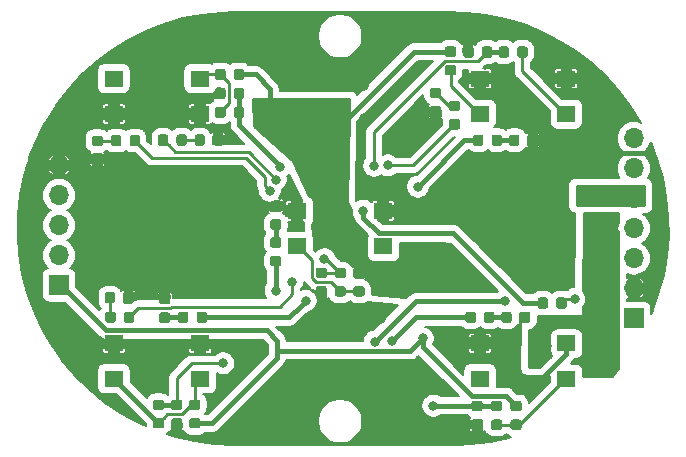
<source format=gbr>
G04 #@! TF.GenerationSoftware,KiCad,Pcbnew,(5.1.4)-1*
G04 #@! TF.CreationDate,2020-02-27T11:32:08-05:00*
G04 #@! TF.ProjectId,MotorcycleSwitch,4d6f746f-7263-4796-936c-655377697463,rev?*
G04 #@! TF.SameCoordinates,Original*
G04 #@! TF.FileFunction,Copper,L2,Bot*
G04 #@! TF.FilePolarity,Positive*
%FSLAX46Y46*%
G04 Gerber Fmt 4.6, Leading zero omitted, Abs format (unit mm)*
G04 Created by KiCad (PCBNEW (5.1.4)-1) date 2020-02-27 11:32:08*
%MOMM*%
%LPD*%
G04 APERTURE LIST*
%ADD10C,0.100000*%
%ADD11C,0.875000*%
%ADD12C,0.499999*%
%ADD13O,1.700000X1.700000*%
%ADD14R,1.700000X1.700000*%
%ADD15R,1.600000X1.400000*%
%ADD16C,0.800000*%
%ADD17C,0.500000*%
%ADD18C,0.381000*%
%ADD19C,0.250000*%
%ADD20C,0.200000*%
%ADD21C,0.254000*%
G04 APERTURE END LIST*
D10*
G36*
X130827691Y-106576053D02*
G01*
X130848926Y-106579203D01*
X130869750Y-106584419D01*
X130889962Y-106591651D01*
X130909368Y-106600830D01*
X130927781Y-106611866D01*
X130945024Y-106624654D01*
X130960930Y-106639070D01*
X130975346Y-106654976D01*
X130988134Y-106672219D01*
X130999170Y-106690632D01*
X131008349Y-106710038D01*
X131015581Y-106730250D01*
X131020797Y-106751074D01*
X131023947Y-106772309D01*
X131025000Y-106793750D01*
X131025000Y-107306250D01*
X131023947Y-107327691D01*
X131020797Y-107348926D01*
X131015581Y-107369750D01*
X131008349Y-107389962D01*
X130999170Y-107409368D01*
X130988134Y-107427781D01*
X130975346Y-107445024D01*
X130960930Y-107460930D01*
X130945024Y-107475346D01*
X130927781Y-107488134D01*
X130909368Y-107499170D01*
X130889962Y-107508349D01*
X130869750Y-107515581D01*
X130848926Y-107520797D01*
X130827691Y-107523947D01*
X130806250Y-107525000D01*
X130368750Y-107525000D01*
X130347309Y-107523947D01*
X130326074Y-107520797D01*
X130305250Y-107515581D01*
X130285038Y-107508349D01*
X130265632Y-107499170D01*
X130247219Y-107488134D01*
X130229976Y-107475346D01*
X130214070Y-107460930D01*
X130199654Y-107445024D01*
X130186866Y-107427781D01*
X130175830Y-107409368D01*
X130166651Y-107389962D01*
X130159419Y-107369750D01*
X130154203Y-107348926D01*
X130151053Y-107327691D01*
X130150000Y-107306250D01*
X130150000Y-106793750D01*
X130151053Y-106772309D01*
X130154203Y-106751074D01*
X130159419Y-106730250D01*
X130166651Y-106710038D01*
X130175830Y-106690632D01*
X130186866Y-106672219D01*
X130199654Y-106654976D01*
X130214070Y-106639070D01*
X130229976Y-106624654D01*
X130247219Y-106611866D01*
X130265632Y-106600830D01*
X130285038Y-106591651D01*
X130305250Y-106584419D01*
X130326074Y-106579203D01*
X130347309Y-106576053D01*
X130368750Y-106575000D01*
X130806250Y-106575000D01*
X130827691Y-106576053D01*
X130827691Y-106576053D01*
G37*
D11*
X130587500Y-107050000D03*
D10*
G36*
X129252691Y-106576053D02*
G01*
X129273926Y-106579203D01*
X129294750Y-106584419D01*
X129314962Y-106591651D01*
X129334368Y-106600830D01*
X129352781Y-106611866D01*
X129370024Y-106624654D01*
X129385930Y-106639070D01*
X129400346Y-106654976D01*
X129413134Y-106672219D01*
X129424170Y-106690632D01*
X129433349Y-106710038D01*
X129440581Y-106730250D01*
X129445797Y-106751074D01*
X129448947Y-106772309D01*
X129450000Y-106793750D01*
X129450000Y-107306250D01*
X129448947Y-107327691D01*
X129445797Y-107348926D01*
X129440581Y-107369750D01*
X129433349Y-107389962D01*
X129424170Y-107409368D01*
X129413134Y-107427781D01*
X129400346Y-107445024D01*
X129385930Y-107460930D01*
X129370024Y-107475346D01*
X129352781Y-107488134D01*
X129334368Y-107499170D01*
X129314962Y-107508349D01*
X129294750Y-107515581D01*
X129273926Y-107520797D01*
X129252691Y-107523947D01*
X129231250Y-107525000D01*
X128793750Y-107525000D01*
X128772309Y-107523947D01*
X128751074Y-107520797D01*
X128730250Y-107515581D01*
X128710038Y-107508349D01*
X128690632Y-107499170D01*
X128672219Y-107488134D01*
X128654976Y-107475346D01*
X128639070Y-107460930D01*
X128624654Y-107445024D01*
X128611866Y-107427781D01*
X128600830Y-107409368D01*
X128591651Y-107389962D01*
X128584419Y-107369750D01*
X128579203Y-107348926D01*
X128576053Y-107327691D01*
X128575000Y-107306250D01*
X128575000Y-106793750D01*
X128576053Y-106772309D01*
X128579203Y-106751074D01*
X128584419Y-106730250D01*
X128591651Y-106710038D01*
X128600830Y-106690632D01*
X128611866Y-106672219D01*
X128624654Y-106654976D01*
X128639070Y-106639070D01*
X128654976Y-106624654D01*
X128672219Y-106611866D01*
X128690632Y-106600830D01*
X128710038Y-106591651D01*
X128730250Y-106584419D01*
X128751074Y-106579203D01*
X128772309Y-106576053D01*
X128793750Y-106575000D01*
X129231250Y-106575000D01*
X129252691Y-106576053D01*
X129252691Y-106576053D01*
G37*
D11*
X129012500Y-107050000D03*
D10*
G36*
X156877691Y-90851053D02*
G01*
X156898926Y-90854203D01*
X156919750Y-90859419D01*
X156939962Y-90866651D01*
X156959368Y-90875830D01*
X156977781Y-90886866D01*
X156995024Y-90899654D01*
X157010930Y-90914070D01*
X157025346Y-90929976D01*
X157038134Y-90947219D01*
X157049170Y-90965632D01*
X157058349Y-90985038D01*
X157065581Y-91005250D01*
X157070797Y-91026074D01*
X157073947Y-91047309D01*
X157075000Y-91068750D01*
X157075000Y-91506250D01*
X157073947Y-91527691D01*
X157070797Y-91548926D01*
X157065581Y-91569750D01*
X157058349Y-91589962D01*
X157049170Y-91609368D01*
X157038134Y-91627781D01*
X157025346Y-91645024D01*
X157010930Y-91660930D01*
X156995024Y-91675346D01*
X156977781Y-91688134D01*
X156959368Y-91699170D01*
X156939962Y-91708349D01*
X156919750Y-91715581D01*
X156898926Y-91720797D01*
X156877691Y-91723947D01*
X156856250Y-91725000D01*
X156343750Y-91725000D01*
X156322309Y-91723947D01*
X156301074Y-91720797D01*
X156280250Y-91715581D01*
X156260038Y-91708349D01*
X156240632Y-91699170D01*
X156222219Y-91688134D01*
X156204976Y-91675346D01*
X156189070Y-91660930D01*
X156174654Y-91645024D01*
X156161866Y-91627781D01*
X156150830Y-91609368D01*
X156141651Y-91589962D01*
X156134419Y-91569750D01*
X156129203Y-91548926D01*
X156126053Y-91527691D01*
X156125000Y-91506250D01*
X156125000Y-91068750D01*
X156126053Y-91047309D01*
X156129203Y-91026074D01*
X156134419Y-91005250D01*
X156141651Y-90985038D01*
X156150830Y-90965632D01*
X156161866Y-90947219D01*
X156174654Y-90929976D01*
X156189070Y-90914070D01*
X156204976Y-90899654D01*
X156222219Y-90886866D01*
X156240632Y-90875830D01*
X156260038Y-90866651D01*
X156280250Y-90859419D01*
X156301074Y-90854203D01*
X156322309Y-90851053D01*
X156343750Y-90850000D01*
X156856250Y-90850000D01*
X156877691Y-90851053D01*
X156877691Y-90851053D01*
G37*
D11*
X156600000Y-91287500D03*
D10*
G36*
X156877691Y-89276053D02*
G01*
X156898926Y-89279203D01*
X156919750Y-89284419D01*
X156939962Y-89291651D01*
X156959368Y-89300830D01*
X156977781Y-89311866D01*
X156995024Y-89324654D01*
X157010930Y-89339070D01*
X157025346Y-89354976D01*
X157038134Y-89372219D01*
X157049170Y-89390632D01*
X157058349Y-89410038D01*
X157065581Y-89430250D01*
X157070797Y-89451074D01*
X157073947Y-89472309D01*
X157075000Y-89493750D01*
X157075000Y-89931250D01*
X157073947Y-89952691D01*
X157070797Y-89973926D01*
X157065581Y-89994750D01*
X157058349Y-90014962D01*
X157049170Y-90034368D01*
X157038134Y-90052781D01*
X157025346Y-90070024D01*
X157010930Y-90085930D01*
X156995024Y-90100346D01*
X156977781Y-90113134D01*
X156959368Y-90124170D01*
X156939962Y-90133349D01*
X156919750Y-90140581D01*
X156898926Y-90145797D01*
X156877691Y-90148947D01*
X156856250Y-90150000D01*
X156343750Y-90150000D01*
X156322309Y-90148947D01*
X156301074Y-90145797D01*
X156280250Y-90140581D01*
X156260038Y-90133349D01*
X156240632Y-90124170D01*
X156222219Y-90113134D01*
X156204976Y-90100346D01*
X156189070Y-90085930D01*
X156174654Y-90070024D01*
X156161866Y-90052781D01*
X156150830Y-90034368D01*
X156141651Y-90014962D01*
X156134419Y-89994750D01*
X156129203Y-89973926D01*
X156126053Y-89952691D01*
X156125000Y-89931250D01*
X156125000Y-89493750D01*
X156126053Y-89472309D01*
X156129203Y-89451074D01*
X156134419Y-89430250D01*
X156141651Y-89410038D01*
X156150830Y-89390632D01*
X156161866Y-89372219D01*
X156174654Y-89354976D01*
X156189070Y-89339070D01*
X156204976Y-89324654D01*
X156222219Y-89311866D01*
X156240632Y-89300830D01*
X156260038Y-89291651D01*
X156280250Y-89284419D01*
X156301074Y-89279203D01*
X156322309Y-89276053D01*
X156343750Y-89275000D01*
X156856250Y-89275000D01*
X156877691Y-89276053D01*
X156877691Y-89276053D01*
G37*
D11*
X156600000Y-89712500D03*
D10*
G36*
X138427691Y-93226053D02*
G01*
X138448926Y-93229203D01*
X138469750Y-93234419D01*
X138489962Y-93241651D01*
X138509368Y-93250830D01*
X138527781Y-93261866D01*
X138545024Y-93274654D01*
X138560930Y-93289070D01*
X138575346Y-93304976D01*
X138588134Y-93322219D01*
X138599170Y-93340632D01*
X138608349Y-93360038D01*
X138615581Y-93380250D01*
X138620797Y-93401074D01*
X138623947Y-93422309D01*
X138625000Y-93443750D01*
X138625000Y-93956250D01*
X138623947Y-93977691D01*
X138620797Y-93998926D01*
X138615581Y-94019750D01*
X138608349Y-94039962D01*
X138599170Y-94059368D01*
X138588134Y-94077781D01*
X138575346Y-94095024D01*
X138560930Y-94110930D01*
X138545024Y-94125346D01*
X138527781Y-94138134D01*
X138509368Y-94149170D01*
X138489962Y-94158349D01*
X138469750Y-94165581D01*
X138448926Y-94170797D01*
X138427691Y-94173947D01*
X138406250Y-94175000D01*
X137968750Y-94175000D01*
X137947309Y-94173947D01*
X137926074Y-94170797D01*
X137905250Y-94165581D01*
X137885038Y-94158349D01*
X137865632Y-94149170D01*
X137847219Y-94138134D01*
X137829976Y-94125346D01*
X137814070Y-94110930D01*
X137799654Y-94095024D01*
X137786866Y-94077781D01*
X137775830Y-94059368D01*
X137766651Y-94039962D01*
X137759419Y-94019750D01*
X137754203Y-93998926D01*
X137751053Y-93977691D01*
X137750000Y-93956250D01*
X137750000Y-93443750D01*
X137751053Y-93422309D01*
X137754203Y-93401074D01*
X137759419Y-93380250D01*
X137766651Y-93360038D01*
X137775830Y-93340632D01*
X137786866Y-93322219D01*
X137799654Y-93304976D01*
X137814070Y-93289070D01*
X137829976Y-93274654D01*
X137847219Y-93261866D01*
X137865632Y-93250830D01*
X137885038Y-93241651D01*
X137905250Y-93234419D01*
X137926074Y-93229203D01*
X137947309Y-93226053D01*
X137968750Y-93225000D01*
X138406250Y-93225000D01*
X138427691Y-93226053D01*
X138427691Y-93226053D01*
G37*
D11*
X138187500Y-93700000D03*
D10*
G36*
X136852691Y-93226053D02*
G01*
X136873926Y-93229203D01*
X136894750Y-93234419D01*
X136914962Y-93241651D01*
X136934368Y-93250830D01*
X136952781Y-93261866D01*
X136970024Y-93274654D01*
X136985930Y-93289070D01*
X137000346Y-93304976D01*
X137013134Y-93322219D01*
X137024170Y-93340632D01*
X137033349Y-93360038D01*
X137040581Y-93380250D01*
X137045797Y-93401074D01*
X137048947Y-93422309D01*
X137050000Y-93443750D01*
X137050000Y-93956250D01*
X137048947Y-93977691D01*
X137045797Y-93998926D01*
X137040581Y-94019750D01*
X137033349Y-94039962D01*
X137024170Y-94059368D01*
X137013134Y-94077781D01*
X137000346Y-94095024D01*
X136985930Y-94110930D01*
X136970024Y-94125346D01*
X136952781Y-94138134D01*
X136934368Y-94149170D01*
X136914962Y-94158349D01*
X136894750Y-94165581D01*
X136873926Y-94170797D01*
X136852691Y-94173947D01*
X136831250Y-94175000D01*
X136393750Y-94175000D01*
X136372309Y-94173947D01*
X136351074Y-94170797D01*
X136330250Y-94165581D01*
X136310038Y-94158349D01*
X136290632Y-94149170D01*
X136272219Y-94138134D01*
X136254976Y-94125346D01*
X136239070Y-94110930D01*
X136224654Y-94095024D01*
X136211866Y-94077781D01*
X136200830Y-94059368D01*
X136191651Y-94039962D01*
X136184419Y-94019750D01*
X136179203Y-93998926D01*
X136176053Y-93977691D01*
X136175000Y-93956250D01*
X136175000Y-93443750D01*
X136176053Y-93422309D01*
X136179203Y-93401074D01*
X136184419Y-93380250D01*
X136191651Y-93360038D01*
X136200830Y-93340632D01*
X136211866Y-93322219D01*
X136224654Y-93304976D01*
X136239070Y-93289070D01*
X136254976Y-93274654D01*
X136272219Y-93261866D01*
X136290632Y-93250830D01*
X136310038Y-93241651D01*
X136330250Y-93234419D01*
X136351074Y-93229203D01*
X136372309Y-93226053D01*
X136393750Y-93225000D01*
X136831250Y-93225000D01*
X136852691Y-93226053D01*
X136852691Y-93226053D01*
G37*
D11*
X136612500Y-93700000D03*
D10*
G36*
X130877691Y-108226053D02*
G01*
X130898926Y-108229203D01*
X130919750Y-108234419D01*
X130939962Y-108241651D01*
X130959368Y-108250830D01*
X130977781Y-108261866D01*
X130995024Y-108274654D01*
X131010930Y-108289070D01*
X131025346Y-108304976D01*
X131038134Y-108322219D01*
X131049170Y-108340632D01*
X131058349Y-108360038D01*
X131065581Y-108380250D01*
X131070797Y-108401074D01*
X131073947Y-108422309D01*
X131075000Y-108443750D01*
X131075000Y-108956250D01*
X131073947Y-108977691D01*
X131070797Y-108998926D01*
X131065581Y-109019750D01*
X131058349Y-109039962D01*
X131049170Y-109059368D01*
X131038134Y-109077781D01*
X131025346Y-109095024D01*
X131010930Y-109110930D01*
X130995024Y-109125346D01*
X130977781Y-109138134D01*
X130959368Y-109149170D01*
X130939962Y-109158349D01*
X130919750Y-109165581D01*
X130898926Y-109170797D01*
X130877691Y-109173947D01*
X130856250Y-109175000D01*
X130418750Y-109175000D01*
X130397309Y-109173947D01*
X130376074Y-109170797D01*
X130355250Y-109165581D01*
X130335038Y-109158349D01*
X130315632Y-109149170D01*
X130297219Y-109138134D01*
X130279976Y-109125346D01*
X130264070Y-109110930D01*
X130249654Y-109095024D01*
X130236866Y-109077781D01*
X130225830Y-109059368D01*
X130216651Y-109039962D01*
X130209419Y-109019750D01*
X130204203Y-108998926D01*
X130201053Y-108977691D01*
X130200000Y-108956250D01*
X130200000Y-108443750D01*
X130201053Y-108422309D01*
X130204203Y-108401074D01*
X130209419Y-108380250D01*
X130216651Y-108360038D01*
X130225830Y-108340632D01*
X130236866Y-108322219D01*
X130249654Y-108304976D01*
X130264070Y-108289070D01*
X130279976Y-108274654D01*
X130297219Y-108261866D01*
X130315632Y-108250830D01*
X130335038Y-108241651D01*
X130355250Y-108234419D01*
X130376074Y-108229203D01*
X130397309Y-108226053D01*
X130418750Y-108225000D01*
X130856250Y-108225000D01*
X130877691Y-108226053D01*
X130877691Y-108226053D01*
G37*
D11*
X130637500Y-108700000D03*
D10*
G36*
X129302691Y-108226053D02*
G01*
X129323926Y-108229203D01*
X129344750Y-108234419D01*
X129364962Y-108241651D01*
X129384368Y-108250830D01*
X129402781Y-108261866D01*
X129420024Y-108274654D01*
X129435930Y-108289070D01*
X129450346Y-108304976D01*
X129463134Y-108322219D01*
X129474170Y-108340632D01*
X129483349Y-108360038D01*
X129490581Y-108380250D01*
X129495797Y-108401074D01*
X129498947Y-108422309D01*
X129500000Y-108443750D01*
X129500000Y-108956250D01*
X129498947Y-108977691D01*
X129495797Y-108998926D01*
X129490581Y-109019750D01*
X129483349Y-109039962D01*
X129474170Y-109059368D01*
X129463134Y-109077781D01*
X129450346Y-109095024D01*
X129435930Y-109110930D01*
X129420024Y-109125346D01*
X129402781Y-109138134D01*
X129384368Y-109149170D01*
X129364962Y-109158349D01*
X129344750Y-109165581D01*
X129323926Y-109170797D01*
X129302691Y-109173947D01*
X129281250Y-109175000D01*
X128843750Y-109175000D01*
X128822309Y-109173947D01*
X128801074Y-109170797D01*
X128780250Y-109165581D01*
X128760038Y-109158349D01*
X128740632Y-109149170D01*
X128722219Y-109138134D01*
X128704976Y-109125346D01*
X128689070Y-109110930D01*
X128674654Y-109095024D01*
X128661866Y-109077781D01*
X128650830Y-109059368D01*
X128641651Y-109039962D01*
X128634419Y-109019750D01*
X128629203Y-108998926D01*
X128626053Y-108977691D01*
X128625000Y-108956250D01*
X128625000Y-108443750D01*
X128626053Y-108422309D01*
X128629203Y-108401074D01*
X128634419Y-108380250D01*
X128641651Y-108360038D01*
X128650830Y-108340632D01*
X128661866Y-108322219D01*
X128674654Y-108304976D01*
X128689070Y-108289070D01*
X128704976Y-108274654D01*
X128722219Y-108261866D01*
X128740632Y-108250830D01*
X128760038Y-108241651D01*
X128780250Y-108234419D01*
X128801074Y-108229203D01*
X128822309Y-108226053D01*
X128843750Y-108225000D01*
X129281250Y-108225000D01*
X129302691Y-108226053D01*
X129302691Y-108226053D01*
G37*
D11*
X129062500Y-108700000D03*
D10*
G36*
X158477691Y-91938553D02*
G01*
X158498926Y-91941703D01*
X158519750Y-91946919D01*
X158539962Y-91954151D01*
X158559368Y-91963330D01*
X158577781Y-91974366D01*
X158595024Y-91987154D01*
X158610930Y-92001570D01*
X158625346Y-92017476D01*
X158638134Y-92034719D01*
X158649170Y-92053132D01*
X158658349Y-92072538D01*
X158665581Y-92092750D01*
X158670797Y-92113574D01*
X158673947Y-92134809D01*
X158675000Y-92156250D01*
X158675000Y-92593750D01*
X158673947Y-92615191D01*
X158670797Y-92636426D01*
X158665581Y-92657250D01*
X158658349Y-92677462D01*
X158649170Y-92696868D01*
X158638134Y-92715281D01*
X158625346Y-92732524D01*
X158610930Y-92748430D01*
X158595024Y-92762846D01*
X158577781Y-92775634D01*
X158559368Y-92786670D01*
X158539962Y-92795849D01*
X158519750Y-92803081D01*
X158498926Y-92808297D01*
X158477691Y-92811447D01*
X158456250Y-92812500D01*
X157943750Y-92812500D01*
X157922309Y-92811447D01*
X157901074Y-92808297D01*
X157880250Y-92803081D01*
X157860038Y-92795849D01*
X157840632Y-92786670D01*
X157822219Y-92775634D01*
X157804976Y-92762846D01*
X157789070Y-92748430D01*
X157774654Y-92732524D01*
X157761866Y-92715281D01*
X157750830Y-92696868D01*
X157741651Y-92677462D01*
X157734419Y-92657250D01*
X157729203Y-92636426D01*
X157726053Y-92615191D01*
X157725000Y-92593750D01*
X157725000Y-92156250D01*
X157726053Y-92134809D01*
X157729203Y-92113574D01*
X157734419Y-92092750D01*
X157741651Y-92072538D01*
X157750830Y-92053132D01*
X157761866Y-92034719D01*
X157774654Y-92017476D01*
X157789070Y-92001570D01*
X157804976Y-91987154D01*
X157822219Y-91974366D01*
X157840632Y-91963330D01*
X157860038Y-91954151D01*
X157880250Y-91946919D01*
X157901074Y-91941703D01*
X157922309Y-91938553D01*
X157943750Y-91937500D01*
X158456250Y-91937500D01*
X158477691Y-91938553D01*
X158477691Y-91938553D01*
G37*
D11*
X158200000Y-92375000D03*
D10*
G36*
X158477691Y-90363553D02*
G01*
X158498926Y-90366703D01*
X158519750Y-90371919D01*
X158539962Y-90379151D01*
X158559368Y-90388330D01*
X158577781Y-90399366D01*
X158595024Y-90412154D01*
X158610930Y-90426570D01*
X158625346Y-90442476D01*
X158638134Y-90459719D01*
X158649170Y-90478132D01*
X158658349Y-90497538D01*
X158665581Y-90517750D01*
X158670797Y-90538574D01*
X158673947Y-90559809D01*
X158675000Y-90581250D01*
X158675000Y-91018750D01*
X158673947Y-91040191D01*
X158670797Y-91061426D01*
X158665581Y-91082250D01*
X158658349Y-91102462D01*
X158649170Y-91121868D01*
X158638134Y-91140281D01*
X158625346Y-91157524D01*
X158610930Y-91173430D01*
X158595024Y-91187846D01*
X158577781Y-91200634D01*
X158559368Y-91211670D01*
X158539962Y-91220849D01*
X158519750Y-91228081D01*
X158498926Y-91233297D01*
X158477691Y-91236447D01*
X158456250Y-91237500D01*
X157943750Y-91237500D01*
X157922309Y-91236447D01*
X157901074Y-91233297D01*
X157880250Y-91228081D01*
X157860038Y-91220849D01*
X157840632Y-91211670D01*
X157822219Y-91200634D01*
X157804976Y-91187846D01*
X157789070Y-91173430D01*
X157774654Y-91157524D01*
X157761866Y-91140281D01*
X157750830Y-91121868D01*
X157741651Y-91102462D01*
X157734419Y-91082250D01*
X157729203Y-91061426D01*
X157726053Y-91040191D01*
X157725000Y-91018750D01*
X157725000Y-90581250D01*
X157726053Y-90559809D01*
X157729203Y-90538574D01*
X157734419Y-90517750D01*
X157741651Y-90497538D01*
X157750830Y-90478132D01*
X157761866Y-90459719D01*
X157774654Y-90442476D01*
X157789070Y-90426570D01*
X157804976Y-90412154D01*
X157822219Y-90399366D01*
X157840632Y-90388330D01*
X157860038Y-90379151D01*
X157880250Y-90371919D01*
X157901074Y-90366703D01*
X157922309Y-90363553D01*
X157943750Y-90362500D01*
X158456250Y-90362500D01*
X158477691Y-90363553D01*
X158477691Y-90363553D01*
G37*
D11*
X158200000Y-90800000D03*
D10*
G36*
X165902691Y-107026053D02*
G01*
X165923926Y-107029203D01*
X165944750Y-107034419D01*
X165964962Y-107041651D01*
X165984368Y-107050830D01*
X166002781Y-107061866D01*
X166020024Y-107074654D01*
X166035930Y-107089070D01*
X166050346Y-107104976D01*
X166063134Y-107122219D01*
X166074170Y-107140632D01*
X166083349Y-107160038D01*
X166090581Y-107180250D01*
X166095797Y-107201074D01*
X166098947Y-107222309D01*
X166100000Y-107243750D01*
X166100000Y-107756250D01*
X166098947Y-107777691D01*
X166095797Y-107798926D01*
X166090581Y-107819750D01*
X166083349Y-107839962D01*
X166074170Y-107859368D01*
X166063134Y-107877781D01*
X166050346Y-107895024D01*
X166035930Y-107910930D01*
X166020024Y-107925346D01*
X166002781Y-107938134D01*
X165984368Y-107949170D01*
X165964962Y-107958349D01*
X165944750Y-107965581D01*
X165923926Y-107970797D01*
X165902691Y-107973947D01*
X165881250Y-107975000D01*
X165443750Y-107975000D01*
X165422309Y-107973947D01*
X165401074Y-107970797D01*
X165380250Y-107965581D01*
X165360038Y-107958349D01*
X165340632Y-107949170D01*
X165322219Y-107938134D01*
X165304976Y-107925346D01*
X165289070Y-107910930D01*
X165274654Y-107895024D01*
X165261866Y-107877781D01*
X165250830Y-107859368D01*
X165241651Y-107839962D01*
X165234419Y-107819750D01*
X165229203Y-107798926D01*
X165226053Y-107777691D01*
X165225000Y-107756250D01*
X165225000Y-107243750D01*
X165226053Y-107222309D01*
X165229203Y-107201074D01*
X165234419Y-107180250D01*
X165241651Y-107160038D01*
X165250830Y-107140632D01*
X165261866Y-107122219D01*
X165274654Y-107104976D01*
X165289070Y-107089070D01*
X165304976Y-107074654D01*
X165322219Y-107061866D01*
X165340632Y-107050830D01*
X165360038Y-107041651D01*
X165380250Y-107034419D01*
X165401074Y-107029203D01*
X165422309Y-107026053D01*
X165443750Y-107025000D01*
X165881250Y-107025000D01*
X165902691Y-107026053D01*
X165902691Y-107026053D01*
G37*
D11*
X165662500Y-107500000D03*
D10*
G36*
X167477691Y-107026053D02*
G01*
X167498926Y-107029203D01*
X167519750Y-107034419D01*
X167539962Y-107041651D01*
X167559368Y-107050830D01*
X167577781Y-107061866D01*
X167595024Y-107074654D01*
X167610930Y-107089070D01*
X167625346Y-107104976D01*
X167638134Y-107122219D01*
X167649170Y-107140632D01*
X167658349Y-107160038D01*
X167665581Y-107180250D01*
X167670797Y-107201074D01*
X167673947Y-107222309D01*
X167675000Y-107243750D01*
X167675000Y-107756250D01*
X167673947Y-107777691D01*
X167670797Y-107798926D01*
X167665581Y-107819750D01*
X167658349Y-107839962D01*
X167649170Y-107859368D01*
X167638134Y-107877781D01*
X167625346Y-107895024D01*
X167610930Y-107910930D01*
X167595024Y-107925346D01*
X167577781Y-107938134D01*
X167559368Y-107949170D01*
X167539962Y-107958349D01*
X167519750Y-107965581D01*
X167498926Y-107970797D01*
X167477691Y-107973947D01*
X167456250Y-107975000D01*
X167018750Y-107975000D01*
X166997309Y-107973947D01*
X166976074Y-107970797D01*
X166955250Y-107965581D01*
X166935038Y-107958349D01*
X166915632Y-107949170D01*
X166897219Y-107938134D01*
X166879976Y-107925346D01*
X166864070Y-107910930D01*
X166849654Y-107895024D01*
X166836866Y-107877781D01*
X166825830Y-107859368D01*
X166816651Y-107839962D01*
X166809419Y-107819750D01*
X166804203Y-107798926D01*
X166801053Y-107777691D01*
X166800000Y-107756250D01*
X166800000Y-107243750D01*
X166801053Y-107222309D01*
X166804203Y-107201074D01*
X166809419Y-107180250D01*
X166816651Y-107160038D01*
X166825830Y-107140632D01*
X166836866Y-107122219D01*
X166849654Y-107104976D01*
X166864070Y-107089070D01*
X166879976Y-107074654D01*
X166897219Y-107061866D01*
X166915632Y-107050830D01*
X166935038Y-107041651D01*
X166955250Y-107034419D01*
X166976074Y-107029203D01*
X166997309Y-107026053D01*
X167018750Y-107025000D01*
X167456250Y-107025000D01*
X167477691Y-107026053D01*
X167477691Y-107026053D01*
G37*
D11*
X167237500Y-107500000D03*
D10*
G36*
X133752691Y-93226053D02*
G01*
X133773926Y-93229203D01*
X133794750Y-93234419D01*
X133814962Y-93241651D01*
X133834368Y-93250830D01*
X133852781Y-93261866D01*
X133870024Y-93274654D01*
X133885930Y-93289070D01*
X133900346Y-93304976D01*
X133913134Y-93322219D01*
X133924170Y-93340632D01*
X133933349Y-93360038D01*
X133940581Y-93380250D01*
X133945797Y-93401074D01*
X133948947Y-93422309D01*
X133950000Y-93443750D01*
X133950000Y-93956250D01*
X133948947Y-93977691D01*
X133945797Y-93998926D01*
X133940581Y-94019750D01*
X133933349Y-94039962D01*
X133924170Y-94059368D01*
X133913134Y-94077781D01*
X133900346Y-94095024D01*
X133885930Y-94110930D01*
X133870024Y-94125346D01*
X133852781Y-94138134D01*
X133834368Y-94149170D01*
X133814962Y-94158349D01*
X133794750Y-94165581D01*
X133773926Y-94170797D01*
X133752691Y-94173947D01*
X133731250Y-94175000D01*
X133293750Y-94175000D01*
X133272309Y-94173947D01*
X133251074Y-94170797D01*
X133230250Y-94165581D01*
X133210038Y-94158349D01*
X133190632Y-94149170D01*
X133172219Y-94138134D01*
X133154976Y-94125346D01*
X133139070Y-94110930D01*
X133124654Y-94095024D01*
X133111866Y-94077781D01*
X133100830Y-94059368D01*
X133091651Y-94039962D01*
X133084419Y-94019750D01*
X133079203Y-93998926D01*
X133076053Y-93977691D01*
X133075000Y-93956250D01*
X133075000Y-93443750D01*
X133076053Y-93422309D01*
X133079203Y-93401074D01*
X133084419Y-93380250D01*
X133091651Y-93360038D01*
X133100830Y-93340632D01*
X133111866Y-93322219D01*
X133124654Y-93304976D01*
X133139070Y-93289070D01*
X133154976Y-93274654D01*
X133172219Y-93261866D01*
X133190632Y-93250830D01*
X133210038Y-93241651D01*
X133230250Y-93234419D01*
X133251074Y-93229203D01*
X133272309Y-93226053D01*
X133293750Y-93225000D01*
X133731250Y-93225000D01*
X133752691Y-93226053D01*
X133752691Y-93226053D01*
G37*
D11*
X133512500Y-93700000D03*
D10*
G36*
X135327691Y-93226053D02*
G01*
X135348926Y-93229203D01*
X135369750Y-93234419D01*
X135389962Y-93241651D01*
X135409368Y-93250830D01*
X135427781Y-93261866D01*
X135445024Y-93274654D01*
X135460930Y-93289070D01*
X135475346Y-93304976D01*
X135488134Y-93322219D01*
X135499170Y-93340632D01*
X135508349Y-93360038D01*
X135515581Y-93380250D01*
X135520797Y-93401074D01*
X135523947Y-93422309D01*
X135525000Y-93443750D01*
X135525000Y-93956250D01*
X135523947Y-93977691D01*
X135520797Y-93998926D01*
X135515581Y-94019750D01*
X135508349Y-94039962D01*
X135499170Y-94059368D01*
X135488134Y-94077781D01*
X135475346Y-94095024D01*
X135460930Y-94110930D01*
X135445024Y-94125346D01*
X135427781Y-94138134D01*
X135409368Y-94149170D01*
X135389962Y-94158349D01*
X135369750Y-94165581D01*
X135348926Y-94170797D01*
X135327691Y-94173947D01*
X135306250Y-94175000D01*
X134868750Y-94175000D01*
X134847309Y-94173947D01*
X134826074Y-94170797D01*
X134805250Y-94165581D01*
X134785038Y-94158349D01*
X134765632Y-94149170D01*
X134747219Y-94138134D01*
X134729976Y-94125346D01*
X134714070Y-94110930D01*
X134699654Y-94095024D01*
X134686866Y-94077781D01*
X134675830Y-94059368D01*
X134666651Y-94039962D01*
X134659419Y-94019750D01*
X134654203Y-93998926D01*
X134651053Y-93977691D01*
X134650000Y-93956250D01*
X134650000Y-93443750D01*
X134651053Y-93422309D01*
X134654203Y-93401074D01*
X134659419Y-93380250D01*
X134666651Y-93360038D01*
X134675830Y-93340632D01*
X134686866Y-93322219D01*
X134699654Y-93304976D01*
X134714070Y-93289070D01*
X134729976Y-93274654D01*
X134747219Y-93261866D01*
X134765632Y-93250830D01*
X134785038Y-93241651D01*
X134805250Y-93234419D01*
X134826074Y-93229203D01*
X134847309Y-93226053D01*
X134868750Y-93225000D01*
X135306250Y-93225000D01*
X135327691Y-93226053D01*
X135327691Y-93226053D01*
G37*
D11*
X135087500Y-93700000D03*
D12*
X166025003Y-101200000D03*
X167325000Y-101200000D03*
X167325000Y-99900000D03*
X166025003Y-99900000D03*
X164725000Y-99900000D03*
X164725000Y-101200000D03*
X164725000Y-98500000D03*
X166025000Y-98500000D03*
X167325000Y-98500000D03*
X164725000Y-97200000D03*
X166025003Y-97200000D03*
X167325000Y-97200000D03*
X164725000Y-102500000D03*
X166025003Y-102500000D03*
X167325000Y-102500000D03*
X167325002Y-105200000D03*
X166025005Y-105200000D03*
X164725003Y-105200000D03*
X167325002Y-103900000D03*
X166025003Y-103900000D03*
X164725003Y-103900000D03*
D10*
G36*
X164407691Y-108238053D02*
G01*
X164428926Y-108241203D01*
X164449750Y-108246419D01*
X164469962Y-108253651D01*
X164489368Y-108262830D01*
X164507781Y-108273866D01*
X164525024Y-108286654D01*
X164540930Y-108301070D01*
X164555346Y-108316976D01*
X164568134Y-108334219D01*
X164579170Y-108352632D01*
X164588349Y-108372038D01*
X164595581Y-108392250D01*
X164600797Y-108413074D01*
X164603947Y-108434309D01*
X164605000Y-108455750D01*
X164605000Y-108968250D01*
X164603947Y-108989691D01*
X164600797Y-109010926D01*
X164595581Y-109031750D01*
X164588349Y-109051962D01*
X164579170Y-109071368D01*
X164568134Y-109089781D01*
X164555346Y-109107024D01*
X164540930Y-109122930D01*
X164525024Y-109137346D01*
X164507781Y-109150134D01*
X164489368Y-109161170D01*
X164469962Y-109170349D01*
X164449750Y-109177581D01*
X164428926Y-109182797D01*
X164407691Y-109185947D01*
X164386250Y-109187000D01*
X163948750Y-109187000D01*
X163927309Y-109185947D01*
X163906074Y-109182797D01*
X163885250Y-109177581D01*
X163865038Y-109170349D01*
X163845632Y-109161170D01*
X163827219Y-109150134D01*
X163809976Y-109137346D01*
X163794070Y-109122930D01*
X163779654Y-109107024D01*
X163766866Y-109089781D01*
X163755830Y-109071368D01*
X163746651Y-109051962D01*
X163739419Y-109031750D01*
X163734203Y-109010926D01*
X163731053Y-108989691D01*
X163730000Y-108968250D01*
X163730000Y-108455750D01*
X163731053Y-108434309D01*
X163734203Y-108413074D01*
X163739419Y-108392250D01*
X163746651Y-108372038D01*
X163755830Y-108352632D01*
X163766866Y-108334219D01*
X163779654Y-108316976D01*
X163794070Y-108301070D01*
X163809976Y-108286654D01*
X163827219Y-108273866D01*
X163845632Y-108262830D01*
X163865038Y-108253651D01*
X163885250Y-108246419D01*
X163906074Y-108241203D01*
X163927309Y-108238053D01*
X163948750Y-108237000D01*
X164386250Y-108237000D01*
X164407691Y-108238053D01*
X164407691Y-108238053D01*
G37*
D11*
X164167500Y-108712000D03*
D10*
G36*
X162832691Y-108238053D02*
G01*
X162853926Y-108241203D01*
X162874750Y-108246419D01*
X162894962Y-108253651D01*
X162914368Y-108262830D01*
X162932781Y-108273866D01*
X162950024Y-108286654D01*
X162965930Y-108301070D01*
X162980346Y-108316976D01*
X162993134Y-108334219D01*
X163004170Y-108352632D01*
X163013349Y-108372038D01*
X163020581Y-108392250D01*
X163025797Y-108413074D01*
X163028947Y-108434309D01*
X163030000Y-108455750D01*
X163030000Y-108968250D01*
X163028947Y-108989691D01*
X163025797Y-109010926D01*
X163020581Y-109031750D01*
X163013349Y-109051962D01*
X163004170Y-109071368D01*
X162993134Y-109089781D01*
X162980346Y-109107024D01*
X162965930Y-109122930D01*
X162950024Y-109137346D01*
X162932781Y-109150134D01*
X162914368Y-109161170D01*
X162894962Y-109170349D01*
X162874750Y-109177581D01*
X162853926Y-109182797D01*
X162832691Y-109185947D01*
X162811250Y-109187000D01*
X162373750Y-109187000D01*
X162352309Y-109185947D01*
X162331074Y-109182797D01*
X162310250Y-109177581D01*
X162290038Y-109170349D01*
X162270632Y-109161170D01*
X162252219Y-109150134D01*
X162234976Y-109137346D01*
X162219070Y-109122930D01*
X162204654Y-109107024D01*
X162191866Y-109089781D01*
X162180830Y-109071368D01*
X162171651Y-109051962D01*
X162164419Y-109031750D01*
X162159203Y-109010926D01*
X162156053Y-108989691D01*
X162155000Y-108968250D01*
X162155000Y-108455750D01*
X162156053Y-108434309D01*
X162159203Y-108413074D01*
X162164419Y-108392250D01*
X162171651Y-108372038D01*
X162180830Y-108352632D01*
X162191866Y-108334219D01*
X162204654Y-108316976D01*
X162219070Y-108301070D01*
X162234976Y-108286654D01*
X162252219Y-108273866D01*
X162270632Y-108262830D01*
X162290038Y-108253651D01*
X162310250Y-108246419D01*
X162331074Y-108241203D01*
X162352309Y-108238053D01*
X162373750Y-108237000D01*
X162811250Y-108237000D01*
X162832691Y-108238053D01*
X162832691Y-108238053D01*
G37*
D11*
X162592500Y-108712000D03*
D10*
G36*
X133927691Y-106726053D02*
G01*
X133948926Y-106729203D01*
X133969750Y-106734419D01*
X133989962Y-106741651D01*
X134009368Y-106750830D01*
X134027781Y-106761866D01*
X134045024Y-106774654D01*
X134060930Y-106789070D01*
X134075346Y-106804976D01*
X134088134Y-106822219D01*
X134099170Y-106840632D01*
X134108349Y-106860038D01*
X134115581Y-106880250D01*
X134120797Y-106901074D01*
X134123947Y-106922309D01*
X134125000Y-106943750D01*
X134125000Y-107381250D01*
X134123947Y-107402691D01*
X134120797Y-107423926D01*
X134115581Y-107444750D01*
X134108349Y-107464962D01*
X134099170Y-107484368D01*
X134088134Y-107502781D01*
X134075346Y-107520024D01*
X134060930Y-107535930D01*
X134045024Y-107550346D01*
X134027781Y-107563134D01*
X134009368Y-107574170D01*
X133989962Y-107583349D01*
X133969750Y-107590581D01*
X133948926Y-107595797D01*
X133927691Y-107598947D01*
X133906250Y-107600000D01*
X133393750Y-107600000D01*
X133372309Y-107598947D01*
X133351074Y-107595797D01*
X133330250Y-107590581D01*
X133310038Y-107583349D01*
X133290632Y-107574170D01*
X133272219Y-107563134D01*
X133254976Y-107550346D01*
X133239070Y-107535930D01*
X133224654Y-107520024D01*
X133211866Y-107502781D01*
X133200830Y-107484368D01*
X133191651Y-107464962D01*
X133184419Y-107444750D01*
X133179203Y-107423926D01*
X133176053Y-107402691D01*
X133175000Y-107381250D01*
X133175000Y-106943750D01*
X133176053Y-106922309D01*
X133179203Y-106901074D01*
X133184419Y-106880250D01*
X133191651Y-106860038D01*
X133200830Y-106840632D01*
X133211866Y-106822219D01*
X133224654Y-106804976D01*
X133239070Y-106789070D01*
X133254976Y-106774654D01*
X133272219Y-106761866D01*
X133290632Y-106750830D01*
X133310038Y-106741651D01*
X133330250Y-106734419D01*
X133351074Y-106729203D01*
X133372309Y-106726053D01*
X133393750Y-106725000D01*
X133906250Y-106725000D01*
X133927691Y-106726053D01*
X133927691Y-106726053D01*
G37*
D11*
X133650000Y-107162500D03*
D10*
G36*
X133927691Y-108301053D02*
G01*
X133948926Y-108304203D01*
X133969750Y-108309419D01*
X133989962Y-108316651D01*
X134009368Y-108325830D01*
X134027781Y-108336866D01*
X134045024Y-108349654D01*
X134060930Y-108364070D01*
X134075346Y-108379976D01*
X134088134Y-108397219D01*
X134099170Y-108415632D01*
X134108349Y-108435038D01*
X134115581Y-108455250D01*
X134120797Y-108476074D01*
X134123947Y-108497309D01*
X134125000Y-108518750D01*
X134125000Y-108956250D01*
X134123947Y-108977691D01*
X134120797Y-108998926D01*
X134115581Y-109019750D01*
X134108349Y-109039962D01*
X134099170Y-109059368D01*
X134088134Y-109077781D01*
X134075346Y-109095024D01*
X134060930Y-109110930D01*
X134045024Y-109125346D01*
X134027781Y-109138134D01*
X134009368Y-109149170D01*
X133989962Y-109158349D01*
X133969750Y-109165581D01*
X133948926Y-109170797D01*
X133927691Y-109173947D01*
X133906250Y-109175000D01*
X133393750Y-109175000D01*
X133372309Y-109173947D01*
X133351074Y-109170797D01*
X133330250Y-109165581D01*
X133310038Y-109158349D01*
X133290632Y-109149170D01*
X133272219Y-109138134D01*
X133254976Y-109125346D01*
X133239070Y-109110930D01*
X133224654Y-109095024D01*
X133211866Y-109077781D01*
X133200830Y-109059368D01*
X133191651Y-109039962D01*
X133184419Y-109019750D01*
X133179203Y-108998926D01*
X133176053Y-108977691D01*
X133175000Y-108956250D01*
X133175000Y-108518750D01*
X133176053Y-108497309D01*
X133179203Y-108476074D01*
X133184419Y-108455250D01*
X133191651Y-108435038D01*
X133200830Y-108415632D01*
X133211866Y-108397219D01*
X133224654Y-108379976D01*
X133239070Y-108364070D01*
X133254976Y-108349654D01*
X133272219Y-108336866D01*
X133290632Y-108325830D01*
X133310038Y-108316651D01*
X133330250Y-108309419D01*
X133351074Y-108304203D01*
X133372309Y-108301053D01*
X133393750Y-108300000D01*
X133906250Y-108300000D01*
X133927691Y-108301053D01*
X133927691Y-108301053D01*
G37*
D11*
X133650000Y-108737500D03*
D10*
G36*
X143327691Y-98838553D02*
G01*
X143348926Y-98841703D01*
X143369750Y-98846919D01*
X143389962Y-98854151D01*
X143409368Y-98863330D01*
X143427781Y-98874366D01*
X143445024Y-98887154D01*
X143460930Y-98901570D01*
X143475346Y-98917476D01*
X143488134Y-98934719D01*
X143499170Y-98953132D01*
X143508349Y-98972538D01*
X143515581Y-98992750D01*
X143520797Y-99013574D01*
X143523947Y-99034809D01*
X143525000Y-99056250D01*
X143525000Y-99493750D01*
X143523947Y-99515191D01*
X143520797Y-99536426D01*
X143515581Y-99557250D01*
X143508349Y-99577462D01*
X143499170Y-99596868D01*
X143488134Y-99615281D01*
X143475346Y-99632524D01*
X143460930Y-99648430D01*
X143445024Y-99662846D01*
X143427781Y-99675634D01*
X143409368Y-99686670D01*
X143389962Y-99695849D01*
X143369750Y-99703081D01*
X143348926Y-99708297D01*
X143327691Y-99711447D01*
X143306250Y-99712500D01*
X142793750Y-99712500D01*
X142772309Y-99711447D01*
X142751074Y-99708297D01*
X142730250Y-99703081D01*
X142710038Y-99695849D01*
X142690632Y-99686670D01*
X142672219Y-99675634D01*
X142654976Y-99662846D01*
X142639070Y-99648430D01*
X142624654Y-99632524D01*
X142611866Y-99615281D01*
X142600830Y-99596868D01*
X142591651Y-99577462D01*
X142584419Y-99557250D01*
X142579203Y-99536426D01*
X142576053Y-99515191D01*
X142575000Y-99493750D01*
X142575000Y-99056250D01*
X142576053Y-99034809D01*
X142579203Y-99013574D01*
X142584419Y-98992750D01*
X142591651Y-98972538D01*
X142600830Y-98953132D01*
X142611866Y-98934719D01*
X142624654Y-98917476D01*
X142639070Y-98901570D01*
X142654976Y-98887154D01*
X142672219Y-98874366D01*
X142690632Y-98863330D01*
X142710038Y-98854151D01*
X142730250Y-98846919D01*
X142751074Y-98841703D01*
X142772309Y-98838553D01*
X142793750Y-98837500D01*
X143306250Y-98837500D01*
X143327691Y-98838553D01*
X143327691Y-98838553D01*
G37*
D11*
X143050000Y-99275000D03*
D10*
G36*
X143327691Y-100413553D02*
G01*
X143348926Y-100416703D01*
X143369750Y-100421919D01*
X143389962Y-100429151D01*
X143409368Y-100438330D01*
X143427781Y-100449366D01*
X143445024Y-100462154D01*
X143460930Y-100476570D01*
X143475346Y-100492476D01*
X143488134Y-100509719D01*
X143499170Y-100528132D01*
X143508349Y-100547538D01*
X143515581Y-100567750D01*
X143520797Y-100588574D01*
X143523947Y-100609809D01*
X143525000Y-100631250D01*
X143525000Y-101068750D01*
X143523947Y-101090191D01*
X143520797Y-101111426D01*
X143515581Y-101132250D01*
X143508349Y-101152462D01*
X143499170Y-101171868D01*
X143488134Y-101190281D01*
X143475346Y-101207524D01*
X143460930Y-101223430D01*
X143445024Y-101237846D01*
X143427781Y-101250634D01*
X143409368Y-101261670D01*
X143389962Y-101270849D01*
X143369750Y-101278081D01*
X143348926Y-101283297D01*
X143327691Y-101286447D01*
X143306250Y-101287500D01*
X142793750Y-101287500D01*
X142772309Y-101286447D01*
X142751074Y-101283297D01*
X142730250Y-101278081D01*
X142710038Y-101270849D01*
X142690632Y-101261670D01*
X142672219Y-101250634D01*
X142654976Y-101237846D01*
X142639070Y-101223430D01*
X142624654Y-101207524D01*
X142611866Y-101190281D01*
X142600830Y-101171868D01*
X142591651Y-101152462D01*
X142584419Y-101132250D01*
X142579203Y-101111426D01*
X142576053Y-101090191D01*
X142575000Y-101068750D01*
X142575000Y-100631250D01*
X142576053Y-100609809D01*
X142579203Y-100588574D01*
X142584419Y-100567750D01*
X142591651Y-100547538D01*
X142600830Y-100528132D01*
X142611866Y-100509719D01*
X142624654Y-100492476D01*
X142639070Y-100476570D01*
X142654976Y-100462154D01*
X142672219Y-100449366D01*
X142690632Y-100438330D01*
X142710038Y-100429151D01*
X142730250Y-100421919D01*
X142751074Y-100416703D01*
X142772309Y-100413553D01*
X142793750Y-100412500D01*
X143306250Y-100412500D01*
X143327691Y-100413553D01*
X143327691Y-100413553D01*
G37*
D11*
X143050000Y-100850000D03*
D10*
G36*
X165059691Y-93252053D02*
G01*
X165080926Y-93255203D01*
X165101750Y-93260419D01*
X165121962Y-93267651D01*
X165141368Y-93276830D01*
X165159781Y-93287866D01*
X165177024Y-93300654D01*
X165192930Y-93315070D01*
X165207346Y-93330976D01*
X165220134Y-93348219D01*
X165231170Y-93366632D01*
X165240349Y-93386038D01*
X165247581Y-93406250D01*
X165252797Y-93427074D01*
X165255947Y-93448309D01*
X165257000Y-93469750D01*
X165257000Y-93982250D01*
X165255947Y-94003691D01*
X165252797Y-94024926D01*
X165247581Y-94045750D01*
X165240349Y-94065962D01*
X165231170Y-94085368D01*
X165220134Y-94103781D01*
X165207346Y-94121024D01*
X165192930Y-94136930D01*
X165177024Y-94151346D01*
X165159781Y-94164134D01*
X165141368Y-94175170D01*
X165121962Y-94184349D01*
X165101750Y-94191581D01*
X165080926Y-94196797D01*
X165059691Y-94199947D01*
X165038250Y-94201000D01*
X164600750Y-94201000D01*
X164579309Y-94199947D01*
X164558074Y-94196797D01*
X164537250Y-94191581D01*
X164517038Y-94184349D01*
X164497632Y-94175170D01*
X164479219Y-94164134D01*
X164461976Y-94151346D01*
X164446070Y-94136930D01*
X164431654Y-94121024D01*
X164418866Y-94103781D01*
X164407830Y-94085368D01*
X164398651Y-94065962D01*
X164391419Y-94045750D01*
X164386203Y-94024926D01*
X164383053Y-94003691D01*
X164382000Y-93982250D01*
X164382000Y-93469750D01*
X164383053Y-93448309D01*
X164386203Y-93427074D01*
X164391419Y-93406250D01*
X164398651Y-93386038D01*
X164407830Y-93366632D01*
X164418866Y-93348219D01*
X164431654Y-93330976D01*
X164446070Y-93315070D01*
X164461976Y-93300654D01*
X164479219Y-93287866D01*
X164497632Y-93276830D01*
X164517038Y-93267651D01*
X164537250Y-93260419D01*
X164558074Y-93255203D01*
X164579309Y-93252053D01*
X164600750Y-93251000D01*
X165038250Y-93251000D01*
X165059691Y-93252053D01*
X165059691Y-93252053D01*
G37*
D11*
X164819500Y-93726000D03*
D10*
G36*
X163484691Y-93252053D02*
G01*
X163505926Y-93255203D01*
X163526750Y-93260419D01*
X163546962Y-93267651D01*
X163566368Y-93276830D01*
X163584781Y-93287866D01*
X163602024Y-93300654D01*
X163617930Y-93315070D01*
X163632346Y-93330976D01*
X163645134Y-93348219D01*
X163656170Y-93366632D01*
X163665349Y-93386038D01*
X163672581Y-93406250D01*
X163677797Y-93427074D01*
X163680947Y-93448309D01*
X163682000Y-93469750D01*
X163682000Y-93982250D01*
X163680947Y-94003691D01*
X163677797Y-94024926D01*
X163672581Y-94045750D01*
X163665349Y-94065962D01*
X163656170Y-94085368D01*
X163645134Y-94103781D01*
X163632346Y-94121024D01*
X163617930Y-94136930D01*
X163602024Y-94151346D01*
X163584781Y-94164134D01*
X163566368Y-94175170D01*
X163546962Y-94184349D01*
X163526750Y-94191581D01*
X163505926Y-94196797D01*
X163484691Y-94199947D01*
X163463250Y-94201000D01*
X163025750Y-94201000D01*
X163004309Y-94199947D01*
X162983074Y-94196797D01*
X162962250Y-94191581D01*
X162942038Y-94184349D01*
X162922632Y-94175170D01*
X162904219Y-94164134D01*
X162886976Y-94151346D01*
X162871070Y-94136930D01*
X162856654Y-94121024D01*
X162843866Y-94103781D01*
X162832830Y-94085368D01*
X162823651Y-94065962D01*
X162816419Y-94045750D01*
X162811203Y-94024926D01*
X162808053Y-94003691D01*
X162807000Y-93982250D01*
X162807000Y-93469750D01*
X162808053Y-93448309D01*
X162811203Y-93427074D01*
X162816419Y-93406250D01*
X162823651Y-93386038D01*
X162832830Y-93366632D01*
X162843866Y-93348219D01*
X162856654Y-93330976D01*
X162871070Y-93315070D01*
X162886976Y-93300654D01*
X162904219Y-93287866D01*
X162922632Y-93276830D01*
X162942038Y-93267651D01*
X162962250Y-93260419D01*
X162983074Y-93255203D01*
X163004309Y-93252053D01*
X163025750Y-93251000D01*
X163463250Y-93251000D01*
X163484691Y-93252053D01*
X163484691Y-93252053D01*
G37*
D11*
X163244500Y-93726000D03*
D10*
G36*
X128227691Y-94901053D02*
G01*
X128248926Y-94904203D01*
X128269750Y-94909419D01*
X128289962Y-94916651D01*
X128309368Y-94925830D01*
X128327781Y-94936866D01*
X128345024Y-94949654D01*
X128360930Y-94964070D01*
X128375346Y-94979976D01*
X128388134Y-94997219D01*
X128399170Y-95015632D01*
X128408349Y-95035038D01*
X128415581Y-95055250D01*
X128420797Y-95076074D01*
X128423947Y-95097309D01*
X128425000Y-95118750D01*
X128425000Y-95556250D01*
X128423947Y-95577691D01*
X128420797Y-95598926D01*
X128415581Y-95619750D01*
X128408349Y-95639962D01*
X128399170Y-95659368D01*
X128388134Y-95677781D01*
X128375346Y-95695024D01*
X128360930Y-95710930D01*
X128345024Y-95725346D01*
X128327781Y-95738134D01*
X128309368Y-95749170D01*
X128289962Y-95758349D01*
X128269750Y-95765581D01*
X128248926Y-95770797D01*
X128227691Y-95773947D01*
X128206250Y-95775000D01*
X127693750Y-95775000D01*
X127672309Y-95773947D01*
X127651074Y-95770797D01*
X127630250Y-95765581D01*
X127610038Y-95758349D01*
X127590632Y-95749170D01*
X127572219Y-95738134D01*
X127554976Y-95725346D01*
X127539070Y-95710930D01*
X127524654Y-95695024D01*
X127511866Y-95677781D01*
X127500830Y-95659368D01*
X127491651Y-95639962D01*
X127484419Y-95619750D01*
X127479203Y-95598926D01*
X127476053Y-95577691D01*
X127475000Y-95556250D01*
X127475000Y-95118750D01*
X127476053Y-95097309D01*
X127479203Y-95076074D01*
X127484419Y-95055250D01*
X127491651Y-95035038D01*
X127500830Y-95015632D01*
X127511866Y-94997219D01*
X127524654Y-94979976D01*
X127539070Y-94964070D01*
X127554976Y-94949654D01*
X127572219Y-94936866D01*
X127590632Y-94925830D01*
X127610038Y-94916651D01*
X127630250Y-94909419D01*
X127651074Y-94904203D01*
X127672309Y-94901053D01*
X127693750Y-94900000D01*
X128206250Y-94900000D01*
X128227691Y-94901053D01*
X128227691Y-94901053D01*
G37*
D11*
X127950000Y-95337500D03*
D10*
G36*
X128227691Y-93326053D02*
G01*
X128248926Y-93329203D01*
X128269750Y-93334419D01*
X128289962Y-93341651D01*
X128309368Y-93350830D01*
X128327781Y-93361866D01*
X128345024Y-93374654D01*
X128360930Y-93389070D01*
X128375346Y-93404976D01*
X128388134Y-93422219D01*
X128399170Y-93440632D01*
X128408349Y-93460038D01*
X128415581Y-93480250D01*
X128420797Y-93501074D01*
X128423947Y-93522309D01*
X128425000Y-93543750D01*
X128425000Y-93981250D01*
X128423947Y-94002691D01*
X128420797Y-94023926D01*
X128415581Y-94044750D01*
X128408349Y-94064962D01*
X128399170Y-94084368D01*
X128388134Y-94102781D01*
X128375346Y-94120024D01*
X128360930Y-94135930D01*
X128345024Y-94150346D01*
X128327781Y-94163134D01*
X128309368Y-94174170D01*
X128289962Y-94183349D01*
X128269750Y-94190581D01*
X128248926Y-94195797D01*
X128227691Y-94198947D01*
X128206250Y-94200000D01*
X127693750Y-94200000D01*
X127672309Y-94198947D01*
X127651074Y-94195797D01*
X127630250Y-94190581D01*
X127610038Y-94183349D01*
X127590632Y-94174170D01*
X127572219Y-94163134D01*
X127554976Y-94150346D01*
X127539070Y-94135930D01*
X127524654Y-94120024D01*
X127511866Y-94102781D01*
X127500830Y-94084368D01*
X127491651Y-94064962D01*
X127484419Y-94044750D01*
X127479203Y-94023926D01*
X127476053Y-94002691D01*
X127475000Y-93981250D01*
X127475000Y-93543750D01*
X127476053Y-93522309D01*
X127479203Y-93501074D01*
X127484419Y-93480250D01*
X127491651Y-93460038D01*
X127500830Y-93440632D01*
X127511866Y-93422219D01*
X127524654Y-93404976D01*
X127539070Y-93389070D01*
X127554976Y-93374654D01*
X127572219Y-93361866D01*
X127590632Y-93350830D01*
X127610038Y-93341651D01*
X127630250Y-93334419D01*
X127651074Y-93329203D01*
X127672309Y-93326053D01*
X127693750Y-93325000D01*
X128206250Y-93325000D01*
X128227691Y-93326053D01*
X128227691Y-93326053D01*
G37*
D11*
X127950000Y-93762500D03*
D13*
X124700000Y-95840000D03*
X124700000Y-98380000D03*
X124700000Y-100920000D03*
X124700000Y-103460000D03*
D14*
X124700000Y-106000000D03*
D10*
G36*
X137027691Y-108226053D02*
G01*
X137048926Y-108229203D01*
X137069750Y-108234419D01*
X137089962Y-108241651D01*
X137109368Y-108250830D01*
X137127781Y-108261866D01*
X137145024Y-108274654D01*
X137160930Y-108289070D01*
X137175346Y-108304976D01*
X137188134Y-108322219D01*
X137199170Y-108340632D01*
X137208349Y-108360038D01*
X137215581Y-108380250D01*
X137220797Y-108401074D01*
X137223947Y-108422309D01*
X137225000Y-108443750D01*
X137225000Y-108956250D01*
X137223947Y-108977691D01*
X137220797Y-108998926D01*
X137215581Y-109019750D01*
X137208349Y-109039962D01*
X137199170Y-109059368D01*
X137188134Y-109077781D01*
X137175346Y-109095024D01*
X137160930Y-109110930D01*
X137145024Y-109125346D01*
X137127781Y-109138134D01*
X137109368Y-109149170D01*
X137089962Y-109158349D01*
X137069750Y-109165581D01*
X137048926Y-109170797D01*
X137027691Y-109173947D01*
X137006250Y-109175000D01*
X136568750Y-109175000D01*
X136547309Y-109173947D01*
X136526074Y-109170797D01*
X136505250Y-109165581D01*
X136485038Y-109158349D01*
X136465632Y-109149170D01*
X136447219Y-109138134D01*
X136429976Y-109125346D01*
X136414070Y-109110930D01*
X136399654Y-109095024D01*
X136386866Y-109077781D01*
X136375830Y-109059368D01*
X136366651Y-109039962D01*
X136359419Y-109019750D01*
X136354203Y-108998926D01*
X136351053Y-108977691D01*
X136350000Y-108956250D01*
X136350000Y-108443750D01*
X136351053Y-108422309D01*
X136354203Y-108401074D01*
X136359419Y-108380250D01*
X136366651Y-108360038D01*
X136375830Y-108340632D01*
X136386866Y-108322219D01*
X136399654Y-108304976D01*
X136414070Y-108289070D01*
X136429976Y-108274654D01*
X136447219Y-108261866D01*
X136465632Y-108250830D01*
X136485038Y-108241651D01*
X136505250Y-108234419D01*
X136526074Y-108229203D01*
X136547309Y-108226053D01*
X136568750Y-108225000D01*
X137006250Y-108225000D01*
X137027691Y-108226053D01*
X137027691Y-108226053D01*
G37*
D11*
X136787500Y-108700000D03*
D10*
G36*
X135452691Y-108226053D02*
G01*
X135473926Y-108229203D01*
X135494750Y-108234419D01*
X135514962Y-108241651D01*
X135534368Y-108250830D01*
X135552781Y-108261866D01*
X135570024Y-108274654D01*
X135585930Y-108289070D01*
X135600346Y-108304976D01*
X135613134Y-108322219D01*
X135624170Y-108340632D01*
X135633349Y-108360038D01*
X135640581Y-108380250D01*
X135645797Y-108401074D01*
X135648947Y-108422309D01*
X135650000Y-108443750D01*
X135650000Y-108956250D01*
X135648947Y-108977691D01*
X135645797Y-108998926D01*
X135640581Y-109019750D01*
X135633349Y-109039962D01*
X135624170Y-109059368D01*
X135613134Y-109077781D01*
X135600346Y-109095024D01*
X135585930Y-109110930D01*
X135570024Y-109125346D01*
X135552781Y-109138134D01*
X135534368Y-109149170D01*
X135514962Y-109158349D01*
X135494750Y-109165581D01*
X135473926Y-109170797D01*
X135452691Y-109173947D01*
X135431250Y-109175000D01*
X134993750Y-109175000D01*
X134972309Y-109173947D01*
X134951074Y-109170797D01*
X134930250Y-109165581D01*
X134910038Y-109158349D01*
X134890632Y-109149170D01*
X134872219Y-109138134D01*
X134854976Y-109125346D01*
X134839070Y-109110930D01*
X134824654Y-109095024D01*
X134811866Y-109077781D01*
X134800830Y-109059368D01*
X134791651Y-109039962D01*
X134784419Y-109019750D01*
X134779203Y-108998926D01*
X134776053Y-108977691D01*
X134775000Y-108956250D01*
X134775000Y-108443750D01*
X134776053Y-108422309D01*
X134779203Y-108401074D01*
X134784419Y-108380250D01*
X134791651Y-108360038D01*
X134800830Y-108340632D01*
X134811866Y-108322219D01*
X134824654Y-108304976D01*
X134839070Y-108289070D01*
X134854976Y-108274654D01*
X134872219Y-108261866D01*
X134890632Y-108250830D01*
X134910038Y-108241651D01*
X134930250Y-108234419D01*
X134951074Y-108229203D01*
X134972309Y-108226053D01*
X134993750Y-108225000D01*
X135431250Y-108225000D01*
X135452691Y-108226053D01*
X135452691Y-108226053D01*
G37*
D11*
X135212500Y-108700000D03*
D10*
G36*
X160436691Y-93252053D02*
G01*
X160457926Y-93255203D01*
X160478750Y-93260419D01*
X160498962Y-93267651D01*
X160518368Y-93276830D01*
X160536781Y-93287866D01*
X160554024Y-93300654D01*
X160569930Y-93315070D01*
X160584346Y-93330976D01*
X160597134Y-93348219D01*
X160608170Y-93366632D01*
X160617349Y-93386038D01*
X160624581Y-93406250D01*
X160629797Y-93427074D01*
X160632947Y-93448309D01*
X160634000Y-93469750D01*
X160634000Y-93982250D01*
X160632947Y-94003691D01*
X160629797Y-94024926D01*
X160624581Y-94045750D01*
X160617349Y-94065962D01*
X160608170Y-94085368D01*
X160597134Y-94103781D01*
X160584346Y-94121024D01*
X160569930Y-94136930D01*
X160554024Y-94151346D01*
X160536781Y-94164134D01*
X160518368Y-94175170D01*
X160498962Y-94184349D01*
X160478750Y-94191581D01*
X160457926Y-94196797D01*
X160436691Y-94199947D01*
X160415250Y-94201000D01*
X159977750Y-94201000D01*
X159956309Y-94199947D01*
X159935074Y-94196797D01*
X159914250Y-94191581D01*
X159894038Y-94184349D01*
X159874632Y-94175170D01*
X159856219Y-94164134D01*
X159838976Y-94151346D01*
X159823070Y-94136930D01*
X159808654Y-94121024D01*
X159795866Y-94103781D01*
X159784830Y-94085368D01*
X159775651Y-94065962D01*
X159768419Y-94045750D01*
X159763203Y-94024926D01*
X159760053Y-94003691D01*
X159759000Y-93982250D01*
X159759000Y-93469750D01*
X159760053Y-93448309D01*
X159763203Y-93427074D01*
X159768419Y-93406250D01*
X159775651Y-93386038D01*
X159784830Y-93366632D01*
X159795866Y-93348219D01*
X159808654Y-93330976D01*
X159823070Y-93315070D01*
X159838976Y-93300654D01*
X159856219Y-93287866D01*
X159874632Y-93276830D01*
X159894038Y-93267651D01*
X159914250Y-93260419D01*
X159935074Y-93255203D01*
X159956309Y-93252053D01*
X159977750Y-93251000D01*
X160415250Y-93251000D01*
X160436691Y-93252053D01*
X160436691Y-93252053D01*
G37*
D11*
X160196500Y-93726000D03*
D10*
G36*
X162011691Y-93252053D02*
G01*
X162032926Y-93255203D01*
X162053750Y-93260419D01*
X162073962Y-93267651D01*
X162093368Y-93276830D01*
X162111781Y-93287866D01*
X162129024Y-93300654D01*
X162144930Y-93315070D01*
X162159346Y-93330976D01*
X162172134Y-93348219D01*
X162183170Y-93366632D01*
X162192349Y-93386038D01*
X162199581Y-93406250D01*
X162204797Y-93427074D01*
X162207947Y-93448309D01*
X162209000Y-93469750D01*
X162209000Y-93982250D01*
X162207947Y-94003691D01*
X162204797Y-94024926D01*
X162199581Y-94045750D01*
X162192349Y-94065962D01*
X162183170Y-94085368D01*
X162172134Y-94103781D01*
X162159346Y-94121024D01*
X162144930Y-94136930D01*
X162129024Y-94151346D01*
X162111781Y-94164134D01*
X162093368Y-94175170D01*
X162073962Y-94184349D01*
X162053750Y-94191581D01*
X162032926Y-94196797D01*
X162011691Y-94199947D01*
X161990250Y-94201000D01*
X161552750Y-94201000D01*
X161531309Y-94199947D01*
X161510074Y-94196797D01*
X161489250Y-94191581D01*
X161469038Y-94184349D01*
X161449632Y-94175170D01*
X161431219Y-94164134D01*
X161413976Y-94151346D01*
X161398070Y-94136930D01*
X161383654Y-94121024D01*
X161370866Y-94103781D01*
X161359830Y-94085368D01*
X161350651Y-94065962D01*
X161343419Y-94045750D01*
X161338203Y-94024926D01*
X161335053Y-94003691D01*
X161334000Y-93982250D01*
X161334000Y-93469750D01*
X161335053Y-93448309D01*
X161338203Y-93427074D01*
X161343419Y-93406250D01*
X161350651Y-93386038D01*
X161359830Y-93366632D01*
X161370866Y-93348219D01*
X161383654Y-93330976D01*
X161398070Y-93315070D01*
X161413976Y-93300654D01*
X161431219Y-93287866D01*
X161449632Y-93276830D01*
X161469038Y-93267651D01*
X161489250Y-93260419D01*
X161510074Y-93255203D01*
X161531309Y-93252053D01*
X161552750Y-93251000D01*
X161990250Y-93251000D01*
X162011691Y-93252053D01*
X162011691Y-93252053D01*
G37*
D11*
X161771500Y-93726000D03*
D10*
G36*
X159790191Y-108238053D02*
G01*
X159811426Y-108241203D01*
X159832250Y-108246419D01*
X159852462Y-108253651D01*
X159871868Y-108262830D01*
X159890281Y-108273866D01*
X159907524Y-108286654D01*
X159923430Y-108301070D01*
X159937846Y-108316976D01*
X159950634Y-108334219D01*
X159961670Y-108352632D01*
X159970849Y-108372038D01*
X159978081Y-108392250D01*
X159983297Y-108413074D01*
X159986447Y-108434309D01*
X159987500Y-108455750D01*
X159987500Y-108968250D01*
X159986447Y-108989691D01*
X159983297Y-109010926D01*
X159978081Y-109031750D01*
X159970849Y-109051962D01*
X159961670Y-109071368D01*
X159950634Y-109089781D01*
X159937846Y-109107024D01*
X159923430Y-109122930D01*
X159907524Y-109137346D01*
X159890281Y-109150134D01*
X159871868Y-109161170D01*
X159852462Y-109170349D01*
X159832250Y-109177581D01*
X159811426Y-109182797D01*
X159790191Y-109185947D01*
X159768750Y-109187000D01*
X159331250Y-109187000D01*
X159309809Y-109185947D01*
X159288574Y-109182797D01*
X159267750Y-109177581D01*
X159247538Y-109170349D01*
X159228132Y-109161170D01*
X159209719Y-109150134D01*
X159192476Y-109137346D01*
X159176570Y-109122930D01*
X159162154Y-109107024D01*
X159149366Y-109089781D01*
X159138330Y-109071368D01*
X159129151Y-109051962D01*
X159121919Y-109031750D01*
X159116703Y-109010926D01*
X159113553Y-108989691D01*
X159112500Y-108968250D01*
X159112500Y-108455750D01*
X159113553Y-108434309D01*
X159116703Y-108413074D01*
X159121919Y-108392250D01*
X159129151Y-108372038D01*
X159138330Y-108352632D01*
X159149366Y-108334219D01*
X159162154Y-108316976D01*
X159176570Y-108301070D01*
X159192476Y-108286654D01*
X159209719Y-108273866D01*
X159228132Y-108262830D01*
X159247538Y-108253651D01*
X159267750Y-108246419D01*
X159288574Y-108241203D01*
X159309809Y-108238053D01*
X159331250Y-108237000D01*
X159768750Y-108237000D01*
X159790191Y-108238053D01*
X159790191Y-108238053D01*
G37*
D11*
X159550000Y-108712000D03*
D10*
G36*
X161365191Y-108238053D02*
G01*
X161386426Y-108241203D01*
X161407250Y-108246419D01*
X161427462Y-108253651D01*
X161446868Y-108262830D01*
X161465281Y-108273866D01*
X161482524Y-108286654D01*
X161498430Y-108301070D01*
X161512846Y-108316976D01*
X161525634Y-108334219D01*
X161536670Y-108352632D01*
X161545849Y-108372038D01*
X161553081Y-108392250D01*
X161558297Y-108413074D01*
X161561447Y-108434309D01*
X161562500Y-108455750D01*
X161562500Y-108968250D01*
X161561447Y-108989691D01*
X161558297Y-109010926D01*
X161553081Y-109031750D01*
X161545849Y-109051962D01*
X161536670Y-109071368D01*
X161525634Y-109089781D01*
X161512846Y-109107024D01*
X161498430Y-109122930D01*
X161482524Y-109137346D01*
X161465281Y-109150134D01*
X161446868Y-109161170D01*
X161427462Y-109170349D01*
X161407250Y-109177581D01*
X161386426Y-109182797D01*
X161365191Y-109185947D01*
X161343750Y-109187000D01*
X160906250Y-109187000D01*
X160884809Y-109185947D01*
X160863574Y-109182797D01*
X160842750Y-109177581D01*
X160822538Y-109170349D01*
X160803132Y-109161170D01*
X160784719Y-109150134D01*
X160767476Y-109137346D01*
X160751570Y-109122930D01*
X160737154Y-109107024D01*
X160724366Y-109089781D01*
X160713330Y-109071368D01*
X160704151Y-109051962D01*
X160696919Y-109031750D01*
X160691703Y-109010926D01*
X160688553Y-108989691D01*
X160687500Y-108968250D01*
X160687500Y-108455750D01*
X160688553Y-108434309D01*
X160691703Y-108413074D01*
X160696919Y-108392250D01*
X160704151Y-108372038D01*
X160713330Y-108352632D01*
X160724366Y-108334219D01*
X160737154Y-108316976D01*
X160751570Y-108301070D01*
X160767476Y-108286654D01*
X160784719Y-108273866D01*
X160803132Y-108262830D01*
X160822538Y-108253651D01*
X160842750Y-108246419D01*
X160863574Y-108241203D01*
X160884809Y-108238053D01*
X160906250Y-108237000D01*
X161343750Y-108237000D01*
X161365191Y-108238053D01*
X161365191Y-108238053D01*
G37*
D11*
X161125000Y-108712000D03*
D10*
G36*
X131365191Y-93276053D02*
G01*
X131386426Y-93279203D01*
X131407250Y-93284419D01*
X131427462Y-93291651D01*
X131446868Y-93300830D01*
X131465281Y-93311866D01*
X131482524Y-93324654D01*
X131498430Y-93339070D01*
X131512846Y-93354976D01*
X131525634Y-93372219D01*
X131536670Y-93390632D01*
X131545849Y-93410038D01*
X131553081Y-93430250D01*
X131558297Y-93451074D01*
X131561447Y-93472309D01*
X131562500Y-93493750D01*
X131562500Y-94006250D01*
X131561447Y-94027691D01*
X131558297Y-94048926D01*
X131553081Y-94069750D01*
X131545849Y-94089962D01*
X131536670Y-94109368D01*
X131525634Y-94127781D01*
X131512846Y-94145024D01*
X131498430Y-94160930D01*
X131482524Y-94175346D01*
X131465281Y-94188134D01*
X131446868Y-94199170D01*
X131427462Y-94208349D01*
X131407250Y-94215581D01*
X131386426Y-94220797D01*
X131365191Y-94223947D01*
X131343750Y-94225000D01*
X130906250Y-94225000D01*
X130884809Y-94223947D01*
X130863574Y-94220797D01*
X130842750Y-94215581D01*
X130822538Y-94208349D01*
X130803132Y-94199170D01*
X130784719Y-94188134D01*
X130767476Y-94175346D01*
X130751570Y-94160930D01*
X130737154Y-94145024D01*
X130724366Y-94127781D01*
X130713330Y-94109368D01*
X130704151Y-94089962D01*
X130696919Y-94069750D01*
X130691703Y-94048926D01*
X130688553Y-94027691D01*
X130687500Y-94006250D01*
X130687500Y-93493750D01*
X130688553Y-93472309D01*
X130691703Y-93451074D01*
X130696919Y-93430250D01*
X130704151Y-93410038D01*
X130713330Y-93390632D01*
X130724366Y-93372219D01*
X130737154Y-93354976D01*
X130751570Y-93339070D01*
X130767476Y-93324654D01*
X130784719Y-93311866D01*
X130803132Y-93300830D01*
X130822538Y-93291651D01*
X130842750Y-93284419D01*
X130863574Y-93279203D01*
X130884809Y-93276053D01*
X130906250Y-93275000D01*
X131343750Y-93275000D01*
X131365191Y-93276053D01*
X131365191Y-93276053D01*
G37*
D11*
X131125000Y-93750000D03*
D10*
G36*
X129790191Y-93276053D02*
G01*
X129811426Y-93279203D01*
X129832250Y-93284419D01*
X129852462Y-93291651D01*
X129871868Y-93300830D01*
X129890281Y-93311866D01*
X129907524Y-93324654D01*
X129923430Y-93339070D01*
X129937846Y-93354976D01*
X129950634Y-93372219D01*
X129961670Y-93390632D01*
X129970849Y-93410038D01*
X129978081Y-93430250D01*
X129983297Y-93451074D01*
X129986447Y-93472309D01*
X129987500Y-93493750D01*
X129987500Y-94006250D01*
X129986447Y-94027691D01*
X129983297Y-94048926D01*
X129978081Y-94069750D01*
X129970849Y-94089962D01*
X129961670Y-94109368D01*
X129950634Y-94127781D01*
X129937846Y-94145024D01*
X129923430Y-94160930D01*
X129907524Y-94175346D01*
X129890281Y-94188134D01*
X129871868Y-94199170D01*
X129852462Y-94208349D01*
X129832250Y-94215581D01*
X129811426Y-94220797D01*
X129790191Y-94223947D01*
X129768750Y-94225000D01*
X129331250Y-94225000D01*
X129309809Y-94223947D01*
X129288574Y-94220797D01*
X129267750Y-94215581D01*
X129247538Y-94208349D01*
X129228132Y-94199170D01*
X129209719Y-94188134D01*
X129192476Y-94175346D01*
X129176570Y-94160930D01*
X129162154Y-94145024D01*
X129149366Y-94127781D01*
X129138330Y-94109368D01*
X129129151Y-94089962D01*
X129121919Y-94069750D01*
X129116703Y-94048926D01*
X129113553Y-94027691D01*
X129112500Y-94006250D01*
X129112500Y-93493750D01*
X129113553Y-93472309D01*
X129116703Y-93451074D01*
X129121919Y-93430250D01*
X129129151Y-93410038D01*
X129138330Y-93390632D01*
X129149366Y-93372219D01*
X129162154Y-93354976D01*
X129176570Y-93339070D01*
X129192476Y-93324654D01*
X129209719Y-93311866D01*
X129228132Y-93300830D01*
X129247538Y-93291651D01*
X129267750Y-93284419D01*
X129288574Y-93279203D01*
X129309809Y-93276053D01*
X129331250Y-93275000D01*
X129768750Y-93275000D01*
X129790191Y-93276053D01*
X129790191Y-93276053D01*
G37*
D11*
X129550000Y-93750000D03*
D15*
X167650000Y-88500000D03*
X167650000Y-91500000D03*
X160350000Y-88500000D03*
X160350000Y-91500000D03*
X167650000Y-110900000D03*
X167650000Y-113900000D03*
X160350000Y-110900000D03*
X160350000Y-113900000D03*
X136650000Y-110900000D03*
X136650000Y-113900000D03*
X129350000Y-110900000D03*
X129350000Y-113900000D03*
X152150000Y-99700000D03*
X152150000Y-102700000D03*
X144850000Y-99700000D03*
X144850000Y-102700000D03*
X129350000Y-91500000D03*
X129350000Y-88500000D03*
X136650000Y-91500000D03*
X136650000Y-88500000D03*
D10*
G36*
X162027691Y-117363553D02*
G01*
X162048926Y-117366703D01*
X162069750Y-117371919D01*
X162089962Y-117379151D01*
X162109368Y-117388330D01*
X162127781Y-117399366D01*
X162145024Y-117412154D01*
X162160930Y-117426570D01*
X162175346Y-117442476D01*
X162188134Y-117459719D01*
X162199170Y-117478132D01*
X162208349Y-117497538D01*
X162215581Y-117517750D01*
X162220797Y-117538574D01*
X162223947Y-117559809D01*
X162225000Y-117581250D01*
X162225000Y-118018750D01*
X162223947Y-118040191D01*
X162220797Y-118061426D01*
X162215581Y-118082250D01*
X162208349Y-118102462D01*
X162199170Y-118121868D01*
X162188134Y-118140281D01*
X162175346Y-118157524D01*
X162160930Y-118173430D01*
X162145024Y-118187846D01*
X162127781Y-118200634D01*
X162109368Y-118211670D01*
X162089962Y-118220849D01*
X162069750Y-118228081D01*
X162048926Y-118233297D01*
X162027691Y-118236447D01*
X162006250Y-118237500D01*
X161493750Y-118237500D01*
X161472309Y-118236447D01*
X161451074Y-118233297D01*
X161430250Y-118228081D01*
X161410038Y-118220849D01*
X161390632Y-118211670D01*
X161372219Y-118200634D01*
X161354976Y-118187846D01*
X161339070Y-118173430D01*
X161324654Y-118157524D01*
X161311866Y-118140281D01*
X161300830Y-118121868D01*
X161291651Y-118102462D01*
X161284419Y-118082250D01*
X161279203Y-118061426D01*
X161276053Y-118040191D01*
X161275000Y-118018750D01*
X161275000Y-117581250D01*
X161276053Y-117559809D01*
X161279203Y-117538574D01*
X161284419Y-117517750D01*
X161291651Y-117497538D01*
X161300830Y-117478132D01*
X161311866Y-117459719D01*
X161324654Y-117442476D01*
X161339070Y-117426570D01*
X161354976Y-117412154D01*
X161372219Y-117399366D01*
X161390632Y-117388330D01*
X161410038Y-117379151D01*
X161430250Y-117371919D01*
X161451074Y-117366703D01*
X161472309Y-117363553D01*
X161493750Y-117362500D01*
X162006250Y-117362500D01*
X162027691Y-117363553D01*
X162027691Y-117363553D01*
G37*
D11*
X161750000Y-117800000D03*
D10*
G36*
X162027691Y-115788553D02*
G01*
X162048926Y-115791703D01*
X162069750Y-115796919D01*
X162089962Y-115804151D01*
X162109368Y-115813330D01*
X162127781Y-115824366D01*
X162145024Y-115837154D01*
X162160930Y-115851570D01*
X162175346Y-115867476D01*
X162188134Y-115884719D01*
X162199170Y-115903132D01*
X162208349Y-115922538D01*
X162215581Y-115942750D01*
X162220797Y-115963574D01*
X162223947Y-115984809D01*
X162225000Y-116006250D01*
X162225000Y-116443750D01*
X162223947Y-116465191D01*
X162220797Y-116486426D01*
X162215581Y-116507250D01*
X162208349Y-116527462D01*
X162199170Y-116546868D01*
X162188134Y-116565281D01*
X162175346Y-116582524D01*
X162160930Y-116598430D01*
X162145024Y-116612846D01*
X162127781Y-116625634D01*
X162109368Y-116636670D01*
X162089962Y-116645849D01*
X162069750Y-116653081D01*
X162048926Y-116658297D01*
X162027691Y-116661447D01*
X162006250Y-116662500D01*
X161493750Y-116662500D01*
X161472309Y-116661447D01*
X161451074Y-116658297D01*
X161430250Y-116653081D01*
X161410038Y-116645849D01*
X161390632Y-116636670D01*
X161372219Y-116625634D01*
X161354976Y-116612846D01*
X161339070Y-116598430D01*
X161324654Y-116582524D01*
X161311866Y-116565281D01*
X161300830Y-116546868D01*
X161291651Y-116527462D01*
X161284419Y-116507250D01*
X161279203Y-116486426D01*
X161276053Y-116465191D01*
X161275000Y-116443750D01*
X161275000Y-116006250D01*
X161276053Y-115984809D01*
X161279203Y-115963574D01*
X161284419Y-115942750D01*
X161291651Y-115922538D01*
X161300830Y-115903132D01*
X161311866Y-115884719D01*
X161324654Y-115867476D01*
X161339070Y-115851570D01*
X161354976Y-115837154D01*
X161372219Y-115824366D01*
X161390632Y-115813330D01*
X161410038Y-115804151D01*
X161430250Y-115796919D01*
X161451074Y-115791703D01*
X161472309Y-115788553D01*
X161493750Y-115787500D01*
X162006250Y-115787500D01*
X162027691Y-115788553D01*
X162027691Y-115788553D01*
G37*
D11*
X161750000Y-116225000D03*
D10*
G36*
X163677691Y-115788553D02*
G01*
X163698926Y-115791703D01*
X163719750Y-115796919D01*
X163739962Y-115804151D01*
X163759368Y-115813330D01*
X163777781Y-115824366D01*
X163795024Y-115837154D01*
X163810930Y-115851570D01*
X163825346Y-115867476D01*
X163838134Y-115884719D01*
X163849170Y-115903132D01*
X163858349Y-115922538D01*
X163865581Y-115942750D01*
X163870797Y-115963574D01*
X163873947Y-115984809D01*
X163875000Y-116006250D01*
X163875000Y-116443750D01*
X163873947Y-116465191D01*
X163870797Y-116486426D01*
X163865581Y-116507250D01*
X163858349Y-116527462D01*
X163849170Y-116546868D01*
X163838134Y-116565281D01*
X163825346Y-116582524D01*
X163810930Y-116598430D01*
X163795024Y-116612846D01*
X163777781Y-116625634D01*
X163759368Y-116636670D01*
X163739962Y-116645849D01*
X163719750Y-116653081D01*
X163698926Y-116658297D01*
X163677691Y-116661447D01*
X163656250Y-116662500D01*
X163143750Y-116662500D01*
X163122309Y-116661447D01*
X163101074Y-116658297D01*
X163080250Y-116653081D01*
X163060038Y-116645849D01*
X163040632Y-116636670D01*
X163022219Y-116625634D01*
X163004976Y-116612846D01*
X162989070Y-116598430D01*
X162974654Y-116582524D01*
X162961866Y-116565281D01*
X162950830Y-116546868D01*
X162941651Y-116527462D01*
X162934419Y-116507250D01*
X162929203Y-116486426D01*
X162926053Y-116465191D01*
X162925000Y-116443750D01*
X162925000Y-116006250D01*
X162926053Y-115984809D01*
X162929203Y-115963574D01*
X162934419Y-115942750D01*
X162941651Y-115922538D01*
X162950830Y-115903132D01*
X162961866Y-115884719D01*
X162974654Y-115867476D01*
X162989070Y-115851570D01*
X163004976Y-115837154D01*
X163022219Y-115824366D01*
X163040632Y-115813330D01*
X163060038Y-115804151D01*
X163080250Y-115796919D01*
X163101074Y-115791703D01*
X163122309Y-115788553D01*
X163143750Y-115787500D01*
X163656250Y-115787500D01*
X163677691Y-115788553D01*
X163677691Y-115788553D01*
G37*
D11*
X163400000Y-116225000D03*
D10*
G36*
X163677691Y-117363553D02*
G01*
X163698926Y-117366703D01*
X163719750Y-117371919D01*
X163739962Y-117379151D01*
X163759368Y-117388330D01*
X163777781Y-117399366D01*
X163795024Y-117412154D01*
X163810930Y-117426570D01*
X163825346Y-117442476D01*
X163838134Y-117459719D01*
X163849170Y-117478132D01*
X163858349Y-117497538D01*
X163865581Y-117517750D01*
X163870797Y-117538574D01*
X163873947Y-117559809D01*
X163875000Y-117581250D01*
X163875000Y-118018750D01*
X163873947Y-118040191D01*
X163870797Y-118061426D01*
X163865581Y-118082250D01*
X163858349Y-118102462D01*
X163849170Y-118121868D01*
X163838134Y-118140281D01*
X163825346Y-118157524D01*
X163810930Y-118173430D01*
X163795024Y-118187846D01*
X163777781Y-118200634D01*
X163759368Y-118211670D01*
X163739962Y-118220849D01*
X163719750Y-118228081D01*
X163698926Y-118233297D01*
X163677691Y-118236447D01*
X163656250Y-118237500D01*
X163143750Y-118237500D01*
X163122309Y-118236447D01*
X163101074Y-118233297D01*
X163080250Y-118228081D01*
X163060038Y-118220849D01*
X163040632Y-118211670D01*
X163022219Y-118200634D01*
X163004976Y-118187846D01*
X162989070Y-118173430D01*
X162974654Y-118157524D01*
X162961866Y-118140281D01*
X162950830Y-118121868D01*
X162941651Y-118102462D01*
X162934419Y-118082250D01*
X162929203Y-118061426D01*
X162926053Y-118040191D01*
X162925000Y-118018750D01*
X162925000Y-117581250D01*
X162926053Y-117559809D01*
X162929203Y-117538574D01*
X162934419Y-117517750D01*
X162941651Y-117497538D01*
X162950830Y-117478132D01*
X162961866Y-117459719D01*
X162974654Y-117442476D01*
X162989070Y-117426570D01*
X163004976Y-117412154D01*
X163022219Y-117399366D01*
X163040632Y-117388330D01*
X163060038Y-117379151D01*
X163080250Y-117371919D01*
X163101074Y-117366703D01*
X163122309Y-117363553D01*
X163143750Y-117362500D01*
X163656250Y-117362500D01*
X163677691Y-117363553D01*
X163677691Y-117363553D01*
G37*
D11*
X163400000Y-117800000D03*
D10*
G36*
X133402691Y-117251053D02*
G01*
X133423926Y-117254203D01*
X133444750Y-117259419D01*
X133464962Y-117266651D01*
X133484368Y-117275830D01*
X133502781Y-117286866D01*
X133520024Y-117299654D01*
X133535930Y-117314070D01*
X133550346Y-117329976D01*
X133563134Y-117347219D01*
X133574170Y-117365632D01*
X133583349Y-117385038D01*
X133590581Y-117405250D01*
X133595797Y-117426074D01*
X133598947Y-117447309D01*
X133600000Y-117468750D01*
X133600000Y-117906250D01*
X133598947Y-117927691D01*
X133595797Y-117948926D01*
X133590581Y-117969750D01*
X133583349Y-117989962D01*
X133574170Y-118009368D01*
X133563134Y-118027781D01*
X133550346Y-118045024D01*
X133535930Y-118060930D01*
X133520024Y-118075346D01*
X133502781Y-118088134D01*
X133484368Y-118099170D01*
X133464962Y-118108349D01*
X133444750Y-118115581D01*
X133423926Y-118120797D01*
X133402691Y-118123947D01*
X133381250Y-118125000D01*
X132868750Y-118125000D01*
X132847309Y-118123947D01*
X132826074Y-118120797D01*
X132805250Y-118115581D01*
X132785038Y-118108349D01*
X132765632Y-118099170D01*
X132747219Y-118088134D01*
X132729976Y-118075346D01*
X132714070Y-118060930D01*
X132699654Y-118045024D01*
X132686866Y-118027781D01*
X132675830Y-118009368D01*
X132666651Y-117989962D01*
X132659419Y-117969750D01*
X132654203Y-117948926D01*
X132651053Y-117927691D01*
X132650000Y-117906250D01*
X132650000Y-117468750D01*
X132651053Y-117447309D01*
X132654203Y-117426074D01*
X132659419Y-117405250D01*
X132666651Y-117385038D01*
X132675830Y-117365632D01*
X132686866Y-117347219D01*
X132699654Y-117329976D01*
X132714070Y-117314070D01*
X132729976Y-117299654D01*
X132747219Y-117286866D01*
X132765632Y-117275830D01*
X132785038Y-117266651D01*
X132805250Y-117259419D01*
X132826074Y-117254203D01*
X132847309Y-117251053D01*
X132868750Y-117250000D01*
X133381250Y-117250000D01*
X133402691Y-117251053D01*
X133402691Y-117251053D01*
G37*
D11*
X133125000Y-117687500D03*
D10*
G36*
X133402691Y-115676053D02*
G01*
X133423926Y-115679203D01*
X133444750Y-115684419D01*
X133464962Y-115691651D01*
X133484368Y-115700830D01*
X133502781Y-115711866D01*
X133520024Y-115724654D01*
X133535930Y-115739070D01*
X133550346Y-115754976D01*
X133563134Y-115772219D01*
X133574170Y-115790632D01*
X133583349Y-115810038D01*
X133590581Y-115830250D01*
X133595797Y-115851074D01*
X133598947Y-115872309D01*
X133600000Y-115893750D01*
X133600000Y-116331250D01*
X133598947Y-116352691D01*
X133595797Y-116373926D01*
X133590581Y-116394750D01*
X133583349Y-116414962D01*
X133574170Y-116434368D01*
X133563134Y-116452781D01*
X133550346Y-116470024D01*
X133535930Y-116485930D01*
X133520024Y-116500346D01*
X133502781Y-116513134D01*
X133484368Y-116524170D01*
X133464962Y-116533349D01*
X133444750Y-116540581D01*
X133423926Y-116545797D01*
X133402691Y-116548947D01*
X133381250Y-116550000D01*
X132868750Y-116550000D01*
X132847309Y-116548947D01*
X132826074Y-116545797D01*
X132805250Y-116540581D01*
X132785038Y-116533349D01*
X132765632Y-116524170D01*
X132747219Y-116513134D01*
X132729976Y-116500346D01*
X132714070Y-116485930D01*
X132699654Y-116470024D01*
X132686866Y-116452781D01*
X132675830Y-116434368D01*
X132666651Y-116414962D01*
X132659419Y-116394750D01*
X132654203Y-116373926D01*
X132651053Y-116352691D01*
X132650000Y-116331250D01*
X132650000Y-115893750D01*
X132651053Y-115872309D01*
X132654203Y-115851074D01*
X132659419Y-115830250D01*
X132666651Y-115810038D01*
X132675830Y-115790632D01*
X132686866Y-115772219D01*
X132699654Y-115754976D01*
X132714070Y-115739070D01*
X132729976Y-115724654D01*
X132747219Y-115711866D01*
X132765632Y-115700830D01*
X132785038Y-115691651D01*
X132805250Y-115684419D01*
X132826074Y-115679203D01*
X132847309Y-115676053D01*
X132868750Y-115675000D01*
X133381250Y-115675000D01*
X133402691Y-115676053D01*
X133402691Y-115676053D01*
G37*
D11*
X133125000Y-116112500D03*
D10*
G36*
X136477691Y-117251053D02*
G01*
X136498926Y-117254203D01*
X136519750Y-117259419D01*
X136539962Y-117266651D01*
X136559368Y-117275830D01*
X136577781Y-117286866D01*
X136595024Y-117299654D01*
X136610930Y-117314070D01*
X136625346Y-117329976D01*
X136638134Y-117347219D01*
X136649170Y-117365632D01*
X136658349Y-117385038D01*
X136665581Y-117405250D01*
X136670797Y-117426074D01*
X136673947Y-117447309D01*
X136675000Y-117468750D01*
X136675000Y-117906250D01*
X136673947Y-117927691D01*
X136670797Y-117948926D01*
X136665581Y-117969750D01*
X136658349Y-117989962D01*
X136649170Y-118009368D01*
X136638134Y-118027781D01*
X136625346Y-118045024D01*
X136610930Y-118060930D01*
X136595024Y-118075346D01*
X136577781Y-118088134D01*
X136559368Y-118099170D01*
X136539962Y-118108349D01*
X136519750Y-118115581D01*
X136498926Y-118120797D01*
X136477691Y-118123947D01*
X136456250Y-118125000D01*
X135943750Y-118125000D01*
X135922309Y-118123947D01*
X135901074Y-118120797D01*
X135880250Y-118115581D01*
X135860038Y-118108349D01*
X135840632Y-118099170D01*
X135822219Y-118088134D01*
X135804976Y-118075346D01*
X135789070Y-118060930D01*
X135774654Y-118045024D01*
X135761866Y-118027781D01*
X135750830Y-118009368D01*
X135741651Y-117989962D01*
X135734419Y-117969750D01*
X135729203Y-117948926D01*
X135726053Y-117927691D01*
X135725000Y-117906250D01*
X135725000Y-117468750D01*
X135726053Y-117447309D01*
X135729203Y-117426074D01*
X135734419Y-117405250D01*
X135741651Y-117385038D01*
X135750830Y-117365632D01*
X135761866Y-117347219D01*
X135774654Y-117329976D01*
X135789070Y-117314070D01*
X135804976Y-117299654D01*
X135822219Y-117286866D01*
X135840632Y-117275830D01*
X135860038Y-117266651D01*
X135880250Y-117259419D01*
X135901074Y-117254203D01*
X135922309Y-117251053D01*
X135943750Y-117250000D01*
X136456250Y-117250000D01*
X136477691Y-117251053D01*
X136477691Y-117251053D01*
G37*
D11*
X136200000Y-117687500D03*
D10*
G36*
X136477691Y-115676053D02*
G01*
X136498926Y-115679203D01*
X136519750Y-115684419D01*
X136539962Y-115691651D01*
X136559368Y-115700830D01*
X136577781Y-115711866D01*
X136595024Y-115724654D01*
X136610930Y-115739070D01*
X136625346Y-115754976D01*
X136638134Y-115772219D01*
X136649170Y-115790632D01*
X136658349Y-115810038D01*
X136665581Y-115830250D01*
X136670797Y-115851074D01*
X136673947Y-115872309D01*
X136675000Y-115893750D01*
X136675000Y-116331250D01*
X136673947Y-116352691D01*
X136670797Y-116373926D01*
X136665581Y-116394750D01*
X136658349Y-116414962D01*
X136649170Y-116434368D01*
X136638134Y-116452781D01*
X136625346Y-116470024D01*
X136610930Y-116485930D01*
X136595024Y-116500346D01*
X136577781Y-116513134D01*
X136559368Y-116524170D01*
X136539962Y-116533349D01*
X136519750Y-116540581D01*
X136498926Y-116545797D01*
X136477691Y-116548947D01*
X136456250Y-116550000D01*
X135943750Y-116550000D01*
X135922309Y-116548947D01*
X135901074Y-116545797D01*
X135880250Y-116540581D01*
X135860038Y-116533349D01*
X135840632Y-116524170D01*
X135822219Y-116513134D01*
X135804976Y-116500346D01*
X135789070Y-116485930D01*
X135774654Y-116470024D01*
X135761866Y-116452781D01*
X135750830Y-116434368D01*
X135741651Y-116414962D01*
X135734419Y-116394750D01*
X135729203Y-116373926D01*
X135726053Y-116352691D01*
X135725000Y-116331250D01*
X135725000Y-115893750D01*
X135726053Y-115872309D01*
X135729203Y-115851074D01*
X135734419Y-115830250D01*
X135741651Y-115810038D01*
X135750830Y-115790632D01*
X135761866Y-115772219D01*
X135774654Y-115754976D01*
X135789070Y-115739070D01*
X135804976Y-115724654D01*
X135822219Y-115711866D01*
X135840632Y-115700830D01*
X135860038Y-115691651D01*
X135880250Y-115684419D01*
X135901074Y-115679203D01*
X135922309Y-115676053D01*
X135943750Y-115675000D01*
X136456250Y-115675000D01*
X136477691Y-115676053D01*
X136477691Y-115676053D01*
G37*
D11*
X136200000Y-116112500D03*
D10*
G36*
X148784691Y-106076053D02*
G01*
X148805926Y-106079203D01*
X148826750Y-106084419D01*
X148846962Y-106091651D01*
X148866368Y-106100830D01*
X148884781Y-106111866D01*
X148902024Y-106124654D01*
X148917930Y-106139070D01*
X148932346Y-106154976D01*
X148945134Y-106172219D01*
X148956170Y-106190632D01*
X148965349Y-106210038D01*
X148972581Y-106230250D01*
X148977797Y-106251074D01*
X148980947Y-106272309D01*
X148982000Y-106293750D01*
X148982000Y-106731250D01*
X148980947Y-106752691D01*
X148977797Y-106773926D01*
X148972581Y-106794750D01*
X148965349Y-106814962D01*
X148956170Y-106834368D01*
X148945134Y-106852781D01*
X148932346Y-106870024D01*
X148917930Y-106885930D01*
X148902024Y-106900346D01*
X148884781Y-106913134D01*
X148866368Y-106924170D01*
X148846962Y-106933349D01*
X148826750Y-106940581D01*
X148805926Y-106945797D01*
X148784691Y-106948947D01*
X148763250Y-106950000D01*
X148250750Y-106950000D01*
X148229309Y-106948947D01*
X148208074Y-106945797D01*
X148187250Y-106940581D01*
X148167038Y-106933349D01*
X148147632Y-106924170D01*
X148129219Y-106913134D01*
X148111976Y-106900346D01*
X148096070Y-106885930D01*
X148081654Y-106870024D01*
X148068866Y-106852781D01*
X148057830Y-106834368D01*
X148048651Y-106814962D01*
X148041419Y-106794750D01*
X148036203Y-106773926D01*
X148033053Y-106752691D01*
X148032000Y-106731250D01*
X148032000Y-106293750D01*
X148033053Y-106272309D01*
X148036203Y-106251074D01*
X148041419Y-106230250D01*
X148048651Y-106210038D01*
X148057830Y-106190632D01*
X148068866Y-106172219D01*
X148081654Y-106154976D01*
X148096070Y-106139070D01*
X148111976Y-106124654D01*
X148129219Y-106111866D01*
X148147632Y-106100830D01*
X148167038Y-106091651D01*
X148187250Y-106084419D01*
X148208074Y-106079203D01*
X148229309Y-106076053D01*
X148250750Y-106075000D01*
X148763250Y-106075000D01*
X148784691Y-106076053D01*
X148784691Y-106076053D01*
G37*
D11*
X148507000Y-106512500D03*
D10*
G36*
X148784691Y-104501053D02*
G01*
X148805926Y-104504203D01*
X148826750Y-104509419D01*
X148846962Y-104516651D01*
X148866368Y-104525830D01*
X148884781Y-104536866D01*
X148902024Y-104549654D01*
X148917930Y-104564070D01*
X148932346Y-104579976D01*
X148945134Y-104597219D01*
X148956170Y-104615632D01*
X148965349Y-104635038D01*
X148972581Y-104655250D01*
X148977797Y-104676074D01*
X148980947Y-104697309D01*
X148982000Y-104718750D01*
X148982000Y-105156250D01*
X148980947Y-105177691D01*
X148977797Y-105198926D01*
X148972581Y-105219750D01*
X148965349Y-105239962D01*
X148956170Y-105259368D01*
X148945134Y-105277781D01*
X148932346Y-105295024D01*
X148917930Y-105310930D01*
X148902024Y-105325346D01*
X148884781Y-105338134D01*
X148866368Y-105349170D01*
X148846962Y-105358349D01*
X148826750Y-105365581D01*
X148805926Y-105370797D01*
X148784691Y-105373947D01*
X148763250Y-105375000D01*
X148250750Y-105375000D01*
X148229309Y-105373947D01*
X148208074Y-105370797D01*
X148187250Y-105365581D01*
X148167038Y-105358349D01*
X148147632Y-105349170D01*
X148129219Y-105338134D01*
X148111976Y-105325346D01*
X148096070Y-105310930D01*
X148081654Y-105295024D01*
X148068866Y-105277781D01*
X148057830Y-105259368D01*
X148048651Y-105239962D01*
X148041419Y-105219750D01*
X148036203Y-105198926D01*
X148033053Y-105177691D01*
X148032000Y-105156250D01*
X148032000Y-104718750D01*
X148033053Y-104697309D01*
X148036203Y-104676074D01*
X148041419Y-104655250D01*
X148048651Y-104635038D01*
X148057830Y-104615632D01*
X148068866Y-104597219D01*
X148081654Y-104579976D01*
X148096070Y-104564070D01*
X148111976Y-104549654D01*
X148129219Y-104536866D01*
X148147632Y-104525830D01*
X148167038Y-104516651D01*
X148187250Y-104509419D01*
X148208074Y-104504203D01*
X148229309Y-104501053D01*
X148250750Y-104500000D01*
X148763250Y-104500000D01*
X148784691Y-104501053D01*
X148784691Y-104501053D01*
G37*
D11*
X148507000Y-104937500D03*
D10*
G36*
X150384691Y-104501053D02*
G01*
X150405926Y-104504203D01*
X150426750Y-104509419D01*
X150446962Y-104516651D01*
X150466368Y-104525830D01*
X150484781Y-104536866D01*
X150502024Y-104549654D01*
X150517930Y-104564070D01*
X150532346Y-104579976D01*
X150545134Y-104597219D01*
X150556170Y-104615632D01*
X150565349Y-104635038D01*
X150572581Y-104655250D01*
X150577797Y-104676074D01*
X150580947Y-104697309D01*
X150582000Y-104718750D01*
X150582000Y-105156250D01*
X150580947Y-105177691D01*
X150577797Y-105198926D01*
X150572581Y-105219750D01*
X150565349Y-105239962D01*
X150556170Y-105259368D01*
X150545134Y-105277781D01*
X150532346Y-105295024D01*
X150517930Y-105310930D01*
X150502024Y-105325346D01*
X150484781Y-105338134D01*
X150466368Y-105349170D01*
X150446962Y-105358349D01*
X150426750Y-105365581D01*
X150405926Y-105370797D01*
X150384691Y-105373947D01*
X150363250Y-105375000D01*
X149850750Y-105375000D01*
X149829309Y-105373947D01*
X149808074Y-105370797D01*
X149787250Y-105365581D01*
X149767038Y-105358349D01*
X149747632Y-105349170D01*
X149729219Y-105338134D01*
X149711976Y-105325346D01*
X149696070Y-105310930D01*
X149681654Y-105295024D01*
X149668866Y-105277781D01*
X149657830Y-105259368D01*
X149648651Y-105239962D01*
X149641419Y-105219750D01*
X149636203Y-105198926D01*
X149633053Y-105177691D01*
X149632000Y-105156250D01*
X149632000Y-104718750D01*
X149633053Y-104697309D01*
X149636203Y-104676074D01*
X149641419Y-104655250D01*
X149648651Y-104635038D01*
X149657830Y-104615632D01*
X149668866Y-104597219D01*
X149681654Y-104579976D01*
X149696070Y-104564070D01*
X149711976Y-104549654D01*
X149729219Y-104536866D01*
X149747632Y-104525830D01*
X149767038Y-104516651D01*
X149787250Y-104509419D01*
X149808074Y-104504203D01*
X149829309Y-104501053D01*
X149850750Y-104500000D01*
X150363250Y-104500000D01*
X150384691Y-104501053D01*
X150384691Y-104501053D01*
G37*
D11*
X150107000Y-104937500D03*
D10*
G36*
X150384691Y-106076053D02*
G01*
X150405926Y-106079203D01*
X150426750Y-106084419D01*
X150446962Y-106091651D01*
X150466368Y-106100830D01*
X150484781Y-106111866D01*
X150502024Y-106124654D01*
X150517930Y-106139070D01*
X150532346Y-106154976D01*
X150545134Y-106172219D01*
X150556170Y-106190632D01*
X150565349Y-106210038D01*
X150572581Y-106230250D01*
X150577797Y-106251074D01*
X150580947Y-106272309D01*
X150582000Y-106293750D01*
X150582000Y-106731250D01*
X150580947Y-106752691D01*
X150577797Y-106773926D01*
X150572581Y-106794750D01*
X150565349Y-106814962D01*
X150556170Y-106834368D01*
X150545134Y-106852781D01*
X150532346Y-106870024D01*
X150517930Y-106885930D01*
X150502024Y-106900346D01*
X150484781Y-106913134D01*
X150466368Y-106924170D01*
X150446962Y-106933349D01*
X150426750Y-106940581D01*
X150405926Y-106945797D01*
X150384691Y-106948947D01*
X150363250Y-106950000D01*
X149850750Y-106950000D01*
X149829309Y-106948947D01*
X149808074Y-106945797D01*
X149787250Y-106940581D01*
X149767038Y-106933349D01*
X149747632Y-106924170D01*
X149729219Y-106913134D01*
X149711976Y-106900346D01*
X149696070Y-106885930D01*
X149681654Y-106870024D01*
X149668866Y-106852781D01*
X149657830Y-106834368D01*
X149648651Y-106814962D01*
X149641419Y-106794750D01*
X149636203Y-106773926D01*
X149633053Y-106752691D01*
X149632000Y-106731250D01*
X149632000Y-106293750D01*
X149633053Y-106272309D01*
X149636203Y-106251074D01*
X149641419Y-106230250D01*
X149648651Y-106210038D01*
X149657830Y-106190632D01*
X149668866Y-106172219D01*
X149681654Y-106154976D01*
X149696070Y-106139070D01*
X149711976Y-106124654D01*
X149729219Y-106111866D01*
X149747632Y-106100830D01*
X149767038Y-106091651D01*
X149787250Y-106084419D01*
X149808074Y-106079203D01*
X149829309Y-106076053D01*
X149850750Y-106075000D01*
X150363250Y-106075000D01*
X150384691Y-106076053D01*
X150384691Y-106076053D01*
G37*
D11*
X150107000Y-106512500D03*
D10*
G36*
X164177691Y-85776053D02*
G01*
X164198926Y-85779203D01*
X164219750Y-85784419D01*
X164239962Y-85791651D01*
X164259368Y-85800830D01*
X164277781Y-85811866D01*
X164295024Y-85824654D01*
X164310930Y-85839070D01*
X164325346Y-85854976D01*
X164338134Y-85872219D01*
X164349170Y-85890632D01*
X164358349Y-85910038D01*
X164365581Y-85930250D01*
X164370797Y-85951074D01*
X164373947Y-85972309D01*
X164375000Y-85993750D01*
X164375000Y-86506250D01*
X164373947Y-86527691D01*
X164370797Y-86548926D01*
X164365581Y-86569750D01*
X164358349Y-86589962D01*
X164349170Y-86609368D01*
X164338134Y-86627781D01*
X164325346Y-86645024D01*
X164310930Y-86660930D01*
X164295024Y-86675346D01*
X164277781Y-86688134D01*
X164259368Y-86699170D01*
X164239962Y-86708349D01*
X164219750Y-86715581D01*
X164198926Y-86720797D01*
X164177691Y-86723947D01*
X164156250Y-86725000D01*
X163718750Y-86725000D01*
X163697309Y-86723947D01*
X163676074Y-86720797D01*
X163655250Y-86715581D01*
X163635038Y-86708349D01*
X163615632Y-86699170D01*
X163597219Y-86688134D01*
X163579976Y-86675346D01*
X163564070Y-86660930D01*
X163549654Y-86645024D01*
X163536866Y-86627781D01*
X163525830Y-86609368D01*
X163516651Y-86589962D01*
X163509419Y-86569750D01*
X163504203Y-86548926D01*
X163501053Y-86527691D01*
X163500000Y-86506250D01*
X163500000Y-85993750D01*
X163501053Y-85972309D01*
X163504203Y-85951074D01*
X163509419Y-85930250D01*
X163516651Y-85910038D01*
X163525830Y-85890632D01*
X163536866Y-85872219D01*
X163549654Y-85854976D01*
X163564070Y-85839070D01*
X163579976Y-85824654D01*
X163597219Y-85811866D01*
X163615632Y-85800830D01*
X163635038Y-85791651D01*
X163655250Y-85784419D01*
X163676074Y-85779203D01*
X163697309Y-85776053D01*
X163718750Y-85775000D01*
X164156250Y-85775000D01*
X164177691Y-85776053D01*
X164177691Y-85776053D01*
G37*
D11*
X163937500Y-86250000D03*
D10*
G36*
X162602691Y-85776053D02*
G01*
X162623926Y-85779203D01*
X162644750Y-85784419D01*
X162664962Y-85791651D01*
X162684368Y-85800830D01*
X162702781Y-85811866D01*
X162720024Y-85824654D01*
X162735930Y-85839070D01*
X162750346Y-85854976D01*
X162763134Y-85872219D01*
X162774170Y-85890632D01*
X162783349Y-85910038D01*
X162790581Y-85930250D01*
X162795797Y-85951074D01*
X162798947Y-85972309D01*
X162800000Y-85993750D01*
X162800000Y-86506250D01*
X162798947Y-86527691D01*
X162795797Y-86548926D01*
X162790581Y-86569750D01*
X162783349Y-86589962D01*
X162774170Y-86609368D01*
X162763134Y-86627781D01*
X162750346Y-86645024D01*
X162735930Y-86660930D01*
X162720024Y-86675346D01*
X162702781Y-86688134D01*
X162684368Y-86699170D01*
X162664962Y-86708349D01*
X162644750Y-86715581D01*
X162623926Y-86720797D01*
X162602691Y-86723947D01*
X162581250Y-86725000D01*
X162143750Y-86725000D01*
X162122309Y-86723947D01*
X162101074Y-86720797D01*
X162080250Y-86715581D01*
X162060038Y-86708349D01*
X162040632Y-86699170D01*
X162022219Y-86688134D01*
X162004976Y-86675346D01*
X161989070Y-86660930D01*
X161974654Y-86645024D01*
X161961866Y-86627781D01*
X161950830Y-86609368D01*
X161941651Y-86589962D01*
X161934419Y-86569750D01*
X161929203Y-86548926D01*
X161926053Y-86527691D01*
X161925000Y-86506250D01*
X161925000Y-85993750D01*
X161926053Y-85972309D01*
X161929203Y-85951074D01*
X161934419Y-85930250D01*
X161941651Y-85910038D01*
X161950830Y-85890632D01*
X161961866Y-85872219D01*
X161974654Y-85854976D01*
X161989070Y-85839070D01*
X162004976Y-85824654D01*
X162022219Y-85811866D01*
X162040632Y-85800830D01*
X162060038Y-85791651D01*
X162080250Y-85784419D01*
X162101074Y-85779203D01*
X162122309Y-85776053D01*
X162143750Y-85775000D01*
X162581250Y-85775000D01*
X162602691Y-85776053D01*
X162602691Y-85776053D01*
G37*
D11*
X162362500Y-86250000D03*
D10*
G36*
X158127691Y-85776053D02*
G01*
X158148926Y-85779203D01*
X158169750Y-85784419D01*
X158189962Y-85791651D01*
X158209368Y-85800830D01*
X158227781Y-85811866D01*
X158245024Y-85824654D01*
X158260930Y-85839070D01*
X158275346Y-85854976D01*
X158288134Y-85872219D01*
X158299170Y-85890632D01*
X158308349Y-85910038D01*
X158315581Y-85930250D01*
X158320797Y-85951074D01*
X158323947Y-85972309D01*
X158325000Y-85993750D01*
X158325000Y-86431250D01*
X158323947Y-86452691D01*
X158320797Y-86473926D01*
X158315581Y-86494750D01*
X158308349Y-86514962D01*
X158299170Y-86534368D01*
X158288134Y-86552781D01*
X158275346Y-86570024D01*
X158260930Y-86585930D01*
X158245024Y-86600346D01*
X158227781Y-86613134D01*
X158209368Y-86624170D01*
X158189962Y-86633349D01*
X158169750Y-86640581D01*
X158148926Y-86645797D01*
X158127691Y-86648947D01*
X158106250Y-86650000D01*
X157593750Y-86650000D01*
X157572309Y-86648947D01*
X157551074Y-86645797D01*
X157530250Y-86640581D01*
X157510038Y-86633349D01*
X157490632Y-86624170D01*
X157472219Y-86613134D01*
X157454976Y-86600346D01*
X157439070Y-86585930D01*
X157424654Y-86570024D01*
X157411866Y-86552781D01*
X157400830Y-86534368D01*
X157391651Y-86514962D01*
X157384419Y-86494750D01*
X157379203Y-86473926D01*
X157376053Y-86452691D01*
X157375000Y-86431250D01*
X157375000Y-85993750D01*
X157376053Y-85972309D01*
X157379203Y-85951074D01*
X157384419Y-85930250D01*
X157391651Y-85910038D01*
X157400830Y-85890632D01*
X157411866Y-85872219D01*
X157424654Y-85854976D01*
X157439070Y-85839070D01*
X157454976Y-85824654D01*
X157472219Y-85811866D01*
X157490632Y-85800830D01*
X157510038Y-85791651D01*
X157530250Y-85784419D01*
X157551074Y-85779203D01*
X157572309Y-85776053D01*
X157593750Y-85775000D01*
X158106250Y-85775000D01*
X158127691Y-85776053D01*
X158127691Y-85776053D01*
G37*
D11*
X157850000Y-86212500D03*
D10*
G36*
X158127691Y-87351053D02*
G01*
X158148926Y-87354203D01*
X158169750Y-87359419D01*
X158189962Y-87366651D01*
X158209368Y-87375830D01*
X158227781Y-87386866D01*
X158245024Y-87399654D01*
X158260930Y-87414070D01*
X158275346Y-87429976D01*
X158288134Y-87447219D01*
X158299170Y-87465632D01*
X158308349Y-87485038D01*
X158315581Y-87505250D01*
X158320797Y-87526074D01*
X158323947Y-87547309D01*
X158325000Y-87568750D01*
X158325000Y-88006250D01*
X158323947Y-88027691D01*
X158320797Y-88048926D01*
X158315581Y-88069750D01*
X158308349Y-88089962D01*
X158299170Y-88109368D01*
X158288134Y-88127781D01*
X158275346Y-88145024D01*
X158260930Y-88160930D01*
X158245024Y-88175346D01*
X158227781Y-88188134D01*
X158209368Y-88199170D01*
X158189962Y-88208349D01*
X158169750Y-88215581D01*
X158148926Y-88220797D01*
X158127691Y-88223947D01*
X158106250Y-88225000D01*
X157593750Y-88225000D01*
X157572309Y-88223947D01*
X157551074Y-88220797D01*
X157530250Y-88215581D01*
X157510038Y-88208349D01*
X157490632Y-88199170D01*
X157472219Y-88188134D01*
X157454976Y-88175346D01*
X157439070Y-88160930D01*
X157424654Y-88145024D01*
X157411866Y-88127781D01*
X157400830Y-88109368D01*
X157391651Y-88089962D01*
X157384419Y-88069750D01*
X157379203Y-88048926D01*
X157376053Y-88027691D01*
X157375000Y-88006250D01*
X157375000Y-87568750D01*
X157376053Y-87547309D01*
X157379203Y-87526074D01*
X157384419Y-87505250D01*
X157391651Y-87485038D01*
X157400830Y-87465632D01*
X157411866Y-87447219D01*
X157424654Y-87429976D01*
X157439070Y-87414070D01*
X157454976Y-87399654D01*
X157472219Y-87386866D01*
X157490632Y-87375830D01*
X157510038Y-87366651D01*
X157530250Y-87359419D01*
X157551074Y-87354203D01*
X157572309Y-87351053D01*
X157593750Y-87350000D01*
X158106250Y-87350000D01*
X158127691Y-87351053D01*
X158127691Y-87351053D01*
G37*
D11*
X157850000Y-87787500D03*
D10*
G36*
X138602691Y-90876053D02*
G01*
X138623926Y-90879203D01*
X138644750Y-90884419D01*
X138664962Y-90891651D01*
X138684368Y-90900830D01*
X138702781Y-90911866D01*
X138720024Y-90924654D01*
X138735930Y-90939070D01*
X138750346Y-90954976D01*
X138763134Y-90972219D01*
X138774170Y-90990632D01*
X138783349Y-91010038D01*
X138790581Y-91030250D01*
X138795797Y-91051074D01*
X138798947Y-91072309D01*
X138800000Y-91093750D01*
X138800000Y-91606250D01*
X138798947Y-91627691D01*
X138795797Y-91648926D01*
X138790581Y-91669750D01*
X138783349Y-91689962D01*
X138774170Y-91709368D01*
X138763134Y-91727781D01*
X138750346Y-91745024D01*
X138735930Y-91760930D01*
X138720024Y-91775346D01*
X138702781Y-91788134D01*
X138684368Y-91799170D01*
X138664962Y-91808349D01*
X138644750Y-91815581D01*
X138623926Y-91820797D01*
X138602691Y-91823947D01*
X138581250Y-91825000D01*
X138143750Y-91825000D01*
X138122309Y-91823947D01*
X138101074Y-91820797D01*
X138080250Y-91815581D01*
X138060038Y-91808349D01*
X138040632Y-91799170D01*
X138022219Y-91788134D01*
X138004976Y-91775346D01*
X137989070Y-91760930D01*
X137974654Y-91745024D01*
X137961866Y-91727781D01*
X137950830Y-91709368D01*
X137941651Y-91689962D01*
X137934419Y-91669750D01*
X137929203Y-91648926D01*
X137926053Y-91627691D01*
X137925000Y-91606250D01*
X137925000Y-91093750D01*
X137926053Y-91072309D01*
X137929203Y-91051074D01*
X137934419Y-91030250D01*
X137941651Y-91010038D01*
X137950830Y-90990632D01*
X137961866Y-90972219D01*
X137974654Y-90954976D01*
X137989070Y-90939070D01*
X138004976Y-90924654D01*
X138022219Y-90911866D01*
X138040632Y-90900830D01*
X138060038Y-90891651D01*
X138080250Y-90884419D01*
X138101074Y-90879203D01*
X138122309Y-90876053D01*
X138143750Y-90875000D01*
X138581250Y-90875000D01*
X138602691Y-90876053D01*
X138602691Y-90876053D01*
G37*
D11*
X138362500Y-91350000D03*
D10*
G36*
X140177691Y-90876053D02*
G01*
X140198926Y-90879203D01*
X140219750Y-90884419D01*
X140239962Y-90891651D01*
X140259368Y-90900830D01*
X140277781Y-90911866D01*
X140295024Y-90924654D01*
X140310930Y-90939070D01*
X140325346Y-90954976D01*
X140338134Y-90972219D01*
X140349170Y-90990632D01*
X140358349Y-91010038D01*
X140365581Y-91030250D01*
X140370797Y-91051074D01*
X140373947Y-91072309D01*
X140375000Y-91093750D01*
X140375000Y-91606250D01*
X140373947Y-91627691D01*
X140370797Y-91648926D01*
X140365581Y-91669750D01*
X140358349Y-91689962D01*
X140349170Y-91709368D01*
X140338134Y-91727781D01*
X140325346Y-91745024D01*
X140310930Y-91760930D01*
X140295024Y-91775346D01*
X140277781Y-91788134D01*
X140259368Y-91799170D01*
X140239962Y-91808349D01*
X140219750Y-91815581D01*
X140198926Y-91820797D01*
X140177691Y-91823947D01*
X140156250Y-91825000D01*
X139718750Y-91825000D01*
X139697309Y-91823947D01*
X139676074Y-91820797D01*
X139655250Y-91815581D01*
X139635038Y-91808349D01*
X139615632Y-91799170D01*
X139597219Y-91788134D01*
X139579976Y-91775346D01*
X139564070Y-91760930D01*
X139549654Y-91745024D01*
X139536866Y-91727781D01*
X139525830Y-91709368D01*
X139516651Y-91689962D01*
X139509419Y-91669750D01*
X139504203Y-91648926D01*
X139501053Y-91627691D01*
X139500000Y-91606250D01*
X139500000Y-91093750D01*
X139501053Y-91072309D01*
X139504203Y-91051074D01*
X139509419Y-91030250D01*
X139516651Y-91010038D01*
X139525830Y-90990632D01*
X139536866Y-90972219D01*
X139549654Y-90954976D01*
X139564070Y-90939070D01*
X139579976Y-90924654D01*
X139597219Y-90911866D01*
X139615632Y-90900830D01*
X139635038Y-90891651D01*
X139655250Y-90884419D01*
X139676074Y-90879203D01*
X139697309Y-90876053D01*
X139718750Y-90875000D01*
X140156250Y-90875000D01*
X140177691Y-90876053D01*
X140177691Y-90876053D01*
G37*
D11*
X139937500Y-91350000D03*
D10*
G36*
X140177691Y-87676053D02*
G01*
X140198926Y-87679203D01*
X140219750Y-87684419D01*
X140239962Y-87691651D01*
X140259368Y-87700830D01*
X140277781Y-87711866D01*
X140295024Y-87724654D01*
X140310930Y-87739070D01*
X140325346Y-87754976D01*
X140338134Y-87772219D01*
X140349170Y-87790632D01*
X140358349Y-87810038D01*
X140365581Y-87830250D01*
X140370797Y-87851074D01*
X140373947Y-87872309D01*
X140375000Y-87893750D01*
X140375000Y-88406250D01*
X140373947Y-88427691D01*
X140370797Y-88448926D01*
X140365581Y-88469750D01*
X140358349Y-88489962D01*
X140349170Y-88509368D01*
X140338134Y-88527781D01*
X140325346Y-88545024D01*
X140310930Y-88560930D01*
X140295024Y-88575346D01*
X140277781Y-88588134D01*
X140259368Y-88599170D01*
X140239962Y-88608349D01*
X140219750Y-88615581D01*
X140198926Y-88620797D01*
X140177691Y-88623947D01*
X140156250Y-88625000D01*
X139718750Y-88625000D01*
X139697309Y-88623947D01*
X139676074Y-88620797D01*
X139655250Y-88615581D01*
X139635038Y-88608349D01*
X139615632Y-88599170D01*
X139597219Y-88588134D01*
X139579976Y-88575346D01*
X139564070Y-88560930D01*
X139549654Y-88545024D01*
X139536866Y-88527781D01*
X139525830Y-88509368D01*
X139516651Y-88489962D01*
X139509419Y-88469750D01*
X139504203Y-88448926D01*
X139501053Y-88427691D01*
X139500000Y-88406250D01*
X139500000Y-87893750D01*
X139501053Y-87872309D01*
X139504203Y-87851074D01*
X139509419Y-87830250D01*
X139516651Y-87810038D01*
X139525830Y-87790632D01*
X139536866Y-87772219D01*
X139549654Y-87754976D01*
X139564070Y-87739070D01*
X139579976Y-87724654D01*
X139597219Y-87711866D01*
X139615632Y-87700830D01*
X139635038Y-87691651D01*
X139655250Y-87684419D01*
X139676074Y-87679203D01*
X139697309Y-87676053D01*
X139718750Y-87675000D01*
X140156250Y-87675000D01*
X140177691Y-87676053D01*
X140177691Y-87676053D01*
G37*
D11*
X139937500Y-88150000D03*
D10*
G36*
X138602691Y-87676053D02*
G01*
X138623926Y-87679203D01*
X138644750Y-87684419D01*
X138664962Y-87691651D01*
X138684368Y-87700830D01*
X138702781Y-87711866D01*
X138720024Y-87724654D01*
X138735930Y-87739070D01*
X138750346Y-87754976D01*
X138763134Y-87772219D01*
X138774170Y-87790632D01*
X138783349Y-87810038D01*
X138790581Y-87830250D01*
X138795797Y-87851074D01*
X138798947Y-87872309D01*
X138800000Y-87893750D01*
X138800000Y-88406250D01*
X138798947Y-88427691D01*
X138795797Y-88448926D01*
X138790581Y-88469750D01*
X138783349Y-88489962D01*
X138774170Y-88509368D01*
X138763134Y-88527781D01*
X138750346Y-88545024D01*
X138735930Y-88560930D01*
X138720024Y-88575346D01*
X138702781Y-88588134D01*
X138684368Y-88599170D01*
X138664962Y-88608349D01*
X138644750Y-88615581D01*
X138623926Y-88620797D01*
X138602691Y-88623947D01*
X138581250Y-88625000D01*
X138143750Y-88625000D01*
X138122309Y-88623947D01*
X138101074Y-88620797D01*
X138080250Y-88615581D01*
X138060038Y-88608349D01*
X138040632Y-88599170D01*
X138022219Y-88588134D01*
X138004976Y-88575346D01*
X137989070Y-88560930D01*
X137974654Y-88545024D01*
X137961866Y-88527781D01*
X137950830Y-88509368D01*
X137941651Y-88489962D01*
X137934419Y-88469750D01*
X137929203Y-88448926D01*
X137926053Y-88427691D01*
X137925000Y-88406250D01*
X137925000Y-87893750D01*
X137926053Y-87872309D01*
X137929203Y-87851074D01*
X137934419Y-87830250D01*
X137941651Y-87810038D01*
X137950830Y-87790632D01*
X137961866Y-87772219D01*
X137974654Y-87754976D01*
X137989070Y-87739070D01*
X138004976Y-87724654D01*
X138022219Y-87711866D01*
X138040632Y-87700830D01*
X138060038Y-87691651D01*
X138080250Y-87684419D01*
X138101074Y-87679203D01*
X138122309Y-87676053D01*
X138143750Y-87675000D01*
X138581250Y-87675000D01*
X138602691Y-87676053D01*
X138602691Y-87676053D01*
G37*
D11*
X138362500Y-88150000D03*
D13*
X173375000Y-93560000D03*
X173375000Y-96100000D03*
X173375000Y-98640000D03*
X173375000Y-101180000D03*
X173375000Y-103720000D03*
X173375000Y-106260000D03*
D14*
X173375000Y-108800000D03*
D10*
G36*
X143329691Y-103517053D02*
G01*
X143350926Y-103520203D01*
X143371750Y-103525419D01*
X143391962Y-103532651D01*
X143411368Y-103541830D01*
X143429781Y-103552866D01*
X143447024Y-103565654D01*
X143462930Y-103580070D01*
X143477346Y-103595976D01*
X143490134Y-103613219D01*
X143501170Y-103631632D01*
X143510349Y-103651038D01*
X143517581Y-103671250D01*
X143522797Y-103692074D01*
X143525947Y-103713309D01*
X143527000Y-103734750D01*
X143527000Y-104172250D01*
X143525947Y-104193691D01*
X143522797Y-104214926D01*
X143517581Y-104235750D01*
X143510349Y-104255962D01*
X143501170Y-104275368D01*
X143490134Y-104293781D01*
X143477346Y-104311024D01*
X143462930Y-104326930D01*
X143447024Y-104341346D01*
X143429781Y-104354134D01*
X143411368Y-104365170D01*
X143391962Y-104374349D01*
X143371750Y-104381581D01*
X143350926Y-104386797D01*
X143329691Y-104389947D01*
X143308250Y-104391000D01*
X142795750Y-104391000D01*
X142774309Y-104389947D01*
X142753074Y-104386797D01*
X142732250Y-104381581D01*
X142712038Y-104374349D01*
X142692632Y-104365170D01*
X142674219Y-104354134D01*
X142656976Y-104341346D01*
X142641070Y-104326930D01*
X142626654Y-104311024D01*
X142613866Y-104293781D01*
X142602830Y-104275368D01*
X142593651Y-104255962D01*
X142586419Y-104235750D01*
X142581203Y-104214926D01*
X142578053Y-104193691D01*
X142577000Y-104172250D01*
X142577000Y-103734750D01*
X142578053Y-103713309D01*
X142581203Y-103692074D01*
X142586419Y-103671250D01*
X142593651Y-103651038D01*
X142602830Y-103631632D01*
X142613866Y-103613219D01*
X142626654Y-103595976D01*
X142641070Y-103580070D01*
X142656976Y-103565654D01*
X142674219Y-103552866D01*
X142692632Y-103541830D01*
X142712038Y-103532651D01*
X142732250Y-103525419D01*
X142753074Y-103520203D01*
X142774309Y-103517053D01*
X142795750Y-103516000D01*
X143308250Y-103516000D01*
X143329691Y-103517053D01*
X143329691Y-103517053D01*
G37*
D11*
X143052000Y-103953500D03*
D10*
G36*
X143329691Y-101942053D02*
G01*
X143350926Y-101945203D01*
X143371750Y-101950419D01*
X143391962Y-101957651D01*
X143411368Y-101966830D01*
X143429781Y-101977866D01*
X143447024Y-101990654D01*
X143462930Y-102005070D01*
X143477346Y-102020976D01*
X143490134Y-102038219D01*
X143501170Y-102056632D01*
X143510349Y-102076038D01*
X143517581Y-102096250D01*
X143522797Y-102117074D01*
X143525947Y-102138309D01*
X143527000Y-102159750D01*
X143527000Y-102597250D01*
X143525947Y-102618691D01*
X143522797Y-102639926D01*
X143517581Y-102660750D01*
X143510349Y-102680962D01*
X143501170Y-102700368D01*
X143490134Y-102718781D01*
X143477346Y-102736024D01*
X143462930Y-102751930D01*
X143447024Y-102766346D01*
X143429781Y-102779134D01*
X143411368Y-102790170D01*
X143391962Y-102799349D01*
X143371750Y-102806581D01*
X143350926Y-102811797D01*
X143329691Y-102814947D01*
X143308250Y-102816000D01*
X142795750Y-102816000D01*
X142774309Y-102814947D01*
X142753074Y-102811797D01*
X142732250Y-102806581D01*
X142712038Y-102799349D01*
X142692632Y-102790170D01*
X142674219Y-102779134D01*
X142656976Y-102766346D01*
X142641070Y-102751930D01*
X142626654Y-102736024D01*
X142613866Y-102718781D01*
X142602830Y-102700368D01*
X142593651Y-102680962D01*
X142586419Y-102660750D01*
X142581203Y-102639926D01*
X142578053Y-102618691D01*
X142577000Y-102597250D01*
X142577000Y-102159750D01*
X142578053Y-102138309D01*
X142581203Y-102117074D01*
X142586419Y-102096250D01*
X142593651Y-102076038D01*
X142602830Y-102056632D01*
X142613866Y-102038219D01*
X142626654Y-102020976D01*
X142641070Y-102005070D01*
X142656976Y-101990654D01*
X142674219Y-101977866D01*
X142692632Y-101966830D01*
X142712038Y-101957651D01*
X142732250Y-101950419D01*
X142753074Y-101945203D01*
X142774309Y-101942053D01*
X142795750Y-101941000D01*
X143308250Y-101941000D01*
X143329691Y-101942053D01*
X143329691Y-101942053D01*
G37*
D11*
X143052000Y-102378500D03*
D10*
G36*
X160377691Y-117351053D02*
G01*
X160398926Y-117354203D01*
X160419750Y-117359419D01*
X160439962Y-117366651D01*
X160459368Y-117375830D01*
X160477781Y-117386866D01*
X160495024Y-117399654D01*
X160510930Y-117414070D01*
X160525346Y-117429976D01*
X160538134Y-117447219D01*
X160549170Y-117465632D01*
X160558349Y-117485038D01*
X160565581Y-117505250D01*
X160570797Y-117526074D01*
X160573947Y-117547309D01*
X160575000Y-117568750D01*
X160575000Y-118006250D01*
X160573947Y-118027691D01*
X160570797Y-118048926D01*
X160565581Y-118069750D01*
X160558349Y-118089962D01*
X160549170Y-118109368D01*
X160538134Y-118127781D01*
X160525346Y-118145024D01*
X160510930Y-118160930D01*
X160495024Y-118175346D01*
X160477781Y-118188134D01*
X160459368Y-118199170D01*
X160439962Y-118208349D01*
X160419750Y-118215581D01*
X160398926Y-118220797D01*
X160377691Y-118223947D01*
X160356250Y-118225000D01*
X159843750Y-118225000D01*
X159822309Y-118223947D01*
X159801074Y-118220797D01*
X159780250Y-118215581D01*
X159760038Y-118208349D01*
X159740632Y-118199170D01*
X159722219Y-118188134D01*
X159704976Y-118175346D01*
X159689070Y-118160930D01*
X159674654Y-118145024D01*
X159661866Y-118127781D01*
X159650830Y-118109368D01*
X159641651Y-118089962D01*
X159634419Y-118069750D01*
X159629203Y-118048926D01*
X159626053Y-118027691D01*
X159625000Y-118006250D01*
X159625000Y-117568750D01*
X159626053Y-117547309D01*
X159629203Y-117526074D01*
X159634419Y-117505250D01*
X159641651Y-117485038D01*
X159650830Y-117465632D01*
X159661866Y-117447219D01*
X159674654Y-117429976D01*
X159689070Y-117414070D01*
X159704976Y-117399654D01*
X159722219Y-117386866D01*
X159740632Y-117375830D01*
X159760038Y-117366651D01*
X159780250Y-117359419D01*
X159801074Y-117354203D01*
X159822309Y-117351053D01*
X159843750Y-117350000D01*
X160356250Y-117350000D01*
X160377691Y-117351053D01*
X160377691Y-117351053D01*
G37*
D11*
X160100000Y-117787500D03*
D10*
G36*
X160377691Y-115776053D02*
G01*
X160398926Y-115779203D01*
X160419750Y-115784419D01*
X160439962Y-115791651D01*
X160459368Y-115800830D01*
X160477781Y-115811866D01*
X160495024Y-115824654D01*
X160510930Y-115839070D01*
X160525346Y-115854976D01*
X160538134Y-115872219D01*
X160549170Y-115890632D01*
X160558349Y-115910038D01*
X160565581Y-115930250D01*
X160570797Y-115951074D01*
X160573947Y-115972309D01*
X160575000Y-115993750D01*
X160575000Y-116431250D01*
X160573947Y-116452691D01*
X160570797Y-116473926D01*
X160565581Y-116494750D01*
X160558349Y-116514962D01*
X160549170Y-116534368D01*
X160538134Y-116552781D01*
X160525346Y-116570024D01*
X160510930Y-116585930D01*
X160495024Y-116600346D01*
X160477781Y-116613134D01*
X160459368Y-116624170D01*
X160439962Y-116633349D01*
X160419750Y-116640581D01*
X160398926Y-116645797D01*
X160377691Y-116648947D01*
X160356250Y-116650000D01*
X159843750Y-116650000D01*
X159822309Y-116648947D01*
X159801074Y-116645797D01*
X159780250Y-116640581D01*
X159760038Y-116633349D01*
X159740632Y-116624170D01*
X159722219Y-116613134D01*
X159704976Y-116600346D01*
X159689070Y-116585930D01*
X159674654Y-116570024D01*
X159661866Y-116552781D01*
X159650830Y-116534368D01*
X159641651Y-116514962D01*
X159634419Y-116494750D01*
X159629203Y-116473926D01*
X159626053Y-116452691D01*
X159625000Y-116431250D01*
X159625000Y-115993750D01*
X159626053Y-115972309D01*
X159629203Y-115951074D01*
X159634419Y-115930250D01*
X159641651Y-115910038D01*
X159650830Y-115890632D01*
X159661866Y-115872219D01*
X159674654Y-115854976D01*
X159689070Y-115839070D01*
X159704976Y-115824654D01*
X159722219Y-115811866D01*
X159740632Y-115800830D01*
X159760038Y-115791651D01*
X159780250Y-115784419D01*
X159801074Y-115779203D01*
X159822309Y-115776053D01*
X159843750Y-115775000D01*
X160356250Y-115775000D01*
X160377691Y-115776053D01*
X160377691Y-115776053D01*
G37*
D11*
X160100000Y-116212500D03*
D10*
G36*
X134952691Y-117251053D02*
G01*
X134973926Y-117254203D01*
X134994750Y-117259419D01*
X135014962Y-117266651D01*
X135034368Y-117275830D01*
X135052781Y-117286866D01*
X135070024Y-117299654D01*
X135085930Y-117314070D01*
X135100346Y-117329976D01*
X135113134Y-117347219D01*
X135124170Y-117365632D01*
X135133349Y-117385038D01*
X135140581Y-117405250D01*
X135145797Y-117426074D01*
X135148947Y-117447309D01*
X135150000Y-117468750D01*
X135150000Y-117906250D01*
X135148947Y-117927691D01*
X135145797Y-117948926D01*
X135140581Y-117969750D01*
X135133349Y-117989962D01*
X135124170Y-118009368D01*
X135113134Y-118027781D01*
X135100346Y-118045024D01*
X135085930Y-118060930D01*
X135070024Y-118075346D01*
X135052781Y-118088134D01*
X135034368Y-118099170D01*
X135014962Y-118108349D01*
X134994750Y-118115581D01*
X134973926Y-118120797D01*
X134952691Y-118123947D01*
X134931250Y-118125000D01*
X134418750Y-118125000D01*
X134397309Y-118123947D01*
X134376074Y-118120797D01*
X134355250Y-118115581D01*
X134335038Y-118108349D01*
X134315632Y-118099170D01*
X134297219Y-118088134D01*
X134279976Y-118075346D01*
X134264070Y-118060930D01*
X134249654Y-118045024D01*
X134236866Y-118027781D01*
X134225830Y-118009368D01*
X134216651Y-117989962D01*
X134209419Y-117969750D01*
X134204203Y-117948926D01*
X134201053Y-117927691D01*
X134200000Y-117906250D01*
X134200000Y-117468750D01*
X134201053Y-117447309D01*
X134204203Y-117426074D01*
X134209419Y-117405250D01*
X134216651Y-117385038D01*
X134225830Y-117365632D01*
X134236866Y-117347219D01*
X134249654Y-117329976D01*
X134264070Y-117314070D01*
X134279976Y-117299654D01*
X134297219Y-117286866D01*
X134315632Y-117275830D01*
X134335038Y-117266651D01*
X134355250Y-117259419D01*
X134376074Y-117254203D01*
X134397309Y-117251053D01*
X134418750Y-117250000D01*
X134931250Y-117250000D01*
X134952691Y-117251053D01*
X134952691Y-117251053D01*
G37*
D11*
X134675000Y-117687500D03*
D10*
G36*
X134952691Y-115676053D02*
G01*
X134973926Y-115679203D01*
X134994750Y-115684419D01*
X135014962Y-115691651D01*
X135034368Y-115700830D01*
X135052781Y-115711866D01*
X135070024Y-115724654D01*
X135085930Y-115739070D01*
X135100346Y-115754976D01*
X135113134Y-115772219D01*
X135124170Y-115790632D01*
X135133349Y-115810038D01*
X135140581Y-115830250D01*
X135145797Y-115851074D01*
X135148947Y-115872309D01*
X135150000Y-115893750D01*
X135150000Y-116331250D01*
X135148947Y-116352691D01*
X135145797Y-116373926D01*
X135140581Y-116394750D01*
X135133349Y-116414962D01*
X135124170Y-116434368D01*
X135113134Y-116452781D01*
X135100346Y-116470024D01*
X135085930Y-116485930D01*
X135070024Y-116500346D01*
X135052781Y-116513134D01*
X135034368Y-116524170D01*
X135014962Y-116533349D01*
X134994750Y-116540581D01*
X134973926Y-116545797D01*
X134952691Y-116548947D01*
X134931250Y-116550000D01*
X134418750Y-116550000D01*
X134397309Y-116548947D01*
X134376074Y-116545797D01*
X134355250Y-116540581D01*
X134335038Y-116533349D01*
X134315632Y-116524170D01*
X134297219Y-116513134D01*
X134279976Y-116500346D01*
X134264070Y-116485930D01*
X134249654Y-116470024D01*
X134236866Y-116452781D01*
X134225830Y-116434368D01*
X134216651Y-116414962D01*
X134209419Y-116394750D01*
X134204203Y-116373926D01*
X134201053Y-116352691D01*
X134200000Y-116331250D01*
X134200000Y-115893750D01*
X134201053Y-115872309D01*
X134204203Y-115851074D01*
X134209419Y-115830250D01*
X134216651Y-115810038D01*
X134225830Y-115790632D01*
X134236866Y-115772219D01*
X134249654Y-115754976D01*
X134264070Y-115739070D01*
X134279976Y-115724654D01*
X134297219Y-115711866D01*
X134315632Y-115700830D01*
X134335038Y-115691651D01*
X134355250Y-115684419D01*
X134376074Y-115679203D01*
X134397309Y-115676053D01*
X134418750Y-115675000D01*
X134931250Y-115675000D01*
X134952691Y-115676053D01*
X134952691Y-115676053D01*
G37*
D11*
X134675000Y-116112500D03*
D10*
G36*
X147184691Y-106076053D02*
G01*
X147205926Y-106079203D01*
X147226750Y-106084419D01*
X147246962Y-106091651D01*
X147266368Y-106100830D01*
X147284781Y-106111866D01*
X147302024Y-106124654D01*
X147317930Y-106139070D01*
X147332346Y-106154976D01*
X147345134Y-106172219D01*
X147356170Y-106190632D01*
X147365349Y-106210038D01*
X147372581Y-106230250D01*
X147377797Y-106251074D01*
X147380947Y-106272309D01*
X147382000Y-106293750D01*
X147382000Y-106731250D01*
X147380947Y-106752691D01*
X147377797Y-106773926D01*
X147372581Y-106794750D01*
X147365349Y-106814962D01*
X147356170Y-106834368D01*
X147345134Y-106852781D01*
X147332346Y-106870024D01*
X147317930Y-106885930D01*
X147302024Y-106900346D01*
X147284781Y-106913134D01*
X147266368Y-106924170D01*
X147246962Y-106933349D01*
X147226750Y-106940581D01*
X147205926Y-106945797D01*
X147184691Y-106948947D01*
X147163250Y-106950000D01*
X146650750Y-106950000D01*
X146629309Y-106948947D01*
X146608074Y-106945797D01*
X146587250Y-106940581D01*
X146567038Y-106933349D01*
X146547632Y-106924170D01*
X146529219Y-106913134D01*
X146511976Y-106900346D01*
X146496070Y-106885930D01*
X146481654Y-106870024D01*
X146468866Y-106852781D01*
X146457830Y-106834368D01*
X146448651Y-106814962D01*
X146441419Y-106794750D01*
X146436203Y-106773926D01*
X146433053Y-106752691D01*
X146432000Y-106731250D01*
X146432000Y-106293750D01*
X146433053Y-106272309D01*
X146436203Y-106251074D01*
X146441419Y-106230250D01*
X146448651Y-106210038D01*
X146457830Y-106190632D01*
X146468866Y-106172219D01*
X146481654Y-106154976D01*
X146496070Y-106139070D01*
X146511976Y-106124654D01*
X146529219Y-106111866D01*
X146547632Y-106100830D01*
X146567038Y-106091651D01*
X146587250Y-106084419D01*
X146608074Y-106079203D01*
X146629309Y-106076053D01*
X146650750Y-106075000D01*
X147163250Y-106075000D01*
X147184691Y-106076053D01*
X147184691Y-106076053D01*
G37*
D11*
X146907000Y-106512500D03*
D10*
G36*
X147184691Y-104501053D02*
G01*
X147205926Y-104504203D01*
X147226750Y-104509419D01*
X147246962Y-104516651D01*
X147266368Y-104525830D01*
X147284781Y-104536866D01*
X147302024Y-104549654D01*
X147317930Y-104564070D01*
X147332346Y-104579976D01*
X147345134Y-104597219D01*
X147356170Y-104615632D01*
X147365349Y-104635038D01*
X147372581Y-104655250D01*
X147377797Y-104676074D01*
X147380947Y-104697309D01*
X147382000Y-104718750D01*
X147382000Y-105156250D01*
X147380947Y-105177691D01*
X147377797Y-105198926D01*
X147372581Y-105219750D01*
X147365349Y-105239962D01*
X147356170Y-105259368D01*
X147345134Y-105277781D01*
X147332346Y-105295024D01*
X147317930Y-105310930D01*
X147302024Y-105325346D01*
X147284781Y-105338134D01*
X147266368Y-105349170D01*
X147246962Y-105358349D01*
X147226750Y-105365581D01*
X147205926Y-105370797D01*
X147184691Y-105373947D01*
X147163250Y-105375000D01*
X146650750Y-105375000D01*
X146629309Y-105373947D01*
X146608074Y-105370797D01*
X146587250Y-105365581D01*
X146567038Y-105358349D01*
X146547632Y-105349170D01*
X146529219Y-105338134D01*
X146511976Y-105325346D01*
X146496070Y-105310930D01*
X146481654Y-105295024D01*
X146468866Y-105277781D01*
X146457830Y-105259368D01*
X146448651Y-105239962D01*
X146441419Y-105219750D01*
X146436203Y-105198926D01*
X146433053Y-105177691D01*
X146432000Y-105156250D01*
X146432000Y-104718750D01*
X146433053Y-104697309D01*
X146436203Y-104676074D01*
X146441419Y-104655250D01*
X146448651Y-104635038D01*
X146457830Y-104615632D01*
X146468866Y-104597219D01*
X146481654Y-104579976D01*
X146496070Y-104564070D01*
X146511976Y-104549654D01*
X146529219Y-104536866D01*
X146547632Y-104525830D01*
X146567038Y-104516651D01*
X146587250Y-104509419D01*
X146608074Y-104504203D01*
X146629309Y-104501053D01*
X146650750Y-104500000D01*
X147163250Y-104500000D01*
X147184691Y-104501053D01*
X147184691Y-104501053D01*
G37*
D11*
X146907000Y-104937500D03*
D10*
G36*
X159602691Y-85776053D02*
G01*
X159623926Y-85779203D01*
X159644750Y-85784419D01*
X159664962Y-85791651D01*
X159684368Y-85800830D01*
X159702781Y-85811866D01*
X159720024Y-85824654D01*
X159735930Y-85839070D01*
X159750346Y-85854976D01*
X159763134Y-85872219D01*
X159774170Y-85890632D01*
X159783349Y-85910038D01*
X159790581Y-85930250D01*
X159795797Y-85951074D01*
X159798947Y-85972309D01*
X159800000Y-85993750D01*
X159800000Y-86506250D01*
X159798947Y-86527691D01*
X159795797Y-86548926D01*
X159790581Y-86569750D01*
X159783349Y-86589962D01*
X159774170Y-86609368D01*
X159763134Y-86627781D01*
X159750346Y-86645024D01*
X159735930Y-86660930D01*
X159720024Y-86675346D01*
X159702781Y-86688134D01*
X159684368Y-86699170D01*
X159664962Y-86708349D01*
X159644750Y-86715581D01*
X159623926Y-86720797D01*
X159602691Y-86723947D01*
X159581250Y-86725000D01*
X159143750Y-86725000D01*
X159122309Y-86723947D01*
X159101074Y-86720797D01*
X159080250Y-86715581D01*
X159060038Y-86708349D01*
X159040632Y-86699170D01*
X159022219Y-86688134D01*
X159004976Y-86675346D01*
X158989070Y-86660930D01*
X158974654Y-86645024D01*
X158961866Y-86627781D01*
X158950830Y-86609368D01*
X158941651Y-86589962D01*
X158934419Y-86569750D01*
X158929203Y-86548926D01*
X158926053Y-86527691D01*
X158925000Y-86506250D01*
X158925000Y-85993750D01*
X158926053Y-85972309D01*
X158929203Y-85951074D01*
X158934419Y-85930250D01*
X158941651Y-85910038D01*
X158950830Y-85890632D01*
X158961866Y-85872219D01*
X158974654Y-85854976D01*
X158989070Y-85839070D01*
X159004976Y-85824654D01*
X159022219Y-85811866D01*
X159040632Y-85800830D01*
X159060038Y-85791651D01*
X159080250Y-85784419D01*
X159101074Y-85779203D01*
X159122309Y-85776053D01*
X159143750Y-85775000D01*
X159581250Y-85775000D01*
X159602691Y-85776053D01*
X159602691Y-85776053D01*
G37*
D11*
X159362500Y-86250000D03*
D10*
G36*
X161177691Y-85776053D02*
G01*
X161198926Y-85779203D01*
X161219750Y-85784419D01*
X161239962Y-85791651D01*
X161259368Y-85800830D01*
X161277781Y-85811866D01*
X161295024Y-85824654D01*
X161310930Y-85839070D01*
X161325346Y-85854976D01*
X161338134Y-85872219D01*
X161349170Y-85890632D01*
X161358349Y-85910038D01*
X161365581Y-85930250D01*
X161370797Y-85951074D01*
X161373947Y-85972309D01*
X161375000Y-85993750D01*
X161375000Y-86506250D01*
X161373947Y-86527691D01*
X161370797Y-86548926D01*
X161365581Y-86569750D01*
X161358349Y-86589962D01*
X161349170Y-86609368D01*
X161338134Y-86627781D01*
X161325346Y-86645024D01*
X161310930Y-86660930D01*
X161295024Y-86675346D01*
X161277781Y-86688134D01*
X161259368Y-86699170D01*
X161239962Y-86708349D01*
X161219750Y-86715581D01*
X161198926Y-86720797D01*
X161177691Y-86723947D01*
X161156250Y-86725000D01*
X160718750Y-86725000D01*
X160697309Y-86723947D01*
X160676074Y-86720797D01*
X160655250Y-86715581D01*
X160635038Y-86708349D01*
X160615632Y-86699170D01*
X160597219Y-86688134D01*
X160579976Y-86675346D01*
X160564070Y-86660930D01*
X160549654Y-86645024D01*
X160536866Y-86627781D01*
X160525830Y-86609368D01*
X160516651Y-86589962D01*
X160509419Y-86569750D01*
X160504203Y-86548926D01*
X160501053Y-86527691D01*
X160500000Y-86506250D01*
X160500000Y-85993750D01*
X160501053Y-85972309D01*
X160504203Y-85951074D01*
X160509419Y-85930250D01*
X160516651Y-85910038D01*
X160525830Y-85890632D01*
X160536866Y-85872219D01*
X160549654Y-85854976D01*
X160564070Y-85839070D01*
X160579976Y-85824654D01*
X160597219Y-85811866D01*
X160615632Y-85800830D01*
X160635038Y-85791651D01*
X160655250Y-85784419D01*
X160676074Y-85779203D01*
X160697309Y-85776053D01*
X160718750Y-85775000D01*
X161156250Y-85775000D01*
X161177691Y-85776053D01*
X161177691Y-85776053D01*
G37*
D11*
X160937500Y-86250000D03*
D10*
G36*
X138602691Y-89276053D02*
G01*
X138623926Y-89279203D01*
X138644750Y-89284419D01*
X138664962Y-89291651D01*
X138684368Y-89300830D01*
X138702781Y-89311866D01*
X138720024Y-89324654D01*
X138735930Y-89339070D01*
X138750346Y-89354976D01*
X138763134Y-89372219D01*
X138774170Y-89390632D01*
X138783349Y-89410038D01*
X138790581Y-89430250D01*
X138795797Y-89451074D01*
X138798947Y-89472309D01*
X138800000Y-89493750D01*
X138800000Y-90006250D01*
X138798947Y-90027691D01*
X138795797Y-90048926D01*
X138790581Y-90069750D01*
X138783349Y-90089962D01*
X138774170Y-90109368D01*
X138763134Y-90127781D01*
X138750346Y-90145024D01*
X138735930Y-90160930D01*
X138720024Y-90175346D01*
X138702781Y-90188134D01*
X138684368Y-90199170D01*
X138664962Y-90208349D01*
X138644750Y-90215581D01*
X138623926Y-90220797D01*
X138602691Y-90223947D01*
X138581250Y-90225000D01*
X138143750Y-90225000D01*
X138122309Y-90223947D01*
X138101074Y-90220797D01*
X138080250Y-90215581D01*
X138060038Y-90208349D01*
X138040632Y-90199170D01*
X138022219Y-90188134D01*
X138004976Y-90175346D01*
X137989070Y-90160930D01*
X137974654Y-90145024D01*
X137961866Y-90127781D01*
X137950830Y-90109368D01*
X137941651Y-90089962D01*
X137934419Y-90069750D01*
X137929203Y-90048926D01*
X137926053Y-90027691D01*
X137925000Y-90006250D01*
X137925000Y-89493750D01*
X137926053Y-89472309D01*
X137929203Y-89451074D01*
X137934419Y-89430250D01*
X137941651Y-89410038D01*
X137950830Y-89390632D01*
X137961866Y-89372219D01*
X137974654Y-89354976D01*
X137989070Y-89339070D01*
X138004976Y-89324654D01*
X138022219Y-89311866D01*
X138040632Y-89300830D01*
X138060038Y-89291651D01*
X138080250Y-89284419D01*
X138101074Y-89279203D01*
X138122309Y-89276053D01*
X138143750Y-89275000D01*
X138581250Y-89275000D01*
X138602691Y-89276053D01*
X138602691Y-89276053D01*
G37*
D11*
X138362500Y-89750000D03*
D10*
G36*
X140177691Y-89276053D02*
G01*
X140198926Y-89279203D01*
X140219750Y-89284419D01*
X140239962Y-89291651D01*
X140259368Y-89300830D01*
X140277781Y-89311866D01*
X140295024Y-89324654D01*
X140310930Y-89339070D01*
X140325346Y-89354976D01*
X140338134Y-89372219D01*
X140349170Y-89390632D01*
X140358349Y-89410038D01*
X140365581Y-89430250D01*
X140370797Y-89451074D01*
X140373947Y-89472309D01*
X140375000Y-89493750D01*
X140375000Y-90006250D01*
X140373947Y-90027691D01*
X140370797Y-90048926D01*
X140365581Y-90069750D01*
X140358349Y-90089962D01*
X140349170Y-90109368D01*
X140338134Y-90127781D01*
X140325346Y-90145024D01*
X140310930Y-90160930D01*
X140295024Y-90175346D01*
X140277781Y-90188134D01*
X140259368Y-90199170D01*
X140239962Y-90208349D01*
X140219750Y-90215581D01*
X140198926Y-90220797D01*
X140177691Y-90223947D01*
X140156250Y-90225000D01*
X139718750Y-90225000D01*
X139697309Y-90223947D01*
X139676074Y-90220797D01*
X139655250Y-90215581D01*
X139635038Y-90208349D01*
X139615632Y-90199170D01*
X139597219Y-90188134D01*
X139579976Y-90175346D01*
X139564070Y-90160930D01*
X139549654Y-90145024D01*
X139536866Y-90127781D01*
X139525830Y-90109368D01*
X139516651Y-90089962D01*
X139509419Y-90069750D01*
X139504203Y-90048926D01*
X139501053Y-90027691D01*
X139500000Y-90006250D01*
X139500000Y-89493750D01*
X139501053Y-89472309D01*
X139504203Y-89451074D01*
X139509419Y-89430250D01*
X139516651Y-89410038D01*
X139525830Y-89390632D01*
X139536866Y-89372219D01*
X139549654Y-89354976D01*
X139564070Y-89339070D01*
X139579976Y-89324654D01*
X139597219Y-89311866D01*
X139615632Y-89300830D01*
X139635038Y-89291651D01*
X139655250Y-89284419D01*
X139676074Y-89279203D01*
X139697309Y-89276053D01*
X139718750Y-89275000D01*
X140156250Y-89275000D01*
X140177691Y-89276053D01*
X140177691Y-89276053D01*
G37*
D11*
X139937500Y-89750000D03*
D16*
X147500000Y-87100000D03*
X148500000Y-87100000D03*
X149500000Y-88100000D03*
X147500000Y-88100000D03*
X150500000Y-88100000D03*
X146500000Y-88100000D03*
X149500000Y-89100000D03*
X150500000Y-87100000D03*
X146500000Y-89100000D03*
X147500000Y-89100000D03*
X148500000Y-89100000D03*
X146500000Y-87100000D03*
X149500000Y-87100000D03*
X150500000Y-89100000D03*
X148500000Y-88100000D03*
D17*
X165475000Y-112400000D03*
X165475000Y-111100000D03*
X165475000Y-111750000D03*
X166225000Y-111750000D03*
X166225000Y-111100000D03*
X170400000Y-101200000D03*
X171700000Y-101200000D03*
X171700000Y-102300000D03*
X171050000Y-102300000D03*
X170400000Y-102300000D03*
X171700000Y-100200000D03*
X170400000Y-100200000D03*
X171050000Y-100200000D03*
D16*
X146200000Y-109100000D03*
X148200000Y-109100000D03*
X147200000Y-109100000D03*
X138200000Y-98550000D03*
X135200000Y-98550000D03*
X130200000Y-98550000D03*
X137200000Y-99550000D03*
X138200000Y-99550000D03*
X132200000Y-97550000D03*
X131200000Y-99550000D03*
X136200000Y-97550000D03*
X138200000Y-97550000D03*
X135200000Y-99550000D03*
X134200000Y-97550000D03*
X134200000Y-98550000D03*
X137200000Y-98550000D03*
X136200000Y-99550000D03*
X132200000Y-99550000D03*
X135200000Y-97550000D03*
X137200000Y-97550000D03*
X134200000Y-99550000D03*
X130200000Y-97550000D03*
X136200000Y-98550000D03*
X133200000Y-99550000D03*
X129200000Y-99550000D03*
X133200000Y-97550000D03*
X131200000Y-98550000D03*
X132200000Y-98550000D03*
X129200000Y-97550000D03*
X133200000Y-98550000D03*
X129200000Y-98550000D03*
X131200000Y-97550000D03*
X130200000Y-99550000D03*
X132550000Y-112050000D03*
X131550000Y-112050000D03*
X132550000Y-113050000D03*
X133550000Y-111050000D03*
X131550000Y-113050000D03*
X133550000Y-113050000D03*
X131550000Y-111050000D03*
X133550000Y-112050000D03*
X132550000Y-111050000D03*
X162300000Y-114250000D03*
X148525000Y-113250000D03*
X149525000Y-114250000D03*
X147525000Y-115250000D03*
X147525000Y-114250000D03*
X150525000Y-113250000D03*
X146525000Y-114250000D03*
X150525000Y-114250000D03*
X146525000Y-115250000D03*
X149525000Y-115250000D03*
X148525000Y-115250000D03*
X146525000Y-113250000D03*
X149525000Y-113250000D03*
X150525000Y-115250000D03*
X148525000Y-114250000D03*
X147525000Y-113250000D03*
X134200000Y-103800000D03*
X135200000Y-103800000D03*
X136200000Y-103800000D03*
X137200000Y-103800000D03*
X138200000Y-103800000D03*
X134200000Y-104800000D03*
X135200000Y-104800000D03*
X136200000Y-104800000D03*
X137200000Y-104800000D03*
X138200000Y-104800000D03*
X132200000Y-104800000D03*
X133200000Y-104800000D03*
X131200000Y-104800000D03*
X130200000Y-103800000D03*
X129200000Y-104800000D03*
X129200000Y-103800000D03*
X132200000Y-103800000D03*
X131200000Y-103800000D03*
X130200000Y-104800000D03*
X133200000Y-103800000D03*
X150500000Y-91800000D03*
X131200000Y-102800000D03*
X129200000Y-102800000D03*
X133200000Y-102800000D03*
X130200000Y-102800000D03*
X137200000Y-102800000D03*
X135200000Y-102800000D03*
X134200000Y-102800000D03*
X138200000Y-102800000D03*
X136200000Y-102800000D03*
X132200000Y-102800000D03*
X151950000Y-108850000D03*
X151250000Y-108150000D03*
X155200000Y-91100000D03*
X148700000Y-91900000D03*
X155050000Y-106100000D03*
X156150000Y-106050000D03*
X143525000Y-90750000D03*
X155500000Y-110499996D03*
X143450000Y-95950000D03*
X151375126Y-95881038D03*
X147150000Y-103750000D03*
X138600000Y-112600000D03*
X156400000Y-116200000D03*
X151437340Y-110762660D03*
X162441025Y-107308975D03*
X145598896Y-107315240D03*
X143050000Y-106450000D03*
X155100000Y-97650000D03*
X142550004Y-98000000D03*
X152900000Y-110700000D03*
D17*
X172000000Y-98200000D03*
X170500000Y-98200000D03*
X171250000Y-98200000D03*
X172000000Y-98900000D03*
X170500000Y-98900000D03*
X171250000Y-98900000D03*
D16*
X143050000Y-97050000D03*
X150450000Y-99700000D03*
X168400000Y-107150000D03*
X152550006Y-95850000D03*
X144450000Y-105700000D03*
D18*
X174650501Y-94800501D02*
X172099499Y-94800501D01*
D19*
X155387500Y-91287500D02*
X155200000Y-91100000D01*
X156600000Y-91287500D02*
X155387500Y-91287500D01*
X138187500Y-93700000D02*
X139350000Y-93700000D01*
X163705888Y-109173612D02*
X163705888Y-109444112D01*
X164167500Y-108712000D02*
X163705888Y-109173612D01*
D18*
X165200000Y-114250000D02*
X164200000Y-114250000D01*
X167650000Y-110900000D02*
X167650000Y-111800000D01*
X167650000Y-111800000D02*
X165200000Y-114250000D01*
X163400000Y-116225000D02*
X162559490Y-115384490D01*
X159631588Y-115384490D02*
X155500000Y-111252902D01*
X155500000Y-111252902D02*
X155500000Y-111065681D01*
X155500000Y-111065681D02*
X155500000Y-110499996D01*
X162559490Y-115384490D02*
X159631588Y-115384490D01*
X154787500Y-86212500D02*
X157850000Y-86212500D01*
X148700000Y-91900000D02*
X149100000Y-91900000D01*
X149100000Y-91900000D02*
X154787500Y-86212500D01*
X142575000Y-89375000D02*
X142575000Y-90675000D01*
X139937500Y-88150000D02*
X141350000Y-88150000D01*
X141350000Y-88150000D02*
X142575000Y-89375000D01*
X155100001Y-110899995D02*
X155500000Y-110499996D01*
X154446835Y-111553161D02*
X155100001Y-110899995D01*
X143978161Y-111553161D02*
X154446835Y-111553161D01*
X143175000Y-111550000D02*
X143975000Y-111550000D01*
X143975000Y-111550000D02*
X143978161Y-111553161D01*
X125131000Y-106231000D02*
X125131000Y-106000000D01*
X137662500Y-117687500D02*
X143175000Y-112175000D01*
X143175000Y-112175000D02*
X143175000Y-110687500D01*
X143175000Y-110687500D02*
X142296999Y-109809499D01*
X136200000Y-117687500D02*
X137662500Y-117687500D01*
X142296999Y-109809499D02*
X128709499Y-109809499D01*
X128709499Y-109809499D02*
X125131000Y-106231000D01*
X129350000Y-113912500D02*
X129350000Y-113900000D01*
X133125000Y-117687500D02*
X129350000Y-113912500D01*
D19*
X133586612Y-117225888D02*
X133125000Y-117687500D01*
X133887510Y-116924990D02*
X133586612Y-117225888D01*
X135106504Y-116924990D02*
X133887510Y-116924990D01*
X135918994Y-116112500D02*
X135106504Y-116924990D01*
X136200000Y-116112500D02*
X135918994Y-116112500D01*
X136200000Y-114350000D02*
X136650000Y-113900000D01*
X136200000Y-116112500D02*
X136200000Y-114350000D01*
D18*
X139937500Y-91350000D02*
X139937500Y-89750000D01*
X139937500Y-92437500D02*
X143050001Y-95550001D01*
X143050001Y-95550001D02*
X143450000Y-95950000D01*
X139937500Y-91350000D02*
X139937500Y-92437500D01*
X160937500Y-86250000D02*
X160937500Y-86250000D01*
X160937500Y-86250000D02*
X162362500Y-86250000D01*
D19*
X160475888Y-86711612D02*
X160937500Y-86250000D01*
X160137490Y-87050010D02*
X160475888Y-86711612D01*
X158918516Y-87050010D02*
X160137490Y-87050010D01*
X158843516Y-86975010D02*
X158918516Y-87050010D01*
X157418496Y-86975010D02*
X158843516Y-86975010D01*
X151375126Y-93018380D02*
X157418496Y-86975010D01*
X151375126Y-95881038D02*
X151375126Y-93018380D01*
X148507000Y-104937500D02*
X146907000Y-104937500D01*
X148507000Y-104937500D02*
X147319500Y-103750000D01*
X147319500Y-103750000D02*
X147150000Y-103750000D01*
D18*
X134675000Y-116112500D02*
X133125000Y-116112500D01*
D19*
X135934315Y-112600000D02*
X138034315Y-112600000D01*
X138034315Y-112600000D02*
X138600000Y-112600000D01*
X134675000Y-116112500D02*
X134675000Y-113859315D01*
X134675000Y-113859315D02*
X135934315Y-112600000D01*
D18*
X160112500Y-116225000D02*
X160100000Y-116212500D01*
X161750000Y-116225000D02*
X160112500Y-116225000D01*
X160100000Y-116212500D02*
X156412500Y-116212500D01*
X156412500Y-116212500D02*
X156400000Y-116200000D01*
X154891025Y-107308975D02*
X161875340Y-107308975D01*
X161875340Y-107308975D02*
X162441025Y-107308975D01*
X151437340Y-110762660D02*
X154891025Y-107308975D01*
X144214136Y-108700000D02*
X145198897Y-107715239D01*
X136787500Y-108700000D02*
X144214136Y-108700000D01*
X145198897Y-107715239D02*
X145598896Y-107315240D01*
X143052000Y-103953500D02*
X143052000Y-106448000D01*
X143052000Y-106448000D02*
X143050000Y-106450000D01*
X159024000Y-93726000D02*
X155499999Y-97250001D01*
X155499999Y-97250001D02*
X155100000Y-97650000D01*
X160196500Y-93726000D02*
X159024000Y-93726000D01*
D19*
X142150005Y-97600001D02*
X142550004Y-98000000D01*
X142150005Y-96850005D02*
X142150005Y-97600001D01*
X140500000Y-95200000D02*
X142150005Y-96850005D01*
X131125000Y-93750000D02*
X132575000Y-95200000D01*
X132575000Y-95200000D02*
X140500000Y-95200000D01*
D18*
X153299999Y-110300001D02*
X152900000Y-110700000D01*
X159550000Y-108712000D02*
X154888000Y-108712000D01*
X154888000Y-108712000D02*
X153299999Y-110300001D01*
D19*
X127962500Y-93750000D02*
X127950000Y-93762500D01*
X129550000Y-93750000D02*
X127962500Y-93750000D01*
X143052000Y-100852000D02*
X143050000Y-100850000D01*
D18*
X143052000Y-102378500D02*
X143052000Y-100852000D01*
X161125000Y-108712000D02*
X162592500Y-108712000D01*
X161771500Y-93726000D02*
X163244500Y-93726000D01*
X135212500Y-108700000D02*
X133687500Y-108700000D01*
D19*
X138824112Y-88611612D02*
X138362500Y-88150000D01*
X139125010Y-88912510D02*
X138824112Y-88611612D01*
X139125010Y-90587490D02*
X139125010Y-88912510D01*
X138362500Y-91350000D02*
X139125010Y-90587490D01*
X137000000Y-88150000D02*
X136650000Y-88500000D01*
X138362500Y-88150000D02*
X137000000Y-88150000D01*
D18*
X160450000Y-91500000D02*
X160350000Y-91500000D01*
D19*
X167550000Y-91500000D02*
X167650000Y-91500000D01*
X163937500Y-87887500D02*
X167550000Y-91500000D01*
X163937500Y-86250000D02*
X163937500Y-87887500D01*
X160250000Y-91500000D02*
X160350000Y-91500000D01*
X157850000Y-89100000D02*
X160250000Y-91500000D01*
X157850000Y-87787500D02*
X157850000Y-89100000D01*
X148045388Y-106050888D02*
X148507000Y-106512500D01*
X147744490Y-105749990D02*
X148045388Y-106050888D01*
X146475496Y-105749990D02*
X147744490Y-105749990D01*
X146106990Y-105381484D02*
X146475496Y-105749990D01*
X146106990Y-103856990D02*
X146106990Y-105381484D01*
X144950000Y-102700000D02*
X146106990Y-103856990D01*
X144850000Y-102700000D02*
X144950000Y-102700000D01*
X150107000Y-106512500D02*
X148507000Y-106512500D01*
X163650000Y-117800000D02*
X163400000Y-117800000D01*
X167550000Y-113900000D02*
X163650000Y-117800000D01*
X167650000Y-113900000D02*
X167550000Y-113900000D01*
X163400000Y-117800000D02*
X161750000Y-117800000D01*
X140749989Y-94749989D02*
X134562489Y-94749989D01*
X133974112Y-94161612D02*
X133512500Y-93700000D01*
X134562489Y-94749989D02*
X133974112Y-94161612D01*
X143050000Y-97050000D02*
X140749989Y-94749989D01*
X136612500Y-93700000D02*
X135087500Y-93700000D01*
D18*
X163950000Y-107475000D02*
X165700000Y-107475000D01*
X158084499Y-101609499D02*
X163950000Y-107475000D01*
X151793814Y-101609499D02*
X158084499Y-101609499D01*
X150450000Y-99700000D02*
X150450000Y-100265685D01*
X150450000Y-100265685D02*
X151793814Y-101609499D01*
D19*
X167834315Y-107150000D02*
X168400000Y-107150000D01*
X167537500Y-107150000D02*
X167834315Y-107150000D01*
X167187500Y-107500000D02*
X167537500Y-107150000D01*
X158100000Y-92437500D02*
X154687500Y-95850000D01*
X153115691Y-95850000D02*
X152550006Y-95850000D01*
X154687500Y-95850000D02*
X153115691Y-95850000D01*
X157750000Y-90862500D02*
X156500000Y-89612500D01*
X158100000Y-90862500D02*
X157750000Y-90862500D01*
X131412490Y-107925010D02*
X130637500Y-108700000D01*
X134131484Y-107925010D02*
X131412490Y-107925010D01*
X134256494Y-107800000D02*
X134131484Y-107925010D01*
X143375000Y-107800000D02*
X134256494Y-107800000D01*
X144450000Y-105700000D02*
X144450000Y-106725000D01*
X144450000Y-106725000D02*
X143375000Y-107800000D01*
X129062500Y-107100000D02*
X129012500Y-107050000D01*
X129062500Y-108700000D02*
X129062500Y-107100000D01*
D20*
G36*
X158531848Y-115414000D02*
G01*
X157038020Y-115414000D01*
X156877467Y-115306722D01*
X156694023Y-115230737D01*
X156499279Y-115192000D01*
X156300721Y-115192000D01*
X156105977Y-115230737D01*
X155922533Y-115306722D01*
X155757438Y-115417035D01*
X155617035Y-115557438D01*
X155506722Y-115722533D01*
X155430737Y-115905977D01*
X155392000Y-116100721D01*
X155392000Y-116299279D01*
X155430737Y-116494023D01*
X155506722Y-116677467D01*
X155617035Y-116842562D01*
X155757438Y-116982965D01*
X155922533Y-117093278D01*
X156105977Y-117169263D01*
X156300721Y-117208000D01*
X156499279Y-117208000D01*
X156694023Y-117169263D01*
X156877467Y-117093278D01*
X157000605Y-117011000D01*
X159251383Y-117011000D01*
X159257070Y-117017930D01*
X159382798Y-117121113D01*
X159507450Y-117187741D01*
X159482894Y-117207894D01*
X159457901Y-117238348D01*
X159439330Y-117273093D01*
X159427894Y-117310793D01*
X159424032Y-117350000D01*
X159425000Y-117400000D01*
X159475000Y-117450000D01*
X159725000Y-117450000D01*
X159725000Y-117367500D01*
X160475000Y-117367500D01*
X160475000Y-117450000D01*
X160520000Y-117450000D01*
X160520000Y-118125000D01*
X160475000Y-118125000D01*
X160475000Y-118375000D01*
X160525000Y-118425000D01*
X160575000Y-118425968D01*
X160614207Y-118422106D01*
X160651907Y-118410670D01*
X160686652Y-118392099D01*
X160717106Y-118367106D01*
X160733213Y-118347480D01*
X160803887Y-118479702D01*
X160907070Y-118605430D01*
X161032798Y-118708613D01*
X161176241Y-118785285D01*
X161331885Y-118832499D01*
X161493750Y-118848441D01*
X162006250Y-118848441D01*
X162168115Y-118832499D01*
X162323759Y-118785285D01*
X162467202Y-118708613D01*
X162575000Y-118620145D01*
X162682798Y-118708613D01*
X162826241Y-118785285D01*
X162967776Y-118828219D01*
X162775486Y-118889614D01*
X161152581Y-119249624D01*
X159497795Y-119461826D01*
X158481470Y-119517000D01*
X139515502Y-119517000D01*
X137839949Y-119440914D01*
X136193559Y-119215386D01*
X134574385Y-118841571D01*
X133836725Y-118599041D01*
X133842202Y-118596113D01*
X133967930Y-118492930D01*
X134071113Y-118367202D01*
X134106166Y-118301623D01*
X134123093Y-118310670D01*
X134160793Y-118322106D01*
X134200000Y-118325968D01*
X134250000Y-118325000D01*
X134300000Y-118275000D01*
X134300000Y-118025000D01*
X134255000Y-118025000D01*
X134255000Y-117657990D01*
X135070502Y-117657990D01*
X135095000Y-117660403D01*
X135095000Y-118025000D01*
X135050000Y-118025000D01*
X135050000Y-118275000D01*
X135100000Y-118325000D01*
X135150000Y-118325968D01*
X135189207Y-118322106D01*
X135224122Y-118311515D01*
X135253887Y-118367202D01*
X135357070Y-118492930D01*
X135482798Y-118596113D01*
X135626241Y-118672785D01*
X135781885Y-118719999D01*
X135943750Y-118735941D01*
X136456250Y-118735941D01*
X136618115Y-118719999D01*
X136773759Y-118672785D01*
X136917202Y-118596113D01*
X137042930Y-118492930D01*
X137048617Y-118486000D01*
X137623288Y-118486000D01*
X137662500Y-118489862D01*
X137701712Y-118486000D01*
X137701722Y-118486000D01*
X137819033Y-118474446D01*
X137969551Y-118428787D01*
X138108269Y-118354640D01*
X138229856Y-118254856D01*
X138254863Y-118224385D01*
X139165775Y-117313473D01*
X146606163Y-117313473D01*
X146606163Y-117686527D01*
X146678943Y-118052412D01*
X146821704Y-118397068D01*
X147028961Y-118707250D01*
X147292750Y-118971039D01*
X147602932Y-119178296D01*
X147947588Y-119321057D01*
X148313473Y-119393837D01*
X148686527Y-119393837D01*
X149052412Y-119321057D01*
X149397068Y-119178296D01*
X149707250Y-118971039D01*
X149971039Y-118707250D01*
X150178296Y-118397068D01*
X150249568Y-118225000D01*
X159424032Y-118225000D01*
X159427894Y-118264207D01*
X159439330Y-118301907D01*
X159457901Y-118336652D01*
X159482894Y-118367106D01*
X159513348Y-118392099D01*
X159548093Y-118410670D01*
X159585793Y-118422106D01*
X159625000Y-118425968D01*
X159675000Y-118425000D01*
X159725000Y-118375000D01*
X159725000Y-118125000D01*
X159475000Y-118125000D01*
X159425000Y-118175000D01*
X159424032Y-118225000D01*
X150249568Y-118225000D01*
X150321057Y-118052412D01*
X150393837Y-117686527D01*
X150393837Y-117313473D01*
X150321057Y-116947588D01*
X150178296Y-116602932D01*
X149971039Y-116292750D01*
X149707250Y-116028961D01*
X149397068Y-115821704D01*
X149052412Y-115678943D01*
X148686527Y-115606163D01*
X148313473Y-115606163D01*
X147947588Y-115678943D01*
X147602932Y-115821704D01*
X147292750Y-116028961D01*
X147028961Y-116292750D01*
X146821704Y-116602932D01*
X146678943Y-116947588D01*
X146606163Y-117313473D01*
X139165775Y-117313473D01*
X143711892Y-112767357D01*
X143742356Y-112742356D01*
X143775113Y-112702442D01*
X143842140Y-112620770D01*
X143891762Y-112527934D01*
X143916287Y-112482051D01*
X143955350Y-112353276D01*
X143978160Y-112355523D01*
X144017372Y-112351661D01*
X154407623Y-112351661D01*
X154446835Y-112355523D01*
X154486047Y-112351661D01*
X154486057Y-112351661D01*
X154603368Y-112340107D01*
X154753886Y-112294448D01*
X154892604Y-112220301D01*
X155014191Y-112120517D01*
X155039197Y-112090047D01*
X155123547Y-112005697D01*
X158531848Y-115414000D01*
X158531848Y-115414000D01*
G37*
X158531848Y-115414000D02*
X157038020Y-115414000D01*
X156877467Y-115306722D01*
X156694023Y-115230737D01*
X156499279Y-115192000D01*
X156300721Y-115192000D01*
X156105977Y-115230737D01*
X155922533Y-115306722D01*
X155757438Y-115417035D01*
X155617035Y-115557438D01*
X155506722Y-115722533D01*
X155430737Y-115905977D01*
X155392000Y-116100721D01*
X155392000Y-116299279D01*
X155430737Y-116494023D01*
X155506722Y-116677467D01*
X155617035Y-116842562D01*
X155757438Y-116982965D01*
X155922533Y-117093278D01*
X156105977Y-117169263D01*
X156300721Y-117208000D01*
X156499279Y-117208000D01*
X156694023Y-117169263D01*
X156877467Y-117093278D01*
X157000605Y-117011000D01*
X159251383Y-117011000D01*
X159257070Y-117017930D01*
X159382798Y-117121113D01*
X159507450Y-117187741D01*
X159482894Y-117207894D01*
X159457901Y-117238348D01*
X159439330Y-117273093D01*
X159427894Y-117310793D01*
X159424032Y-117350000D01*
X159425000Y-117400000D01*
X159475000Y-117450000D01*
X159725000Y-117450000D01*
X159725000Y-117367500D01*
X160475000Y-117367500D01*
X160475000Y-117450000D01*
X160520000Y-117450000D01*
X160520000Y-118125000D01*
X160475000Y-118125000D01*
X160475000Y-118375000D01*
X160525000Y-118425000D01*
X160575000Y-118425968D01*
X160614207Y-118422106D01*
X160651907Y-118410670D01*
X160686652Y-118392099D01*
X160717106Y-118367106D01*
X160733213Y-118347480D01*
X160803887Y-118479702D01*
X160907070Y-118605430D01*
X161032798Y-118708613D01*
X161176241Y-118785285D01*
X161331885Y-118832499D01*
X161493750Y-118848441D01*
X162006250Y-118848441D01*
X162168115Y-118832499D01*
X162323759Y-118785285D01*
X162467202Y-118708613D01*
X162575000Y-118620145D01*
X162682798Y-118708613D01*
X162826241Y-118785285D01*
X162967776Y-118828219D01*
X162775486Y-118889614D01*
X161152581Y-119249624D01*
X159497795Y-119461826D01*
X158481470Y-119517000D01*
X139515502Y-119517000D01*
X137839949Y-119440914D01*
X136193559Y-119215386D01*
X134574385Y-118841571D01*
X133836725Y-118599041D01*
X133842202Y-118596113D01*
X133967930Y-118492930D01*
X134071113Y-118367202D01*
X134106166Y-118301623D01*
X134123093Y-118310670D01*
X134160793Y-118322106D01*
X134200000Y-118325968D01*
X134250000Y-118325000D01*
X134300000Y-118275000D01*
X134300000Y-118025000D01*
X134255000Y-118025000D01*
X134255000Y-117657990D01*
X135070502Y-117657990D01*
X135095000Y-117660403D01*
X135095000Y-118025000D01*
X135050000Y-118025000D01*
X135050000Y-118275000D01*
X135100000Y-118325000D01*
X135150000Y-118325968D01*
X135189207Y-118322106D01*
X135224122Y-118311515D01*
X135253887Y-118367202D01*
X135357070Y-118492930D01*
X135482798Y-118596113D01*
X135626241Y-118672785D01*
X135781885Y-118719999D01*
X135943750Y-118735941D01*
X136456250Y-118735941D01*
X136618115Y-118719999D01*
X136773759Y-118672785D01*
X136917202Y-118596113D01*
X137042930Y-118492930D01*
X137048617Y-118486000D01*
X137623288Y-118486000D01*
X137662500Y-118489862D01*
X137701712Y-118486000D01*
X137701722Y-118486000D01*
X137819033Y-118474446D01*
X137969551Y-118428787D01*
X138108269Y-118354640D01*
X138229856Y-118254856D01*
X138254863Y-118224385D01*
X139165775Y-117313473D01*
X146606163Y-117313473D01*
X146606163Y-117686527D01*
X146678943Y-118052412D01*
X146821704Y-118397068D01*
X147028961Y-118707250D01*
X147292750Y-118971039D01*
X147602932Y-119178296D01*
X147947588Y-119321057D01*
X148313473Y-119393837D01*
X148686527Y-119393837D01*
X149052412Y-119321057D01*
X149397068Y-119178296D01*
X149707250Y-118971039D01*
X149971039Y-118707250D01*
X150178296Y-118397068D01*
X150249568Y-118225000D01*
X159424032Y-118225000D01*
X159427894Y-118264207D01*
X159439330Y-118301907D01*
X159457901Y-118336652D01*
X159482894Y-118367106D01*
X159513348Y-118392099D01*
X159548093Y-118410670D01*
X159585793Y-118422106D01*
X159625000Y-118425968D01*
X159675000Y-118425000D01*
X159725000Y-118375000D01*
X159725000Y-118125000D01*
X159475000Y-118125000D01*
X159425000Y-118175000D01*
X159424032Y-118225000D01*
X150249568Y-118225000D01*
X150321057Y-118052412D01*
X150393837Y-117686527D01*
X150393837Y-117313473D01*
X150321057Y-116947588D01*
X150178296Y-116602932D01*
X149971039Y-116292750D01*
X149707250Y-116028961D01*
X149397068Y-115821704D01*
X149052412Y-115678943D01*
X148686527Y-115606163D01*
X148313473Y-115606163D01*
X147947588Y-115678943D01*
X147602932Y-115821704D01*
X147292750Y-116028961D01*
X147028961Y-116292750D01*
X146821704Y-116602932D01*
X146678943Y-116947588D01*
X146606163Y-117313473D01*
X139165775Y-117313473D01*
X143711892Y-112767357D01*
X143742356Y-112742356D01*
X143775113Y-112702442D01*
X143842140Y-112620770D01*
X143891762Y-112527934D01*
X143916287Y-112482051D01*
X143955350Y-112353276D01*
X143978160Y-112355523D01*
X144017372Y-112351661D01*
X154407623Y-112351661D01*
X154446835Y-112355523D01*
X154486047Y-112351661D01*
X154486057Y-112351661D01*
X154603368Y-112340107D01*
X154753886Y-112294448D01*
X154892604Y-112220301D01*
X155014191Y-112120517D01*
X155039197Y-112090047D01*
X155123547Y-112005697D01*
X158531848Y-115414000D01*
G36*
X159180048Y-82915165D02*
G01*
X160832390Y-83097368D01*
X162461419Y-83428577D01*
X164053732Y-83906070D01*
X165596204Y-84525906D01*
X167076168Y-85283000D01*
X168481402Y-86171096D01*
X169800375Y-87182908D01*
X171022214Y-88310095D01*
X172136863Y-89543379D01*
X173135154Y-90872618D01*
X173970802Y-92225255D01*
X173935652Y-92206467D01*
X173660818Y-92123097D01*
X173446619Y-92102000D01*
X173303381Y-92102000D01*
X173089182Y-92123097D01*
X172814348Y-92206467D01*
X172561060Y-92341852D01*
X172339050Y-92524050D01*
X172156852Y-92746060D01*
X172021467Y-92999348D01*
X171938097Y-93274182D01*
X171909946Y-93560000D01*
X171938097Y-93845818D01*
X172021467Y-94120652D01*
X172156852Y-94373940D01*
X172339050Y-94595950D01*
X172561060Y-94778148D01*
X172658068Y-94830000D01*
X172561060Y-94881852D01*
X172339050Y-95064050D01*
X172156852Y-95286060D01*
X172021467Y-95539348D01*
X171938097Y-95814182D01*
X171909946Y-96100000D01*
X171938097Y-96385818D01*
X172021467Y-96660652D01*
X172139199Y-96880914D01*
X168429683Y-96890309D01*
X168316726Y-96901185D01*
X168202433Y-96934996D01*
X168096933Y-96990455D01*
X168004279Y-97065430D01*
X167928032Y-97157040D01*
X167871123Y-97261765D01*
X167835738Y-97375580D01*
X167823237Y-97494111D01*
X167810792Y-99297497D01*
X167820881Y-99412072D01*
X167853904Y-99526595D01*
X167908634Y-99632475D01*
X167982968Y-99725643D01*
X168074051Y-99802520D01*
X168178381Y-99860149D01*
X168291950Y-99896318D01*
X168392000Y-99907567D01*
X168392000Y-101296830D01*
X168342034Y-106043600D01*
X168342000Y-106050000D01*
X168342000Y-106142000D01*
X168300721Y-106142000D01*
X168105977Y-106180737D01*
X167922533Y-106256722D01*
X167757438Y-106367035D01*
X167707473Y-106417000D01*
X167573502Y-106417000D01*
X167537500Y-106413454D01*
X167493805Y-106417758D01*
X167456250Y-106414059D01*
X167018750Y-106414059D01*
X166856885Y-106430001D01*
X166701241Y-106477215D01*
X166557798Y-106553887D01*
X166450000Y-106642355D01*
X166342202Y-106553887D01*
X166198759Y-106477215D01*
X166043115Y-106430001D01*
X165881250Y-106414059D01*
X165443750Y-106414059D01*
X165281885Y-106430001D01*
X165126241Y-106477215D01*
X164982798Y-106553887D01*
X164857070Y-106657070D01*
X164841124Y-106676500D01*
X164280749Y-106676500D01*
X163174176Y-105569927D01*
X164567206Y-105569927D01*
X164595622Y-105633271D01*
X164682635Y-105650187D01*
X164771277Y-105649803D01*
X164854384Y-105633271D01*
X164882800Y-105569927D01*
X165867208Y-105569927D01*
X165895624Y-105633271D01*
X165982637Y-105650187D01*
X166071279Y-105649803D01*
X166154386Y-105633271D01*
X166182802Y-105569927D01*
X167167205Y-105569927D01*
X167195621Y-105633271D01*
X167282634Y-105650187D01*
X167371276Y-105649803D01*
X167454383Y-105633271D01*
X167482799Y-105569927D01*
X167325002Y-105412131D01*
X167167205Y-105569927D01*
X166182802Y-105569927D01*
X166025005Y-105412131D01*
X165867208Y-105569927D01*
X164882800Y-105569927D01*
X164725003Y-105412131D01*
X164567206Y-105569927D01*
X163174176Y-105569927D01*
X162761881Y-105157632D01*
X164274816Y-105157632D01*
X164275200Y-105246274D01*
X164291732Y-105329381D01*
X164355076Y-105357797D01*
X164512872Y-105200000D01*
X164937134Y-105200000D01*
X165094930Y-105357797D01*
X165158274Y-105329381D01*
X165175190Y-105242368D01*
X165174823Y-105157632D01*
X165574818Y-105157632D01*
X165575202Y-105246274D01*
X165591734Y-105329381D01*
X165655078Y-105357797D01*
X165812874Y-105200000D01*
X166237136Y-105200000D01*
X166394932Y-105357797D01*
X166458276Y-105329381D01*
X166475192Y-105242368D01*
X166474825Y-105157632D01*
X166874815Y-105157632D01*
X166875199Y-105246274D01*
X166891731Y-105329381D01*
X166955075Y-105357797D01*
X167112871Y-105200000D01*
X167537133Y-105200000D01*
X167694929Y-105357797D01*
X167758273Y-105329381D01*
X167775189Y-105242368D01*
X167774805Y-105153726D01*
X167758273Y-105070619D01*
X167694929Y-105042203D01*
X167537133Y-105200000D01*
X167112871Y-105200000D01*
X166955075Y-105042203D01*
X166891731Y-105070619D01*
X166874815Y-105157632D01*
X166474825Y-105157632D01*
X166474808Y-105153726D01*
X166458276Y-105070619D01*
X166394932Y-105042203D01*
X166237136Y-105200000D01*
X165812874Y-105200000D01*
X165655078Y-105042203D01*
X165591734Y-105070619D01*
X165574818Y-105157632D01*
X165174823Y-105157632D01*
X165174806Y-105153726D01*
X165158274Y-105070619D01*
X165094930Y-105042203D01*
X164937134Y-105200000D01*
X164512872Y-105200000D01*
X164355076Y-105042203D01*
X164291732Y-105070619D01*
X164274816Y-105157632D01*
X162761881Y-105157632D01*
X162434322Y-104830073D01*
X164567206Y-104830073D01*
X164725003Y-104987869D01*
X164882800Y-104830073D01*
X165867208Y-104830073D01*
X166025005Y-104987869D01*
X166182802Y-104830073D01*
X167167205Y-104830073D01*
X167325002Y-104987869D01*
X167482799Y-104830073D01*
X167454383Y-104766729D01*
X167367370Y-104749813D01*
X167278728Y-104750197D01*
X167195621Y-104766729D01*
X167167205Y-104830073D01*
X166182802Y-104830073D01*
X166154386Y-104766729D01*
X166067373Y-104749813D01*
X165978731Y-104750197D01*
X165895624Y-104766729D01*
X165867208Y-104830073D01*
X164882800Y-104830073D01*
X164854384Y-104766729D01*
X164767371Y-104749813D01*
X164678729Y-104750197D01*
X164595622Y-104766729D01*
X164567206Y-104830073D01*
X162434322Y-104830073D01*
X161874176Y-104269927D01*
X164567206Y-104269927D01*
X164595622Y-104333271D01*
X164682635Y-104350187D01*
X164771277Y-104349803D01*
X164854384Y-104333271D01*
X164882800Y-104269927D01*
X165867206Y-104269927D01*
X165895622Y-104333271D01*
X165982635Y-104350187D01*
X166071277Y-104349803D01*
X166154384Y-104333271D01*
X166182800Y-104269927D01*
X167167205Y-104269927D01*
X167195621Y-104333271D01*
X167282634Y-104350187D01*
X167371276Y-104349803D01*
X167454383Y-104333271D01*
X167482799Y-104269927D01*
X167325002Y-104112131D01*
X167167205Y-104269927D01*
X166182800Y-104269927D01*
X166025003Y-104112131D01*
X165867206Y-104269927D01*
X164882800Y-104269927D01*
X164725003Y-104112131D01*
X164567206Y-104269927D01*
X161874176Y-104269927D01*
X161461881Y-103857632D01*
X164274816Y-103857632D01*
X164275200Y-103946274D01*
X164291732Y-104029381D01*
X164355076Y-104057797D01*
X164512872Y-103900000D01*
X164937134Y-103900000D01*
X165094930Y-104057797D01*
X165158274Y-104029381D01*
X165175190Y-103942368D01*
X165174823Y-103857632D01*
X165574816Y-103857632D01*
X165575200Y-103946274D01*
X165591732Y-104029381D01*
X165655076Y-104057797D01*
X165812872Y-103900000D01*
X166237134Y-103900000D01*
X166394930Y-104057797D01*
X166458274Y-104029381D01*
X166475190Y-103942368D01*
X166474823Y-103857632D01*
X166874815Y-103857632D01*
X166875199Y-103946274D01*
X166891731Y-104029381D01*
X166955075Y-104057797D01*
X167112871Y-103900000D01*
X167537133Y-103900000D01*
X167694929Y-104057797D01*
X167758273Y-104029381D01*
X167775189Y-103942368D01*
X167774805Y-103853726D01*
X167758273Y-103770619D01*
X167694929Y-103742203D01*
X167537133Y-103900000D01*
X167112871Y-103900000D01*
X166955075Y-103742203D01*
X166891731Y-103770619D01*
X166874815Y-103857632D01*
X166474823Y-103857632D01*
X166474806Y-103853726D01*
X166458274Y-103770619D01*
X166394930Y-103742203D01*
X166237134Y-103900000D01*
X165812872Y-103900000D01*
X165655076Y-103742203D01*
X165591732Y-103770619D01*
X165574816Y-103857632D01*
X165174823Y-103857632D01*
X165174806Y-103853726D01*
X165158274Y-103770619D01*
X165094930Y-103742203D01*
X164937134Y-103900000D01*
X164512872Y-103900000D01*
X164355076Y-103742203D01*
X164291732Y-103770619D01*
X164274816Y-103857632D01*
X161461881Y-103857632D01*
X161134322Y-103530073D01*
X164567206Y-103530073D01*
X164725003Y-103687869D01*
X164882800Y-103530073D01*
X165867206Y-103530073D01*
X166025003Y-103687869D01*
X166182800Y-103530073D01*
X167167205Y-103530073D01*
X167325002Y-103687869D01*
X167482799Y-103530073D01*
X167454383Y-103466729D01*
X167367370Y-103449813D01*
X167278728Y-103450197D01*
X167195621Y-103466729D01*
X167167205Y-103530073D01*
X166182800Y-103530073D01*
X166154384Y-103466729D01*
X166067371Y-103449813D01*
X165978729Y-103450197D01*
X165895622Y-103466729D01*
X165867206Y-103530073D01*
X164882800Y-103530073D01*
X164854384Y-103466729D01*
X164767371Y-103449813D01*
X164678729Y-103450197D01*
X164595622Y-103466729D01*
X164567206Y-103530073D01*
X161134322Y-103530073D01*
X160474176Y-102869927D01*
X164567203Y-102869927D01*
X164595619Y-102933271D01*
X164682632Y-102950187D01*
X164771274Y-102949803D01*
X164854381Y-102933271D01*
X164882797Y-102869927D01*
X165867206Y-102869927D01*
X165895622Y-102933271D01*
X165982635Y-102950187D01*
X166071277Y-102949803D01*
X166154384Y-102933271D01*
X166182800Y-102869927D01*
X167167203Y-102869927D01*
X167195619Y-102933271D01*
X167282632Y-102950187D01*
X167371274Y-102949803D01*
X167454381Y-102933271D01*
X167482797Y-102869927D01*
X167325000Y-102712131D01*
X167167203Y-102869927D01*
X166182800Y-102869927D01*
X166025003Y-102712131D01*
X165867206Y-102869927D01*
X164882797Y-102869927D01*
X164725000Y-102712131D01*
X164567203Y-102869927D01*
X160474176Y-102869927D01*
X160061881Y-102457632D01*
X164274813Y-102457632D01*
X164275197Y-102546274D01*
X164291729Y-102629381D01*
X164355073Y-102657797D01*
X164512869Y-102500000D01*
X164937131Y-102500000D01*
X165094927Y-102657797D01*
X165158271Y-102629381D01*
X165175187Y-102542368D01*
X165174820Y-102457632D01*
X165574816Y-102457632D01*
X165575200Y-102546274D01*
X165591732Y-102629381D01*
X165655076Y-102657797D01*
X165812872Y-102500000D01*
X166237134Y-102500000D01*
X166394930Y-102657797D01*
X166458274Y-102629381D01*
X166475190Y-102542368D01*
X166474823Y-102457632D01*
X166874813Y-102457632D01*
X166875197Y-102546274D01*
X166891729Y-102629381D01*
X166955073Y-102657797D01*
X167112869Y-102500000D01*
X167537131Y-102500000D01*
X167694927Y-102657797D01*
X167758271Y-102629381D01*
X167775187Y-102542368D01*
X167774803Y-102453726D01*
X167758271Y-102370619D01*
X167694927Y-102342203D01*
X167537131Y-102500000D01*
X167112869Y-102500000D01*
X166955073Y-102342203D01*
X166891729Y-102370619D01*
X166874813Y-102457632D01*
X166474823Y-102457632D01*
X166474806Y-102453726D01*
X166458274Y-102370619D01*
X166394930Y-102342203D01*
X166237134Y-102500000D01*
X165812872Y-102500000D01*
X165655076Y-102342203D01*
X165591732Y-102370619D01*
X165574816Y-102457632D01*
X165174820Y-102457632D01*
X165174803Y-102453726D01*
X165158271Y-102370619D01*
X165094927Y-102342203D01*
X164937131Y-102500000D01*
X164512869Y-102500000D01*
X164355073Y-102342203D01*
X164291729Y-102370619D01*
X164274813Y-102457632D01*
X160061881Y-102457632D01*
X159734322Y-102130073D01*
X164567203Y-102130073D01*
X164725000Y-102287869D01*
X164882797Y-102130073D01*
X165867206Y-102130073D01*
X166025003Y-102287869D01*
X166182800Y-102130073D01*
X167167203Y-102130073D01*
X167325000Y-102287869D01*
X167482797Y-102130073D01*
X167454381Y-102066729D01*
X167367368Y-102049813D01*
X167278726Y-102050197D01*
X167195619Y-102066729D01*
X167167203Y-102130073D01*
X166182800Y-102130073D01*
X166154384Y-102066729D01*
X166067371Y-102049813D01*
X165978729Y-102050197D01*
X165895622Y-102066729D01*
X165867206Y-102130073D01*
X164882797Y-102130073D01*
X164854381Y-102066729D01*
X164767368Y-102049813D01*
X164678726Y-102050197D01*
X164595619Y-102066729D01*
X164567203Y-102130073D01*
X159734322Y-102130073D01*
X159174176Y-101569927D01*
X164567203Y-101569927D01*
X164595619Y-101633271D01*
X164682632Y-101650187D01*
X164771274Y-101649803D01*
X164854381Y-101633271D01*
X164882797Y-101569927D01*
X165867206Y-101569927D01*
X165895622Y-101633271D01*
X165982635Y-101650187D01*
X166071277Y-101649803D01*
X166154384Y-101633271D01*
X166182800Y-101569927D01*
X167167203Y-101569927D01*
X167195619Y-101633271D01*
X167282632Y-101650187D01*
X167371274Y-101649803D01*
X167454381Y-101633271D01*
X167482797Y-101569927D01*
X167325000Y-101412131D01*
X167167203Y-101569927D01*
X166182800Y-101569927D01*
X166025003Y-101412131D01*
X165867206Y-101569927D01*
X164882797Y-101569927D01*
X164725000Y-101412131D01*
X164567203Y-101569927D01*
X159174176Y-101569927D01*
X158761881Y-101157632D01*
X164274813Y-101157632D01*
X164275197Y-101246274D01*
X164291729Y-101329381D01*
X164355073Y-101357797D01*
X164512869Y-101200000D01*
X164937131Y-101200000D01*
X165094927Y-101357797D01*
X165158271Y-101329381D01*
X165175187Y-101242368D01*
X165174820Y-101157632D01*
X165574816Y-101157632D01*
X165575200Y-101246274D01*
X165591732Y-101329381D01*
X165655076Y-101357797D01*
X165812872Y-101200000D01*
X166237134Y-101200000D01*
X166394930Y-101357797D01*
X166458274Y-101329381D01*
X166475190Y-101242368D01*
X166474823Y-101157632D01*
X166874813Y-101157632D01*
X166875197Y-101246274D01*
X166891729Y-101329381D01*
X166955073Y-101357797D01*
X167112869Y-101200000D01*
X167537131Y-101200000D01*
X167694927Y-101357797D01*
X167758271Y-101329381D01*
X167775187Y-101242368D01*
X167774803Y-101153726D01*
X167758271Y-101070619D01*
X167694927Y-101042203D01*
X167537131Y-101200000D01*
X167112869Y-101200000D01*
X166955073Y-101042203D01*
X166891729Y-101070619D01*
X166874813Y-101157632D01*
X166474823Y-101157632D01*
X166474806Y-101153726D01*
X166458274Y-101070619D01*
X166394930Y-101042203D01*
X166237134Y-101200000D01*
X165812872Y-101200000D01*
X165655076Y-101042203D01*
X165591732Y-101070619D01*
X165574816Y-101157632D01*
X165174820Y-101157632D01*
X165174803Y-101153726D01*
X165158271Y-101070619D01*
X165094927Y-101042203D01*
X164937131Y-101200000D01*
X164512869Y-101200000D01*
X164355073Y-101042203D01*
X164291729Y-101070619D01*
X164274813Y-101157632D01*
X158761881Y-101157632D01*
X158676862Y-101072614D01*
X158651855Y-101042143D01*
X158530268Y-100942359D01*
X158391550Y-100868212D01*
X158265823Y-100830073D01*
X164567203Y-100830073D01*
X164725000Y-100987869D01*
X164882797Y-100830073D01*
X165867206Y-100830073D01*
X166025003Y-100987869D01*
X166182800Y-100830073D01*
X167167203Y-100830073D01*
X167325000Y-100987869D01*
X167482797Y-100830073D01*
X167454381Y-100766729D01*
X167367368Y-100749813D01*
X167278726Y-100750197D01*
X167195619Y-100766729D01*
X167167203Y-100830073D01*
X166182800Y-100830073D01*
X166154384Y-100766729D01*
X166067371Y-100749813D01*
X165978729Y-100750197D01*
X165895622Y-100766729D01*
X165867206Y-100830073D01*
X164882797Y-100830073D01*
X164854381Y-100766729D01*
X164767368Y-100749813D01*
X164678726Y-100750197D01*
X164595619Y-100766729D01*
X164567203Y-100830073D01*
X158265823Y-100830073D01*
X158241032Y-100822553D01*
X158123721Y-100810999D01*
X158123711Y-100810999D01*
X158084499Y-100807137D01*
X158045287Y-100810999D01*
X152124563Y-100810999D01*
X151750000Y-100436436D01*
X151750000Y-100100000D01*
X152550000Y-100100000D01*
X152550000Y-100550000D01*
X152600000Y-100600000D01*
X152950000Y-100600968D01*
X152989207Y-100597106D01*
X153026907Y-100585670D01*
X153061652Y-100567099D01*
X153092106Y-100542106D01*
X153117099Y-100511652D01*
X153135670Y-100476907D01*
X153147106Y-100439207D01*
X153150968Y-100400000D01*
X153150465Y-100269927D01*
X164567203Y-100269927D01*
X164595619Y-100333271D01*
X164682632Y-100350187D01*
X164771274Y-100349803D01*
X164854381Y-100333271D01*
X164882797Y-100269927D01*
X165867206Y-100269927D01*
X165895622Y-100333271D01*
X165982635Y-100350187D01*
X166071277Y-100349803D01*
X166154384Y-100333271D01*
X166182800Y-100269927D01*
X167167203Y-100269927D01*
X167195619Y-100333271D01*
X167282632Y-100350187D01*
X167371274Y-100349803D01*
X167454381Y-100333271D01*
X167482797Y-100269927D01*
X167325000Y-100112131D01*
X167167203Y-100269927D01*
X166182800Y-100269927D01*
X166025003Y-100112131D01*
X165867206Y-100269927D01*
X164882797Y-100269927D01*
X164725000Y-100112131D01*
X164567203Y-100269927D01*
X153150465Y-100269927D01*
X153150000Y-100150000D01*
X153100000Y-100100000D01*
X152550000Y-100100000D01*
X151750000Y-100100000D01*
X151730000Y-100100000D01*
X151730000Y-99857632D01*
X164274813Y-99857632D01*
X164275197Y-99946274D01*
X164291729Y-100029381D01*
X164355073Y-100057797D01*
X164512869Y-99900000D01*
X164937131Y-99900000D01*
X165094927Y-100057797D01*
X165158271Y-100029381D01*
X165175187Y-99942368D01*
X165174820Y-99857632D01*
X165574816Y-99857632D01*
X165575200Y-99946274D01*
X165591732Y-100029381D01*
X165655076Y-100057797D01*
X165812872Y-99900000D01*
X166237134Y-99900000D01*
X166394930Y-100057797D01*
X166458274Y-100029381D01*
X166475190Y-99942368D01*
X166474823Y-99857632D01*
X166874813Y-99857632D01*
X166875197Y-99946274D01*
X166891729Y-100029381D01*
X166955073Y-100057797D01*
X167112869Y-99900000D01*
X167537131Y-99900000D01*
X167694927Y-100057797D01*
X167758271Y-100029381D01*
X167775187Y-99942368D01*
X167774803Y-99853726D01*
X167758271Y-99770619D01*
X167694927Y-99742203D01*
X167537131Y-99900000D01*
X167112869Y-99900000D01*
X166955073Y-99742203D01*
X166891729Y-99770619D01*
X166874813Y-99857632D01*
X166474823Y-99857632D01*
X166474806Y-99853726D01*
X166458274Y-99770619D01*
X166394930Y-99742203D01*
X166237134Y-99900000D01*
X165812872Y-99900000D01*
X165655076Y-99742203D01*
X165591732Y-99770619D01*
X165574816Y-99857632D01*
X165174820Y-99857632D01*
X165174803Y-99853726D01*
X165158271Y-99770619D01*
X165094927Y-99742203D01*
X164937131Y-99900000D01*
X164512869Y-99900000D01*
X164355073Y-99742203D01*
X164291729Y-99770619D01*
X164274813Y-99857632D01*
X151730000Y-99857632D01*
X151730000Y-99530073D01*
X164567203Y-99530073D01*
X164725000Y-99687869D01*
X164882797Y-99530073D01*
X165867206Y-99530073D01*
X166025003Y-99687869D01*
X166182800Y-99530073D01*
X167167203Y-99530073D01*
X167325000Y-99687869D01*
X167482797Y-99530073D01*
X167454381Y-99466729D01*
X167367368Y-99449813D01*
X167278726Y-99450197D01*
X167195619Y-99466729D01*
X167167203Y-99530073D01*
X166182800Y-99530073D01*
X166154384Y-99466729D01*
X166067371Y-99449813D01*
X165978729Y-99450197D01*
X165895622Y-99466729D01*
X165867206Y-99530073D01*
X164882797Y-99530073D01*
X164854381Y-99466729D01*
X164767368Y-99449813D01*
X164678726Y-99450197D01*
X164595619Y-99466729D01*
X164567203Y-99530073D01*
X151730000Y-99530073D01*
X151730000Y-99300000D01*
X151750000Y-99300000D01*
X151750000Y-98850000D01*
X152550000Y-98850000D01*
X152550000Y-99300000D01*
X153100000Y-99300000D01*
X153150000Y-99250000D01*
X153150968Y-99000000D01*
X153147106Y-98960793D01*
X153135670Y-98923093D01*
X153117099Y-98888348D01*
X153101982Y-98869927D01*
X164567203Y-98869927D01*
X164595619Y-98933271D01*
X164682632Y-98950187D01*
X164771274Y-98949803D01*
X164854381Y-98933271D01*
X164882797Y-98869927D01*
X165867203Y-98869927D01*
X165895619Y-98933271D01*
X165982632Y-98950187D01*
X166071274Y-98949803D01*
X166154381Y-98933271D01*
X166182797Y-98869927D01*
X167167203Y-98869927D01*
X167195619Y-98933271D01*
X167282632Y-98950187D01*
X167371274Y-98949803D01*
X167454381Y-98933271D01*
X167482797Y-98869927D01*
X167325000Y-98712131D01*
X167167203Y-98869927D01*
X166182797Y-98869927D01*
X166025000Y-98712131D01*
X165867203Y-98869927D01*
X164882797Y-98869927D01*
X164725000Y-98712131D01*
X164567203Y-98869927D01*
X153101982Y-98869927D01*
X153092106Y-98857894D01*
X153061652Y-98832901D01*
X153026907Y-98814330D01*
X152989207Y-98802894D01*
X152950000Y-98799032D01*
X152600000Y-98800000D01*
X152550000Y-98850000D01*
X151750000Y-98850000D01*
X151700000Y-98800000D01*
X151350000Y-98799032D01*
X151310793Y-98802894D01*
X151273093Y-98814330D01*
X151238348Y-98832901D01*
X151207894Y-98857894D01*
X151182901Y-98888348D01*
X151164330Y-98923093D01*
X151152894Y-98960793D01*
X151151408Y-98975881D01*
X151092562Y-98917035D01*
X150927467Y-98806722D01*
X150744023Y-98730737D01*
X150549279Y-98692000D01*
X150350721Y-98692000D01*
X150155977Y-98730737D01*
X149972533Y-98806722D01*
X149868037Y-98876544D01*
X149810936Y-98762341D01*
X149945186Y-92184062D01*
X155118250Y-87011000D01*
X156345888Y-87011000D01*
X150882276Y-92474612D01*
X150854310Y-92497563D01*
X150762711Y-92609177D01*
X150698129Y-92730001D01*
X150694647Y-92736516D01*
X150652733Y-92874687D01*
X150638580Y-93018380D01*
X150642127Y-93054392D01*
X150642126Y-95188511D01*
X150592161Y-95238476D01*
X150481848Y-95403571D01*
X150405863Y-95587015D01*
X150367126Y-95781759D01*
X150367126Y-95980317D01*
X150405863Y-96175061D01*
X150481848Y-96358505D01*
X150592161Y-96523600D01*
X150732564Y-96664003D01*
X150897659Y-96774316D01*
X151081103Y-96850301D01*
X151275847Y-96889038D01*
X151474405Y-96889038D01*
X151669149Y-96850301D01*
X151852593Y-96774316D01*
X151985792Y-96685315D01*
X152072539Y-96743278D01*
X152255983Y-96819263D01*
X152450727Y-96858000D01*
X152649285Y-96858000D01*
X152844029Y-96819263D01*
X153027473Y-96743278D01*
X153192568Y-96632965D01*
X153242533Y-96583000D01*
X154651498Y-96583000D01*
X154687500Y-96586546D01*
X154831193Y-96572393D01*
X154845210Y-96568141D01*
X154969364Y-96530480D01*
X155096703Y-96462416D01*
X155208317Y-96370817D01*
X155231273Y-96342845D01*
X158150677Y-93423441D01*
X158197310Y-93423441D01*
X154973297Y-96647455D01*
X154805977Y-96680737D01*
X154622533Y-96756722D01*
X154457438Y-96867035D01*
X154317035Y-97007438D01*
X154206722Y-97172533D01*
X154130737Y-97355977D01*
X154092000Y-97550721D01*
X154092000Y-97749279D01*
X154130737Y-97944023D01*
X154206722Y-98127467D01*
X154317035Y-98292562D01*
X154457438Y-98432965D01*
X154622533Y-98543278D01*
X154805977Y-98619263D01*
X155000721Y-98658000D01*
X155199279Y-98658000D01*
X155394023Y-98619263D01*
X155577467Y-98543278D01*
X155705645Y-98457632D01*
X164274813Y-98457632D01*
X164275197Y-98546274D01*
X164291729Y-98629381D01*
X164355073Y-98657797D01*
X164512869Y-98500000D01*
X164937131Y-98500000D01*
X165094927Y-98657797D01*
X165158271Y-98629381D01*
X165175187Y-98542368D01*
X165174820Y-98457632D01*
X165574813Y-98457632D01*
X165575197Y-98546274D01*
X165591729Y-98629381D01*
X165655073Y-98657797D01*
X165812869Y-98500000D01*
X166237131Y-98500000D01*
X166394927Y-98657797D01*
X166458271Y-98629381D01*
X166475187Y-98542368D01*
X166474820Y-98457632D01*
X166874813Y-98457632D01*
X166875197Y-98546274D01*
X166891729Y-98629381D01*
X166955073Y-98657797D01*
X167112869Y-98500000D01*
X167537131Y-98500000D01*
X167694927Y-98657797D01*
X167758271Y-98629381D01*
X167775187Y-98542368D01*
X167774803Y-98453726D01*
X167758271Y-98370619D01*
X167694927Y-98342203D01*
X167537131Y-98500000D01*
X167112869Y-98500000D01*
X166955073Y-98342203D01*
X166891729Y-98370619D01*
X166874813Y-98457632D01*
X166474820Y-98457632D01*
X166474803Y-98453726D01*
X166458271Y-98370619D01*
X166394927Y-98342203D01*
X166237131Y-98500000D01*
X165812869Y-98500000D01*
X165655073Y-98342203D01*
X165591729Y-98370619D01*
X165574813Y-98457632D01*
X165174820Y-98457632D01*
X165174803Y-98453726D01*
X165158271Y-98370619D01*
X165094927Y-98342203D01*
X164937131Y-98500000D01*
X164512869Y-98500000D01*
X164355073Y-98342203D01*
X164291729Y-98370619D01*
X164274813Y-98457632D01*
X155705645Y-98457632D01*
X155742562Y-98432965D01*
X155882965Y-98292562D01*
X155991536Y-98130073D01*
X164567203Y-98130073D01*
X164725000Y-98287869D01*
X164882797Y-98130073D01*
X165867203Y-98130073D01*
X166025000Y-98287869D01*
X166182797Y-98130073D01*
X167167203Y-98130073D01*
X167325000Y-98287869D01*
X167482797Y-98130073D01*
X167454381Y-98066729D01*
X167367368Y-98049813D01*
X167278726Y-98050197D01*
X167195619Y-98066729D01*
X167167203Y-98130073D01*
X166182797Y-98130073D01*
X166154381Y-98066729D01*
X166067368Y-98049813D01*
X165978726Y-98050197D01*
X165895619Y-98066729D01*
X165867203Y-98130073D01*
X164882797Y-98130073D01*
X164854381Y-98066729D01*
X164767368Y-98049813D01*
X164678726Y-98050197D01*
X164595619Y-98066729D01*
X164567203Y-98130073D01*
X155991536Y-98130073D01*
X155993278Y-98127467D01*
X156069263Y-97944023D01*
X156102545Y-97776703D01*
X156309321Y-97569927D01*
X164567203Y-97569927D01*
X164595619Y-97633271D01*
X164682632Y-97650187D01*
X164771274Y-97649803D01*
X164854381Y-97633271D01*
X164882797Y-97569927D01*
X165867206Y-97569927D01*
X165895622Y-97633271D01*
X165982635Y-97650187D01*
X166071277Y-97649803D01*
X166154384Y-97633271D01*
X166182800Y-97569927D01*
X167167203Y-97569927D01*
X167195619Y-97633271D01*
X167282632Y-97650187D01*
X167371274Y-97649803D01*
X167454381Y-97633271D01*
X167482797Y-97569927D01*
X167325000Y-97412131D01*
X167167203Y-97569927D01*
X166182800Y-97569927D01*
X166025003Y-97412131D01*
X165867206Y-97569927D01*
X164882797Y-97569927D01*
X164725000Y-97412131D01*
X164567203Y-97569927D01*
X156309321Y-97569927D01*
X156721616Y-97157632D01*
X164274813Y-97157632D01*
X164275197Y-97246274D01*
X164291729Y-97329381D01*
X164355073Y-97357797D01*
X164512869Y-97200000D01*
X164937131Y-97200000D01*
X165094927Y-97357797D01*
X165158271Y-97329381D01*
X165175187Y-97242368D01*
X165174820Y-97157632D01*
X165574816Y-97157632D01*
X165575200Y-97246274D01*
X165591732Y-97329381D01*
X165655076Y-97357797D01*
X165812872Y-97200000D01*
X166237134Y-97200000D01*
X166394930Y-97357797D01*
X166458274Y-97329381D01*
X166475190Y-97242368D01*
X166474823Y-97157632D01*
X166874813Y-97157632D01*
X166875197Y-97246274D01*
X166891729Y-97329381D01*
X166955073Y-97357797D01*
X167112869Y-97200000D01*
X167537131Y-97200000D01*
X167694927Y-97357797D01*
X167758271Y-97329381D01*
X167775187Y-97242368D01*
X167774803Y-97153726D01*
X167758271Y-97070619D01*
X167694927Y-97042203D01*
X167537131Y-97200000D01*
X167112869Y-97200000D01*
X166955073Y-97042203D01*
X166891729Y-97070619D01*
X166874813Y-97157632D01*
X166474823Y-97157632D01*
X166474806Y-97153726D01*
X166458274Y-97070619D01*
X166394930Y-97042203D01*
X166237134Y-97200000D01*
X165812872Y-97200000D01*
X165655076Y-97042203D01*
X165591732Y-97070619D01*
X165574816Y-97157632D01*
X165174820Y-97157632D01*
X165174803Y-97153726D01*
X165158271Y-97070619D01*
X165094927Y-97042203D01*
X164937131Y-97200000D01*
X164512869Y-97200000D01*
X164355073Y-97042203D01*
X164291729Y-97070619D01*
X164274813Y-97157632D01*
X156721616Y-97157632D01*
X157049175Y-96830073D01*
X164567203Y-96830073D01*
X164725000Y-96987869D01*
X164882797Y-96830073D01*
X165867206Y-96830073D01*
X166025003Y-96987869D01*
X166182800Y-96830073D01*
X167167203Y-96830073D01*
X167325000Y-96987869D01*
X167482797Y-96830073D01*
X167454381Y-96766729D01*
X167367368Y-96749813D01*
X167278726Y-96750197D01*
X167195619Y-96766729D01*
X167167203Y-96830073D01*
X166182800Y-96830073D01*
X166154384Y-96766729D01*
X166067371Y-96749813D01*
X165978729Y-96750197D01*
X165895622Y-96766729D01*
X165867206Y-96830073D01*
X164882797Y-96830073D01*
X164854381Y-96766729D01*
X164767368Y-96749813D01*
X164678726Y-96750197D01*
X164595619Y-96766729D01*
X164567203Y-96830073D01*
X157049175Y-96830073D01*
X159354671Y-94524578D01*
X159391070Y-94568930D01*
X159516798Y-94672113D01*
X159660241Y-94748785D01*
X159815885Y-94795999D01*
X159977750Y-94811941D01*
X160415250Y-94811941D01*
X160577115Y-94795999D01*
X160732759Y-94748785D01*
X160876202Y-94672113D01*
X160984000Y-94583645D01*
X161091798Y-94672113D01*
X161235241Y-94748785D01*
X161390885Y-94795999D01*
X161552750Y-94811941D01*
X161990250Y-94811941D01*
X162152115Y-94795999D01*
X162307759Y-94748785D01*
X162451202Y-94672113D01*
X162508000Y-94625500D01*
X162564798Y-94672113D01*
X162708241Y-94748785D01*
X162863885Y-94795999D01*
X163025750Y-94811941D01*
X163463250Y-94811941D01*
X163625115Y-94795999D01*
X163780759Y-94748785D01*
X163924202Y-94672113D01*
X164049930Y-94568930D01*
X164153113Y-94443202D01*
X164219741Y-94318550D01*
X164239894Y-94343106D01*
X164270348Y-94368099D01*
X164305093Y-94386670D01*
X164342793Y-94398106D01*
X164382000Y-94401968D01*
X164432000Y-94401000D01*
X164482000Y-94351000D01*
X164482000Y-94101000D01*
X165157000Y-94101000D01*
X165157000Y-94351000D01*
X165207000Y-94401000D01*
X165257000Y-94401968D01*
X165296207Y-94398106D01*
X165333907Y-94386670D01*
X165368652Y-94368099D01*
X165399106Y-94343106D01*
X165424099Y-94312652D01*
X165442670Y-94277907D01*
X165454106Y-94240207D01*
X165457968Y-94201000D01*
X165457000Y-94151000D01*
X165407000Y-94101000D01*
X165157000Y-94101000D01*
X164482000Y-94101000D01*
X164399500Y-94101000D01*
X164399500Y-93351000D01*
X164482000Y-93351000D01*
X164482000Y-93101000D01*
X165157000Y-93101000D01*
X165157000Y-93351000D01*
X165407000Y-93351000D01*
X165457000Y-93301000D01*
X165457968Y-93251000D01*
X165454106Y-93211793D01*
X165442670Y-93174093D01*
X165424099Y-93139348D01*
X165399106Y-93108894D01*
X165368652Y-93083901D01*
X165333907Y-93065330D01*
X165296207Y-93053894D01*
X165257000Y-93050032D01*
X165207000Y-93051000D01*
X165157000Y-93101000D01*
X164482000Y-93101000D01*
X164432000Y-93051000D01*
X164382000Y-93050032D01*
X164342793Y-93053894D01*
X164305093Y-93065330D01*
X164270348Y-93083901D01*
X164239894Y-93108894D01*
X164219741Y-93133450D01*
X164153113Y-93008798D01*
X164049930Y-92883070D01*
X163924202Y-92779887D01*
X163780759Y-92703215D01*
X163625115Y-92656001D01*
X163463250Y-92640059D01*
X163025750Y-92640059D01*
X162863885Y-92656001D01*
X162708241Y-92703215D01*
X162564798Y-92779887D01*
X162508000Y-92826500D01*
X162451202Y-92779887D01*
X162307759Y-92703215D01*
X162152115Y-92656001D01*
X161990250Y-92640059D01*
X161572182Y-92640059D01*
X161582001Y-92632001D01*
X161657979Y-92539421D01*
X161714436Y-92433797D01*
X161749202Y-92319189D01*
X161760941Y-92200000D01*
X161760941Y-90800000D01*
X161749202Y-90680811D01*
X161714436Y-90566203D01*
X161657979Y-90460579D01*
X161582001Y-90367999D01*
X161489421Y-90292021D01*
X161383797Y-90235564D01*
X161269189Y-90200798D01*
X161150000Y-90189059D01*
X159975677Y-90189059D01*
X158986618Y-89200000D01*
X159349032Y-89200000D01*
X159352894Y-89239207D01*
X159364330Y-89276907D01*
X159382901Y-89311652D01*
X159407894Y-89342106D01*
X159438348Y-89367099D01*
X159473093Y-89385670D01*
X159510793Y-89397106D01*
X159550000Y-89400968D01*
X159900000Y-89400000D01*
X159950000Y-89350000D01*
X159950000Y-88900000D01*
X160750000Y-88900000D01*
X160750000Y-89350000D01*
X160800000Y-89400000D01*
X161150000Y-89400968D01*
X161189207Y-89397106D01*
X161226907Y-89385670D01*
X161261652Y-89367099D01*
X161292106Y-89342106D01*
X161317099Y-89311652D01*
X161335670Y-89276907D01*
X161347106Y-89239207D01*
X161350968Y-89200000D01*
X161350000Y-88950000D01*
X161300000Y-88900000D01*
X160750000Y-88900000D01*
X159950000Y-88900000D01*
X159400000Y-88900000D01*
X159350000Y-88950000D01*
X159349032Y-89200000D01*
X158986618Y-89200000D01*
X158583000Y-88796382D01*
X158583000Y-88683148D01*
X158692930Y-88592930D01*
X158796113Y-88467202D01*
X158872785Y-88323759D01*
X158919999Y-88168115D01*
X158935941Y-88006250D01*
X158935941Y-87784840D01*
X158954517Y-87783010D01*
X159350706Y-87783010D01*
X159349032Y-87800000D01*
X159350000Y-88050000D01*
X159400000Y-88100000D01*
X159950000Y-88100000D01*
X159950000Y-88080000D01*
X160750000Y-88080000D01*
X160750000Y-88100000D01*
X161300000Y-88100000D01*
X161350000Y-88050000D01*
X161350968Y-87800000D01*
X161347106Y-87760793D01*
X161335670Y-87723093D01*
X161317099Y-87688348D01*
X161292106Y-87657894D01*
X161261652Y-87632901D01*
X161226907Y-87614330D01*
X161189207Y-87602894D01*
X161150000Y-87599032D01*
X160800000Y-87600000D01*
X160750002Y-87649998D01*
X160750002Y-87600000D01*
X160622760Y-87600000D01*
X160658307Y-87570827D01*
X160681263Y-87542855D01*
X160888177Y-87335941D01*
X161156250Y-87335941D01*
X161318115Y-87319999D01*
X161473759Y-87272785D01*
X161617202Y-87196113D01*
X161650000Y-87169196D01*
X161682798Y-87196113D01*
X161826241Y-87272785D01*
X161981885Y-87319999D01*
X162143750Y-87335941D01*
X162581250Y-87335941D01*
X162743115Y-87319999D01*
X162898759Y-87272785D01*
X163042202Y-87196113D01*
X163150000Y-87107645D01*
X163204501Y-87152373D01*
X163204501Y-87851488D01*
X163200954Y-87887500D01*
X163215107Y-88031193D01*
X163253281Y-88157036D01*
X163257021Y-88169364D01*
X163325085Y-88296703D01*
X163416684Y-88408317D01*
X163444650Y-88431268D01*
X166239059Y-91225678D01*
X166239059Y-92200000D01*
X166250798Y-92319189D01*
X166285564Y-92433797D01*
X166342021Y-92539421D01*
X166417999Y-92632001D01*
X166510579Y-92707979D01*
X166616203Y-92764436D01*
X166730811Y-92799202D01*
X166850000Y-92810941D01*
X168450000Y-92810941D01*
X168569189Y-92799202D01*
X168683797Y-92764436D01*
X168789421Y-92707979D01*
X168882001Y-92632001D01*
X168957979Y-92539421D01*
X169014436Y-92433797D01*
X169049202Y-92319189D01*
X169060941Y-92200000D01*
X169060941Y-90800000D01*
X169049202Y-90680811D01*
X169014436Y-90566203D01*
X168957979Y-90460579D01*
X168882001Y-90367999D01*
X168789421Y-90292021D01*
X168683797Y-90235564D01*
X168569189Y-90200798D01*
X168450000Y-90189059D01*
X167275678Y-90189059D01*
X166286619Y-89200000D01*
X166649032Y-89200000D01*
X166652894Y-89239207D01*
X166664330Y-89276907D01*
X166682901Y-89311652D01*
X166707894Y-89342106D01*
X166738348Y-89367099D01*
X166773093Y-89385670D01*
X166810793Y-89397106D01*
X166850000Y-89400968D01*
X167200000Y-89400000D01*
X167250000Y-89350000D01*
X167250000Y-88900000D01*
X168050000Y-88900000D01*
X168050000Y-89350000D01*
X168100000Y-89400000D01*
X168450000Y-89400968D01*
X168489207Y-89397106D01*
X168526907Y-89385670D01*
X168561652Y-89367099D01*
X168592106Y-89342106D01*
X168617099Y-89311652D01*
X168635670Y-89276907D01*
X168647106Y-89239207D01*
X168650968Y-89200000D01*
X168650000Y-88950000D01*
X168600000Y-88900000D01*
X168050000Y-88900000D01*
X167250000Y-88900000D01*
X166700000Y-88900000D01*
X166650000Y-88950000D01*
X166649032Y-89200000D01*
X166286619Y-89200000D01*
X164886619Y-87800000D01*
X166649032Y-87800000D01*
X166650000Y-88050000D01*
X166700000Y-88100000D01*
X167250000Y-88100000D01*
X167250000Y-87650000D01*
X168050000Y-87650000D01*
X168050000Y-88100000D01*
X168600000Y-88100000D01*
X168650000Y-88050000D01*
X168650968Y-87800000D01*
X168647106Y-87760793D01*
X168635670Y-87723093D01*
X168617099Y-87688348D01*
X168592106Y-87657894D01*
X168561652Y-87632901D01*
X168526907Y-87614330D01*
X168489207Y-87602894D01*
X168450000Y-87599032D01*
X168100000Y-87600000D01*
X168050000Y-87650000D01*
X167250000Y-87650000D01*
X167200000Y-87600000D01*
X166850000Y-87599032D01*
X166810793Y-87602894D01*
X166773093Y-87614330D01*
X166738348Y-87632901D01*
X166707894Y-87657894D01*
X166682901Y-87688348D01*
X166664330Y-87723093D01*
X166652894Y-87760793D01*
X166649032Y-87800000D01*
X164886619Y-87800000D01*
X164670500Y-87583882D01*
X164670500Y-87152372D01*
X164742930Y-87092930D01*
X164846113Y-86967202D01*
X164922785Y-86823759D01*
X164969999Y-86668115D01*
X164985941Y-86506250D01*
X164985941Y-85993750D01*
X164969999Y-85831885D01*
X164922785Y-85676241D01*
X164846113Y-85532798D01*
X164742930Y-85407070D01*
X164617202Y-85303887D01*
X164473759Y-85227215D01*
X164318115Y-85180001D01*
X164156250Y-85164059D01*
X163718750Y-85164059D01*
X163556885Y-85180001D01*
X163401241Y-85227215D01*
X163257798Y-85303887D01*
X163150000Y-85392355D01*
X163042202Y-85303887D01*
X162898759Y-85227215D01*
X162743115Y-85180001D01*
X162581250Y-85164059D01*
X162143750Y-85164059D01*
X161981885Y-85180001D01*
X161826241Y-85227215D01*
X161682798Y-85303887D01*
X161650000Y-85330804D01*
X161617202Y-85303887D01*
X161473759Y-85227215D01*
X161318115Y-85180001D01*
X161156250Y-85164059D01*
X160718750Y-85164059D01*
X160556885Y-85180001D01*
X160401241Y-85227215D01*
X160257798Y-85303887D01*
X160132070Y-85407070D01*
X160028887Y-85532798D01*
X159962259Y-85657450D01*
X159942106Y-85632894D01*
X159911652Y-85607901D01*
X159876907Y-85589330D01*
X159839207Y-85577894D01*
X159800000Y-85574032D01*
X159750000Y-85575000D01*
X159700000Y-85625000D01*
X159700000Y-85875000D01*
X159782500Y-85875000D01*
X159782500Y-86317010D01*
X159167437Y-86317010D01*
X159125380Y-86294530D01*
X158987209Y-86252617D01*
X158942500Y-86248213D01*
X158942500Y-85875000D01*
X159025000Y-85875000D01*
X159025000Y-85625000D01*
X158975000Y-85575000D01*
X158925000Y-85574032D01*
X158885793Y-85577894D01*
X158848093Y-85589330D01*
X158831166Y-85598377D01*
X158796113Y-85532798D01*
X158692930Y-85407070D01*
X158567202Y-85303887D01*
X158423759Y-85227215D01*
X158268115Y-85180001D01*
X158106250Y-85164059D01*
X157593750Y-85164059D01*
X157431885Y-85180001D01*
X157276241Y-85227215D01*
X157132798Y-85303887D01*
X157007070Y-85407070D01*
X157001383Y-85414000D01*
X154826712Y-85414000D01*
X154787500Y-85410138D01*
X154748288Y-85414000D01*
X154748278Y-85414000D01*
X154630967Y-85425554D01*
X154507346Y-85463054D01*
X154480449Y-85471213D01*
X154341730Y-85545360D01*
X154250609Y-85620141D01*
X154250603Y-85620147D01*
X154220144Y-85645144D01*
X154195146Y-85675604D01*
X149971213Y-89899538D01*
X149919040Y-89801224D01*
X149843702Y-89708864D01*
X149751794Y-89632977D01*
X149646847Y-89576478D01*
X149532894Y-89541539D01*
X149414315Y-89529503D01*
X143373500Y-89511471D01*
X143373500Y-89414212D01*
X143377362Y-89375000D01*
X143373500Y-89335788D01*
X143373500Y-89335778D01*
X143361946Y-89218467D01*
X143316287Y-89067949D01*
X143288961Y-89016826D01*
X143242140Y-88929230D01*
X143167359Y-88838109D01*
X143167353Y-88838103D01*
X143142356Y-88807644D01*
X143111897Y-88782647D01*
X141942362Y-87613114D01*
X141917356Y-87582644D01*
X141795769Y-87482860D01*
X141657051Y-87408713D01*
X141506533Y-87363054D01*
X141389222Y-87351500D01*
X141389212Y-87351500D01*
X141350000Y-87347638D01*
X141310788Y-87351500D01*
X140779393Y-87351500D01*
X140742930Y-87307070D01*
X140617202Y-87203887D01*
X140473759Y-87127215D01*
X140318115Y-87080001D01*
X140156250Y-87064059D01*
X139718750Y-87064059D01*
X139556885Y-87080001D01*
X139401241Y-87127215D01*
X139257798Y-87203887D01*
X139150000Y-87292355D01*
X139042202Y-87203887D01*
X138898759Y-87127215D01*
X138743115Y-87080001D01*
X138581250Y-87064059D01*
X138143750Y-87064059D01*
X137981885Y-87080001D01*
X137826241Y-87127215D01*
X137682798Y-87203887D01*
X137654886Y-87226794D01*
X137569189Y-87200798D01*
X137450000Y-87189059D01*
X135850000Y-87189059D01*
X135730811Y-87200798D01*
X135616203Y-87235564D01*
X135510579Y-87292021D01*
X135417999Y-87367999D01*
X135342021Y-87460579D01*
X135285564Y-87566203D01*
X135250798Y-87680811D01*
X135239059Y-87800000D01*
X135239059Y-89200000D01*
X135250798Y-89319189D01*
X135285564Y-89433797D01*
X135342021Y-89539421D01*
X135417999Y-89632001D01*
X135510579Y-89707979D01*
X135616203Y-89764436D01*
X135730811Y-89799202D01*
X135850000Y-89810941D01*
X137450000Y-89810941D01*
X137569189Y-89799202D01*
X137683797Y-89764436D01*
X137789421Y-89707979D01*
X137882001Y-89632001D01*
X137957979Y-89539421D01*
X138014436Y-89433797D01*
X138045923Y-89330000D01*
X138392011Y-89330000D01*
X138392010Y-90170000D01*
X138025000Y-90170000D01*
X138025000Y-90125000D01*
X137775000Y-90125000D01*
X137725000Y-90175000D01*
X137724032Y-90225000D01*
X137727894Y-90264207D01*
X137739330Y-90301907D01*
X137757901Y-90336652D01*
X137773355Y-90355483D01*
X137682798Y-90403887D01*
X137557070Y-90507070D01*
X137479235Y-90601912D01*
X137450000Y-90599032D01*
X137100000Y-90600000D01*
X137050000Y-90650000D01*
X137050000Y-91100000D01*
X137070000Y-91100000D01*
X137070000Y-91900000D01*
X137050000Y-91900000D01*
X137050000Y-92350000D01*
X137100000Y-92400000D01*
X137450000Y-92400968D01*
X137489207Y-92397106D01*
X137526907Y-92385670D01*
X137561652Y-92367099D01*
X137592106Y-92342106D01*
X137617099Y-92311652D01*
X137635670Y-92276907D01*
X137640399Y-92261317D01*
X137682798Y-92296113D01*
X137826241Y-92372785D01*
X137981885Y-92419999D01*
X138143750Y-92435941D01*
X138581250Y-92435941D01*
X138743115Y-92419999D01*
X138898759Y-92372785D01*
X139042202Y-92296113D01*
X139139001Y-92216672D01*
X139139001Y-92398279D01*
X139135138Y-92437500D01*
X139139001Y-92476722D01*
X139150555Y-92594033D01*
X139178740Y-92686946D01*
X139196214Y-92744551D01*
X139270360Y-92883269D01*
X139330928Y-92957070D01*
X139370145Y-93004856D01*
X139400610Y-93029858D01*
X140387741Y-94016989D01*
X137767500Y-94016989D01*
X137767500Y-93325000D01*
X137850000Y-93325000D01*
X137850000Y-93075000D01*
X138525000Y-93075000D01*
X138525000Y-93325000D01*
X138775000Y-93325000D01*
X138825000Y-93275000D01*
X138825968Y-93225000D01*
X138822106Y-93185793D01*
X138810670Y-93148093D01*
X138792099Y-93113348D01*
X138767106Y-93082894D01*
X138736652Y-93057901D01*
X138701907Y-93039330D01*
X138664207Y-93027894D01*
X138625000Y-93024032D01*
X138575000Y-93025000D01*
X138525000Y-93075000D01*
X137850000Y-93075000D01*
X137800000Y-93025000D01*
X137750000Y-93024032D01*
X137710793Y-93027894D01*
X137673093Y-93039330D01*
X137638348Y-93057901D01*
X137607894Y-93082894D01*
X137587741Y-93107450D01*
X137521113Y-92982798D01*
X137417930Y-92857070D01*
X137292202Y-92753887D01*
X137148759Y-92677215D01*
X136993115Y-92630001D01*
X136831250Y-92614059D01*
X136393750Y-92614059D01*
X136231885Y-92630001D01*
X136076241Y-92677215D01*
X135932798Y-92753887D01*
X135850000Y-92821838D01*
X135767202Y-92753887D01*
X135623759Y-92677215D01*
X135468115Y-92630001D01*
X135306250Y-92614059D01*
X134868750Y-92614059D01*
X134706885Y-92630001D01*
X134551241Y-92677215D01*
X134407798Y-92753887D01*
X134300000Y-92842355D01*
X134192202Y-92753887D01*
X134048759Y-92677215D01*
X133893115Y-92630001D01*
X133731250Y-92614059D01*
X133293750Y-92614059D01*
X133131885Y-92630001D01*
X132976241Y-92677215D01*
X132832798Y-92753887D01*
X132707070Y-92857070D01*
X132603887Y-92982798D01*
X132527215Y-93126241D01*
X132480001Y-93281885D01*
X132464059Y-93443750D01*
X132464059Y-93956250D01*
X132474568Y-94062950D01*
X132173441Y-93761823D01*
X132173441Y-93493750D01*
X132157499Y-93331885D01*
X132110285Y-93176241D01*
X132033613Y-93032798D01*
X131930430Y-92907070D01*
X131804702Y-92803887D01*
X131661259Y-92727215D01*
X131505615Y-92680001D01*
X131343750Y-92664059D01*
X130906250Y-92664059D01*
X130744385Y-92680001D01*
X130588741Y-92727215D01*
X130445298Y-92803887D01*
X130337500Y-92892355D01*
X130229702Y-92803887D01*
X130086259Y-92727215D01*
X129930615Y-92680001D01*
X129768750Y-92664059D01*
X129331250Y-92664059D01*
X129169385Y-92680001D01*
X129013741Y-92727215D01*
X128870298Y-92803887D01*
X128744570Y-92907070D01*
X128739513Y-92913232D01*
X128667202Y-92853887D01*
X128523759Y-92777215D01*
X128368115Y-92730001D01*
X128206250Y-92714059D01*
X127693750Y-92714059D01*
X127531885Y-92730001D01*
X127376241Y-92777215D01*
X127232798Y-92853887D01*
X127107070Y-92957070D01*
X127003887Y-93082798D01*
X126927215Y-93226241D01*
X126880001Y-93381885D01*
X126864059Y-93543750D01*
X126864059Y-93981250D01*
X126880001Y-94143115D01*
X126927215Y-94298759D01*
X127003887Y-94442202D01*
X127107070Y-94567930D01*
X127232798Y-94671113D01*
X127357450Y-94737741D01*
X127332894Y-94757894D01*
X127307901Y-94788348D01*
X127289330Y-94823093D01*
X127277894Y-94860793D01*
X127274032Y-94900000D01*
X127275000Y-94950000D01*
X127325000Y-95000000D01*
X127575000Y-95000000D01*
X127575000Y-94917500D01*
X128325000Y-94917500D01*
X128325000Y-95000000D01*
X128575000Y-95000000D01*
X128625000Y-94950000D01*
X128625968Y-94900000D01*
X128622106Y-94860793D01*
X128610670Y-94823093D01*
X128592099Y-94788348D01*
X128567106Y-94757894D01*
X128542550Y-94737741D01*
X128667202Y-94671113D01*
X128753519Y-94600274D01*
X128870298Y-94696113D01*
X129013741Y-94772785D01*
X129169385Y-94819999D01*
X129331250Y-94835941D01*
X129768750Y-94835941D01*
X129930615Y-94819999D01*
X130086259Y-94772785D01*
X130229702Y-94696113D01*
X130337500Y-94607645D01*
X130445298Y-94696113D01*
X130588741Y-94772785D01*
X130744385Y-94819999D01*
X130906250Y-94835941D01*
X131174323Y-94835941D01*
X132031227Y-95692845D01*
X132054183Y-95720817D01*
X132165797Y-95812416D01*
X132293136Y-95880480D01*
X132431306Y-95922393D01*
X132575000Y-95936546D01*
X132611002Y-95933000D01*
X140196382Y-95933000D01*
X141417005Y-97153624D01*
X141417005Y-97563999D01*
X141413459Y-97600001D01*
X141417005Y-97636003D01*
X141427612Y-97743694D01*
X141469526Y-97881865D01*
X141537590Y-98009204D01*
X141542004Y-98014582D01*
X141542004Y-98099279D01*
X141580741Y-98294023D01*
X141656726Y-98477467D01*
X141767039Y-98642562D01*
X141907442Y-98782965D01*
X142072537Y-98893278D01*
X142255981Y-98969263D01*
X142450725Y-99008000D01*
X142649283Y-99008000D01*
X142689501Y-99000000D01*
X143849032Y-99000000D01*
X143850000Y-99250000D01*
X143900000Y-99300000D01*
X144450000Y-99300000D01*
X144450000Y-98850000D01*
X144400000Y-98800000D01*
X144050000Y-98799032D01*
X144010793Y-98802894D01*
X143973093Y-98814330D01*
X143938348Y-98832901D01*
X143907894Y-98857894D01*
X143882901Y-98888348D01*
X143864330Y-98923093D01*
X143852894Y-98960793D01*
X143849032Y-99000000D01*
X142689501Y-99000000D01*
X142844027Y-98969263D01*
X143027471Y-98893278D01*
X143084758Y-98855000D01*
X143425000Y-98855000D01*
X143425000Y-98937500D01*
X143675000Y-98937500D01*
X143725000Y-98887500D01*
X143725968Y-98837500D01*
X143722106Y-98798293D01*
X143710670Y-98760593D01*
X143692099Y-98725848D01*
X143667106Y-98695394D01*
X143636652Y-98670401D01*
X143601907Y-98651830D01*
X143564207Y-98640394D01*
X143525000Y-98636532D01*
X143475000Y-98637500D01*
X143450002Y-98662498D01*
X143450002Y-98637500D01*
X143336351Y-98637500D01*
X143443282Y-98477467D01*
X143519267Y-98294023D01*
X143558004Y-98099279D01*
X143558004Y-97922874D01*
X143692562Y-97832965D01*
X143832965Y-97692562D01*
X143943278Y-97527467D01*
X144019263Y-97344023D01*
X144058000Y-97149279D01*
X144058000Y-96950721D01*
X144023822Y-96778896D01*
X144092562Y-96732965D01*
X144206757Y-96618770D01*
X145282655Y-98817345D01*
X145250000Y-98850000D01*
X145250000Y-99300000D01*
X145270000Y-99300000D01*
X145270000Y-100100000D01*
X145250000Y-100100000D01*
X145250000Y-100550000D01*
X145300000Y-100600000D01*
X145416650Y-100600323D01*
X145428114Y-101389059D01*
X144071288Y-101389059D01*
X144072785Y-101386259D01*
X144119999Y-101230615D01*
X144135941Y-101068750D01*
X144135941Y-100631250D01*
X144132936Y-100600739D01*
X144400000Y-100600000D01*
X144450000Y-100550000D01*
X144450000Y-100100000D01*
X143938421Y-100100000D01*
X143892930Y-100044570D01*
X143767202Y-99941387D01*
X143642550Y-99874759D01*
X143667106Y-99854606D01*
X143692099Y-99824152D01*
X143710670Y-99789407D01*
X143722106Y-99751707D01*
X143725968Y-99712500D01*
X143725000Y-99662500D01*
X143675000Y-99612500D01*
X143425000Y-99612500D01*
X143425000Y-99695000D01*
X142675000Y-99695000D01*
X142675000Y-99612500D01*
X142425000Y-99612500D01*
X142375000Y-99662500D01*
X142374032Y-99712500D01*
X142377894Y-99751707D01*
X142389330Y-99789407D01*
X142407901Y-99824152D01*
X142432894Y-99854606D01*
X142457450Y-99874759D01*
X142332798Y-99941387D01*
X142207070Y-100044570D01*
X142103887Y-100170298D01*
X142027215Y-100313741D01*
X141980001Y-100469385D01*
X141964059Y-100631250D01*
X141964059Y-101068750D01*
X141980001Y-101230615D01*
X142027215Y-101386259D01*
X142103887Y-101529702D01*
X142174274Y-101615468D01*
X142105887Y-101698798D01*
X142029215Y-101842241D01*
X141982001Y-101997885D01*
X141966059Y-102159750D01*
X141966059Y-102597250D01*
X141982001Y-102759115D01*
X142029215Y-102914759D01*
X142105887Y-103058202D01*
X142194355Y-103166000D01*
X142105887Y-103273798D01*
X142029215Y-103417241D01*
X141982001Y-103572885D01*
X141966059Y-103734750D01*
X141966059Y-104172250D01*
X141982001Y-104334115D01*
X142029215Y-104489759D01*
X142105887Y-104633202D01*
X142209070Y-104758930D01*
X142253500Y-104795393D01*
X142253501Y-105827693D01*
X142156722Y-105972533D01*
X142080737Y-106155977D01*
X142042000Y-106350721D01*
X142042000Y-106549279D01*
X142080737Y-106744023D01*
X142156722Y-106927467D01*
X142249955Y-107067000D01*
X134325000Y-107067000D01*
X134325000Y-106775000D01*
X134325968Y-106725000D01*
X134322106Y-106685793D01*
X134310670Y-106648093D01*
X134292099Y-106613348D01*
X134267106Y-106582894D01*
X134236652Y-106557901D01*
X134201907Y-106539330D01*
X134164207Y-106527894D01*
X134125000Y-106524032D01*
X134075000Y-106525000D01*
X134025000Y-106575000D01*
X134025000Y-106825000D01*
X134070000Y-106825000D01*
X134070000Y-107090590D01*
X133974630Y-107119520D01*
X133847291Y-107187584D01*
X133841898Y-107192010D01*
X131448491Y-107192010D01*
X131412489Y-107188464D01*
X131268796Y-107202617D01*
X131245460Y-107209696D01*
X131130626Y-107244530D01*
X131003287Y-107312594D01*
X130891673Y-107404193D01*
X130868723Y-107432158D01*
X130830881Y-107470000D01*
X130250000Y-107470000D01*
X130250000Y-107425000D01*
X130167500Y-107425000D01*
X130167500Y-106725000D01*
X132974032Y-106725000D01*
X132975000Y-106775000D01*
X133025000Y-106825000D01*
X133275000Y-106825000D01*
X133275000Y-106575000D01*
X133225000Y-106525000D01*
X133175000Y-106524032D01*
X133135793Y-106527894D01*
X133098093Y-106539330D01*
X133063348Y-106557901D01*
X133032894Y-106582894D01*
X133007901Y-106613348D01*
X132989330Y-106648093D01*
X132977894Y-106685793D01*
X132974032Y-106725000D01*
X130167500Y-106725000D01*
X130167500Y-106675000D01*
X130250000Y-106675000D01*
X130250000Y-106425000D01*
X130925000Y-106425000D01*
X130925000Y-106675000D01*
X131175000Y-106675000D01*
X131225000Y-106625000D01*
X131225968Y-106575000D01*
X131222106Y-106535793D01*
X131210670Y-106498093D01*
X131192099Y-106463348D01*
X131167106Y-106432894D01*
X131136652Y-106407901D01*
X131101907Y-106389330D01*
X131064207Y-106377894D01*
X131025000Y-106374032D01*
X130975000Y-106375000D01*
X130925000Y-106425000D01*
X130250000Y-106425000D01*
X130200000Y-106375000D01*
X130150000Y-106374032D01*
X130110793Y-106377894D01*
X130073093Y-106389330D01*
X130038348Y-106407901D01*
X130007894Y-106432894D01*
X129987741Y-106457450D01*
X129921113Y-106332798D01*
X129817930Y-106207070D01*
X129692202Y-106103887D01*
X129548759Y-106027215D01*
X129393115Y-105980001D01*
X129231250Y-105964059D01*
X128793750Y-105964059D01*
X128631885Y-105980001D01*
X128476241Y-106027215D01*
X128332798Y-106103887D01*
X128207070Y-106207070D01*
X128103887Y-106332798D01*
X128027215Y-106476241D01*
X127980001Y-106631885D01*
X127964059Y-106793750D01*
X127964059Y-107306250D01*
X127980001Y-107468115D01*
X128027215Y-107623759D01*
X128103887Y-107767202D01*
X128207070Y-107892930D01*
X128219362Y-107903018D01*
X128153887Y-107982798D01*
X128104480Y-108075231D01*
X126160941Y-106131693D01*
X126160941Y-105150000D01*
X126149202Y-105030811D01*
X126114436Y-104916203D01*
X126057979Y-104810579D01*
X125982001Y-104717999D01*
X125889421Y-104642021D01*
X125783797Y-104585564D01*
X125669189Y-104550798D01*
X125669125Y-104550792D01*
X125735950Y-104495950D01*
X125918148Y-104273940D01*
X126053533Y-104020652D01*
X126136903Y-103745818D01*
X126165054Y-103460000D01*
X126136903Y-103174182D01*
X126053533Y-102899348D01*
X125918148Y-102646060D01*
X125735950Y-102424050D01*
X125513940Y-102241852D01*
X125416932Y-102190000D01*
X125513940Y-102138148D01*
X125735950Y-101955950D01*
X125918148Y-101733940D01*
X126053533Y-101480652D01*
X126136903Y-101205818D01*
X126165054Y-100920000D01*
X126136903Y-100634182D01*
X126053533Y-100359348D01*
X125918148Y-100106060D01*
X125735950Y-99884050D01*
X125513940Y-99701852D01*
X125416932Y-99650000D01*
X125513940Y-99598148D01*
X125735950Y-99415950D01*
X125918148Y-99193940D01*
X126053533Y-98940652D01*
X126136903Y-98665818D01*
X126165054Y-98380000D01*
X126136903Y-98094182D01*
X126053533Y-97819348D01*
X125918148Y-97566060D01*
X125735950Y-97344050D01*
X125513940Y-97161852D01*
X125260652Y-97026467D01*
X124985818Y-96943097D01*
X124771619Y-96922000D01*
X124628381Y-96922000D01*
X124414182Y-96943097D01*
X124139348Y-97026467D01*
X123886060Y-97161852D01*
X123664050Y-97344050D01*
X123481852Y-97566060D01*
X123346467Y-97819348D01*
X123263097Y-98094182D01*
X123234946Y-98380000D01*
X123263097Y-98665818D01*
X123346467Y-98940652D01*
X123481852Y-99193940D01*
X123664050Y-99415950D01*
X123886060Y-99598148D01*
X123983068Y-99650000D01*
X123886060Y-99701852D01*
X123664050Y-99884050D01*
X123481852Y-100106060D01*
X123346467Y-100359348D01*
X123263097Y-100634182D01*
X123234946Y-100920000D01*
X123263097Y-101205818D01*
X123346467Y-101480652D01*
X123481852Y-101733940D01*
X123664050Y-101955950D01*
X123886060Y-102138148D01*
X123983068Y-102190000D01*
X123886060Y-102241852D01*
X123664050Y-102424050D01*
X123481852Y-102646060D01*
X123346467Y-102899348D01*
X123263097Y-103174182D01*
X123234946Y-103460000D01*
X123263097Y-103745818D01*
X123346467Y-104020652D01*
X123481852Y-104273940D01*
X123664050Y-104495950D01*
X123730875Y-104550792D01*
X123730811Y-104550798D01*
X123616203Y-104585564D01*
X123510579Y-104642021D01*
X123417999Y-104717999D01*
X123342021Y-104810579D01*
X123285564Y-104916203D01*
X123250798Y-105030811D01*
X123239059Y-105150000D01*
X123239059Y-106850000D01*
X123250798Y-106969189D01*
X123285564Y-107083797D01*
X123342021Y-107189421D01*
X123417999Y-107282001D01*
X123510579Y-107357979D01*
X123616203Y-107414436D01*
X123730811Y-107449202D01*
X123850000Y-107460941D01*
X125231693Y-107460941D01*
X128117145Y-110346395D01*
X128142143Y-110376855D01*
X128172602Y-110401852D01*
X128172608Y-110401858D01*
X128263729Y-110476639D01*
X128402447Y-110550786D01*
X128433831Y-110560306D01*
X128552966Y-110596445D01*
X128670277Y-110607999D01*
X128670287Y-110607999D01*
X128709499Y-110611861D01*
X128748711Y-110607999D01*
X141966251Y-110607999D01*
X142376501Y-111018249D01*
X142376500Y-111510773D01*
X142372637Y-111550000D01*
X142376500Y-111589226D01*
X142376500Y-111844251D01*
X137331752Y-116889000D01*
X137066672Y-116889000D01*
X137146113Y-116792202D01*
X137222785Y-116648759D01*
X137269999Y-116493115D01*
X137285941Y-116331250D01*
X137285941Y-115893750D01*
X137269999Y-115731885D01*
X137222785Y-115576241D01*
X137146113Y-115432798D01*
X137042930Y-115307070D01*
X136933000Y-115216852D01*
X136933000Y-115210941D01*
X137450000Y-115210941D01*
X137569189Y-115199202D01*
X137683797Y-115164436D01*
X137789421Y-115107979D01*
X137882001Y-115032001D01*
X137957979Y-114939421D01*
X138014436Y-114833797D01*
X138049202Y-114719189D01*
X138060941Y-114600000D01*
X138060941Y-113452124D01*
X138122533Y-113493278D01*
X138305977Y-113569263D01*
X138500721Y-113608000D01*
X138699279Y-113608000D01*
X138894023Y-113569263D01*
X139077467Y-113493278D01*
X139242562Y-113382965D01*
X139382965Y-113242562D01*
X139493278Y-113077467D01*
X139569263Y-112894023D01*
X139608000Y-112699279D01*
X139608000Y-112500721D01*
X139569263Y-112305977D01*
X139493278Y-112122533D01*
X139382965Y-111957438D01*
X139242562Y-111817035D01*
X139077467Y-111706722D01*
X138894023Y-111630737D01*
X138699279Y-111592000D01*
X138500721Y-111592000D01*
X138305977Y-111630737D01*
X138122533Y-111706722D01*
X137957438Y-111817035D01*
X137907473Y-111867000D01*
X135970316Y-111867000D01*
X135934314Y-111863454D01*
X135790621Y-111877607D01*
X135778889Y-111881166D01*
X135652451Y-111919520D01*
X135525112Y-111987584D01*
X135413498Y-112079183D01*
X135390547Y-112107149D01*
X134182150Y-113315547D01*
X134154184Y-113338498D01*
X134062585Y-113450112D01*
X134018843Y-113531948D01*
X133994521Y-113577451D01*
X133952607Y-113715622D01*
X133938454Y-113859315D01*
X133942001Y-113895327D01*
X133942000Y-115216852D01*
X133900000Y-115251321D01*
X133842202Y-115203887D01*
X133698759Y-115127215D01*
X133543115Y-115080001D01*
X133381250Y-115064059D01*
X132868750Y-115064059D01*
X132706885Y-115080001D01*
X132551241Y-115127215D01*
X132407798Y-115203887D01*
X132282070Y-115307070D01*
X132178887Y-115432798D01*
X132116418Y-115549669D01*
X130760941Y-114194193D01*
X130760941Y-113200000D01*
X130749202Y-113080811D01*
X130714436Y-112966203D01*
X130657979Y-112860579D01*
X130582001Y-112767999D01*
X130489421Y-112692021D01*
X130383797Y-112635564D01*
X130269189Y-112600798D01*
X130150000Y-112589059D01*
X128550000Y-112589059D01*
X128430811Y-112600798D01*
X128316203Y-112635564D01*
X128210579Y-112692021D01*
X128117999Y-112767999D01*
X128042021Y-112860579D01*
X127985564Y-112966203D01*
X127950798Y-113080811D01*
X127939059Y-113200000D01*
X127939059Y-114600000D01*
X127950798Y-114719189D01*
X127985564Y-114833797D01*
X128042021Y-114939421D01*
X128117999Y-115032001D01*
X128210579Y-115107979D01*
X128316203Y-115164436D01*
X128430811Y-115199202D01*
X128550000Y-115210941D01*
X129519193Y-115210941D01*
X132039059Y-117730808D01*
X132039059Y-117906250D01*
X132039295Y-117908647D01*
X131470662Y-117662578D01*
X130011662Y-116867104D01*
X128630769Y-115942677D01*
X127339330Y-114896890D01*
X126147993Y-113738365D01*
X125066561Y-112476637D01*
X124443568Y-111600000D01*
X128349032Y-111600000D01*
X128352894Y-111639207D01*
X128364330Y-111676907D01*
X128382901Y-111711652D01*
X128407894Y-111742106D01*
X128438348Y-111767099D01*
X128473093Y-111785670D01*
X128510793Y-111797106D01*
X128550000Y-111800968D01*
X128900000Y-111800000D01*
X128950000Y-111750000D01*
X128950000Y-111300000D01*
X129750000Y-111300000D01*
X129750000Y-111750000D01*
X129800000Y-111800000D01*
X130150000Y-111800968D01*
X130189207Y-111797106D01*
X130226907Y-111785670D01*
X130261652Y-111767099D01*
X130292106Y-111742106D01*
X130317099Y-111711652D01*
X130335670Y-111676907D01*
X130347106Y-111639207D01*
X130350968Y-111600000D01*
X135649032Y-111600000D01*
X135652894Y-111639207D01*
X135664330Y-111676907D01*
X135682901Y-111711652D01*
X135707894Y-111742106D01*
X135738348Y-111767099D01*
X135773093Y-111785670D01*
X135810793Y-111797106D01*
X135850000Y-111800968D01*
X136200000Y-111800000D01*
X136250000Y-111750000D01*
X136250000Y-111300000D01*
X137050000Y-111300000D01*
X137050000Y-111750000D01*
X137100000Y-111800000D01*
X137450000Y-111800968D01*
X137489207Y-111797106D01*
X137526907Y-111785670D01*
X137561652Y-111767099D01*
X137592106Y-111742106D01*
X137617099Y-111711652D01*
X137635670Y-111676907D01*
X137647106Y-111639207D01*
X137650968Y-111600000D01*
X137650000Y-111350000D01*
X137600000Y-111300000D01*
X137050000Y-111300000D01*
X136250000Y-111300000D01*
X135700000Y-111300000D01*
X135650000Y-111350000D01*
X135649032Y-111600000D01*
X130350968Y-111600000D01*
X130350000Y-111350000D01*
X130300000Y-111300000D01*
X129750000Y-111300000D01*
X128950000Y-111300000D01*
X128400000Y-111300000D01*
X128350000Y-111350000D01*
X128349032Y-111600000D01*
X124443568Y-111600000D01*
X124103932Y-111122087D01*
X123268029Y-109685860D01*
X122565739Y-108179796D01*
X122002839Y-106616277D01*
X121583961Y-105008180D01*
X121312550Y-103368721D01*
X121190845Y-101711419D01*
X121219847Y-100049909D01*
X121399316Y-98397866D01*
X121727776Y-96768885D01*
X121885443Y-96240000D01*
X123783485Y-96240000D01*
X123803702Y-96386946D01*
X123851678Y-96458784D01*
X123988697Y-96612394D01*
X124153051Y-96736321D01*
X124300000Y-96760848D01*
X124300000Y-96240000D01*
X125100000Y-96240000D01*
X125100000Y-96760848D01*
X125246949Y-96736321D01*
X125411303Y-96612394D01*
X125548322Y-96458784D01*
X125596298Y-96386946D01*
X125616515Y-96240000D01*
X125100000Y-96240000D01*
X124300000Y-96240000D01*
X123783485Y-96240000D01*
X121885443Y-96240000D01*
X122024065Y-95775000D01*
X127274032Y-95775000D01*
X127277894Y-95814207D01*
X127289330Y-95851907D01*
X127307901Y-95886652D01*
X127332894Y-95917106D01*
X127363348Y-95942099D01*
X127398093Y-95960670D01*
X127435793Y-95972106D01*
X127475000Y-95975968D01*
X127525000Y-95975000D01*
X127575000Y-95925000D01*
X127575000Y-95675000D01*
X128325000Y-95675000D01*
X128325000Y-95925000D01*
X128375000Y-95975000D01*
X128425000Y-95975968D01*
X128464207Y-95972106D01*
X128501907Y-95960670D01*
X128536652Y-95942099D01*
X128567106Y-95917106D01*
X128592099Y-95886652D01*
X128610670Y-95851907D01*
X128622106Y-95814207D01*
X128625968Y-95775000D01*
X128625000Y-95725000D01*
X128575000Y-95675000D01*
X128325000Y-95675000D01*
X127575000Y-95675000D01*
X127325000Y-95675000D01*
X127275000Y-95725000D01*
X127274032Y-95775000D01*
X122024065Y-95775000D01*
X122123934Y-95440000D01*
X123783485Y-95440000D01*
X124300000Y-95440000D01*
X125100000Y-95440000D01*
X125616515Y-95440000D01*
X125596298Y-95293054D01*
X125548322Y-95221216D01*
X125411303Y-95067606D01*
X125246949Y-94943679D01*
X125100000Y-94919152D01*
X125100000Y-95440000D01*
X124300000Y-95440000D01*
X124300000Y-94919152D01*
X124153051Y-94943679D01*
X123988697Y-95067606D01*
X123851678Y-95221216D01*
X123803702Y-95293054D01*
X123783485Y-95440000D01*
X122123934Y-95440000D01*
X122202522Y-95176383D01*
X122819651Y-93633451D01*
X123550031Y-92200000D01*
X128349032Y-92200000D01*
X128352894Y-92239207D01*
X128364330Y-92276907D01*
X128382901Y-92311652D01*
X128407894Y-92342106D01*
X128438348Y-92367099D01*
X128473093Y-92385670D01*
X128510793Y-92397106D01*
X128550000Y-92400968D01*
X128900000Y-92400000D01*
X128950000Y-92350000D01*
X128950000Y-91900000D01*
X129750000Y-91900000D01*
X129750000Y-92350000D01*
X129800000Y-92400000D01*
X130150000Y-92400968D01*
X130189207Y-92397106D01*
X130226907Y-92385670D01*
X130261652Y-92367099D01*
X130292106Y-92342106D01*

... [107124 chars truncated]
</source>
